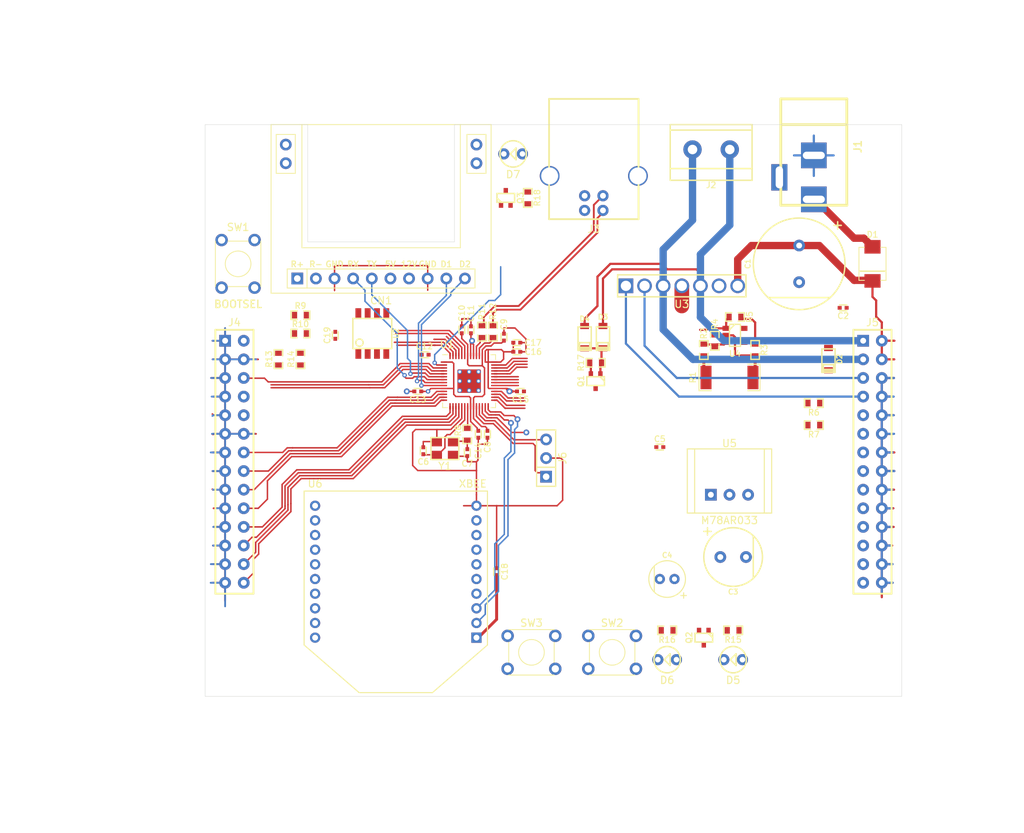
<source format=kicad_pcb>
(kicad_pcb (version 20171130) (host pcbnew "(5.1.12)-1")

  (general
    (thickness 1.6)
    (drawings 22)
    (tracks 653)
    (zones 0)
    (modules 68)
    (nets 87)
  )

  (page A4)
  (layers
    (0 F.Cu signal)
    (31 B.Cu signal)
    (32 B.Adhes user)
    (33 F.Adhes user)
    (34 B.Paste user)
    (35 F.Paste user)
    (36 B.SilkS user)
    (37 F.SilkS user)
    (38 B.Mask user)
    (39 F.Mask user)
    (40 Dwgs.User user)
    (41 Cmts.User user)
    (42 Eco1.User user)
    (43 Eco2.User user)
    (44 Edge.Cuts user)
    (45 Margin user)
    (46 B.CrtYd user)
    (47 F.CrtYd user)
    (48 B.Fab user)
    (49 F.Fab user)
  )

  (setup
    (last_trace_width 0.2)
    (user_trace_width 0.2)
    (user_trace_width 0.25)
    (user_trace_width 0.3)
    (user_trace_width 0.4)
    (user_trace_width 0.5)
    (user_trace_width 0.7)
    (user_trace_width 1)
    (trace_clearance 0.2)
    (zone_clearance 0.508)
    (zone_45_only no)
    (trace_min 0.2)
    (via_size 0.8)
    (via_drill 0.4)
    (via_min_size 0.4)
    (via_min_drill 0.3)
    (user_via 0.6 0.3)
    (user_via 0.8 0.4)
    (user_via 1 0.5)
    (user_via 1.6 0.8)
    (user_via 1.8 1)
    (uvia_size 0.3)
    (uvia_drill 0.1)
    (uvias_allowed no)
    (uvia_min_size 0.2)
    (uvia_min_drill 0.1)
    (edge_width 0.05)
    (segment_width 0.2)
    (pcb_text_width 0.3)
    (pcb_text_size 1.5 1.5)
    (mod_edge_width 0.12)
    (mod_text_size 1 1)
    (mod_text_width 0.15)
    (pad_size 1.524 1.524)
    (pad_drill 0.762)
    (pad_to_mask_clearance 0)
    (aux_axis_origin 0 0)
    (visible_elements 7FFFFF7F)
    (pcbplotparams
      (layerselection 0x010fc_ffffffff)
      (usegerberextensions false)
      (usegerberattributes true)
      (usegerberadvancedattributes true)
      (creategerberjobfile true)
      (excludeedgelayer true)
      (linewidth 0.100000)
      (plotframeref false)
      (viasonmask false)
      (mode 1)
      (useauxorigin false)
      (hpglpennumber 1)
      (hpglpenspeed 20)
      (hpglpendiameter 15.000000)
      (psnegative false)
      (psa4output false)
      (plotreference true)
      (plotvalue true)
      (plotinvisibletext false)
      (padsonsilk false)
      (subtractmaskfromsilk false)
      (outputformat 1)
      (mirror false)
      (drillshape 1)
      (scaleselection 1)
      (outputdirectory ""))
  )

  (net 0 "")
  (net 1 +12V)
  (net 2 GND)
  (net 3 "Net-(C3-Pad1)")
  (net 4 +3V3)
  (net 5 /XIN)
  (net 6 "Net-(C7-Pad1)")
  (net 7 +1V1)
  (net 8 /BUS_CTRL2)
  (net 9 /BUS_TX)
  (net 10 /BUS_RX)
  (net 11 "Net-(CN1-Pad2)")
  (net 12 /BUS_CTRL1)
  (net 13 "Net-(CN1-Pad1)")
  (net 14 "Net-(D1-Pad2)")
  (net 15 "Net-(D3-Pad1)")
  (net 16 /RAIL+)
  (net 17 /RAIL-)
  (net 18 /FAILURE_LED)
  (net 19 "Net-(D5-Pad2)")
  (net 20 /RAILPOWER_LED)
  (net 21 "Net-(D6-Pad2)")
  (net 22 "Net-(D7-Pad2)")
  (net 23 "Net-(D7-Pad1)")
  (net 24 "Net-(J1-Pad3)")
  (net 25 VBUS)
  (net 26 /USB_D-)
  (net 27 /USB_D+)
  (net 28 /KEY_COL4_IN)
  (net 29 /KEY_COL3_IN)
  (net 30 /KEY_COL2_IN)
  (net 31 /KEY_COL1_IN)
  (net 32 /KEY_ROW4_SEL)
  (net 33 /KEY_ROW3_SEL)
  (net 34 /KEY_ROW2_SEL)
  (net 35 /KEY_ROW1_SEL)
  (net 36 /I2C1_SCL)
  (net 37 /I2C1_SDA)
  (net 38 /~LCD_RST)
  (net 39 /DCC_SIGNAL_A)
  (net 40 /DCC_SIGNAL_B)
  (net 41 /RAILPOWER_BTN)
  (net 42 /DIR_SCAN_SEL1)
  (net 43 /DIR_SCAN_SEL2)
  (net 44 /DIR1_IN)
  (net 45 /DIR2_IN)
  (net 46 /VR_1)
  (net 47 /VR_2)
  (net 48 /FAILURE_LED_SIG)
  (net 49 /COMM_LED)
  (net 50 GNDPWR)
  (net 51 "Net-(R2-Pad2)")
  (net 52 "Net-(R3-Pad2)")
  (net 53 /CURRENT_SENSE)
  (net 54 /SUPP_VOLTAGE)
  (net 55 /XOUT)
  (net 56 /~USB_BOOT)
  (net 57 /QSPI_SS)
  (net 58 "Net-(R11-Pad2)")
  (net 59 "Net-(R12-Pad2)")
  (net 60 /SWCLK)
  (net 61 /SWD)
  (net 62 /XBee_TX)
  (net 63 /XBee_RX)
  (net 64 /QSPI_SD3)
  (net 65 /QSPI_SCLK)
  (net 66 /QSPI_SD0)
  (net 67 /QSPI_SD2)
  (net 68 /QSPI_SD1)
  (net 69 "Net-(U3-Pad6)")
  (net 70 "Net-(U6-Pad4)")
  (net 71 "Net-(U6-Pad5)")
  (net 72 "Net-(U6-Pad6)")
  (net 73 "Net-(U6-Pad7)")
  (net 74 "Net-(U6-Pad8)")
  (net 75 "Net-(U6-Pad9)")
  (net 76 "Net-(U6-Pad11)")
  (net 77 "Net-(U6-Pad12)")
  (net 78 "Net-(U6-Pad13)")
  (net 79 "Net-(U6-Pad14)")
  (net 80 "Net-(U6-Pad15)")
  (net 81 "Net-(U6-Pad16)")
  (net 82 "Net-(U6-Pad17)")
  (net 83 "Net-(U6-Pad18)")
  (net 84 "Net-(U6-Pad19)")
  (net 85 "Net-(U6-Pad20)")
  (net 86 /RUN)

  (net_class Default "This is the default net class."
    (clearance 0.2)
    (trace_width 0.25)
    (via_dia 0.8)
    (via_drill 0.4)
    (uvia_dia 0.3)
    (uvia_drill 0.1)
    (add_net +12V)
    (add_net +1V1)
    (add_net +3V3)
    (add_net /BUS_CTRL1)
    (add_net /BUS_CTRL2)
    (add_net /BUS_RX)
    (add_net /BUS_TX)
    (add_net /COMM_LED)
    (add_net /CURRENT_SENSE)
    (add_net /DCC_SIGNAL_A)
    (add_net /DCC_SIGNAL_B)
    (add_net /DIR1_IN)
    (add_net /DIR2_IN)
    (add_net /DIR_SCAN_SEL1)
    (add_net /DIR_SCAN_SEL2)
    (add_net /FAILURE_LED)
    (add_net /FAILURE_LED_SIG)
    (add_net /I2C1_SCL)
    (add_net /I2C1_SDA)
    (add_net /KEY_COL1_IN)
    (add_net /KEY_COL2_IN)
    (add_net /KEY_COL3_IN)
    (add_net /KEY_COL4_IN)
    (add_net /KEY_ROW1_SEL)
    (add_net /KEY_ROW2_SEL)
    (add_net /KEY_ROW3_SEL)
    (add_net /KEY_ROW4_SEL)
    (add_net /QSPI_SCLK)
    (add_net /QSPI_SD0)
    (add_net /QSPI_SD1)
    (add_net /QSPI_SD2)
    (add_net /QSPI_SD3)
    (add_net /QSPI_SS)
    (add_net /RAIL+)
    (add_net /RAIL-)
    (add_net /RAILPOWER_BTN)
    (add_net /RAILPOWER_LED)
    (add_net /RUN)
    (add_net /SUPP_VOLTAGE)
    (add_net /SWCLK)
    (add_net /SWD)
    (add_net /USB_D+)
    (add_net /USB_D-)
    (add_net /VR_1)
    (add_net /VR_2)
    (add_net /XBee_RX)
    (add_net /XBee_TX)
    (add_net /XIN)
    (add_net /XOUT)
    (add_net /~LCD_RST)
    (add_net /~USB_BOOT)
    (add_net GND)
    (add_net GNDPWR)
    (add_net "Net-(C3-Pad1)")
    (add_net "Net-(C7-Pad1)")
    (add_net "Net-(CN1-Pad1)")
    (add_net "Net-(CN1-Pad2)")
    (add_net "Net-(D1-Pad2)")
    (add_net "Net-(D3-Pad1)")
    (add_net "Net-(D5-Pad2)")
    (add_net "Net-(D6-Pad2)")
    (add_net "Net-(D7-Pad1)")
    (add_net "Net-(D7-Pad2)")
    (add_net "Net-(J1-Pad3)")
    (add_net "Net-(R11-Pad2)")
    (add_net "Net-(R12-Pad2)")
    (add_net "Net-(R2-Pad2)")
    (add_net "Net-(R3-Pad2)")
    (add_net "Net-(U3-Pad6)")
    (add_net "Net-(U6-Pad11)")
    (add_net "Net-(U6-Pad12)")
    (add_net "Net-(U6-Pad13)")
    (add_net "Net-(U6-Pad14)")
    (add_net "Net-(U6-Pad15)")
    (add_net "Net-(U6-Pad16)")
    (add_net "Net-(U6-Pad17)")
    (add_net "Net-(U6-Pad18)")
    (add_net "Net-(U6-Pad19)")
    (add_net "Net-(U6-Pad20)")
    (add_net "Net-(U6-Pad4)")
    (add_net "Net-(U6-Pad5)")
    (add_net "Net-(U6-Pad6)")
    (add_net "Net-(U6-Pad7)")
    (add_net "Net-(U6-Pad8)")
    (add_net "Net-(U6-Pad9)")
    (add_net VBUS)
  )

  (module footprint:C_1005 (layer F.Cu) (tedit 621B950B) (tstamp 621A428D)
    (at 176 114 180)
    (path /6236B35B)
    (attr smd)
    (fp_text reference C5 (at 0 1.1) (layer F.SilkS)
      (effects (font (size 0.8 0.8) (thickness 0.14)))
    )
    (fp_text value 104 (at 0 -1.1) (layer F.Fab) hide
      (effects (font (size 0.8 0.8) (thickness 0.14)))
    )
    (fp_line (start -0.5 -0.4) (end 0.5 -0.4) (layer F.SilkS) (width 0.18))
    (fp_line (start 0.5 0.4) (end -0.5 0.4) (layer F.SilkS) (width 0.18))
    (pad 2 smd rect (at 0.475 0 180) (size 0.55 0.5) (layers F.Cu F.Paste F.Mask)
      (net 2 GND))
    (pad 1 smd rect (at -0.475 0 180) (size 0.55 0.5) (layers F.Cu F.Paste F.Mask)
      (net 4 +3V3))
    (model ${KISYS3DMOD}/Capacitor_SMD.3dshapes/C_0402_1005Metric.step
      (at (xyz 0 0 0))
      (scale (xyz 1 1 1))
      (rotate (xyz 0 0 0))
    )
  )

  (module footprint:C_1005 (layer F.Cu) (tedit 621B950B) (tstamp 621A42F5)
    (at 153.75 131 90)
    (path /621B2FA2)
    (attr smd)
    (fp_text reference C18 (at 0 1.1 90) (layer F.SilkS)
      (effects (font (size 0.8 0.8) (thickness 0.14)))
    )
    (fp_text value 104 (at 0 -1.1 90) (layer F.Fab) hide
      (effects (font (size 0.8 0.8) (thickness 0.14)))
    )
    (fp_line (start -0.5 -0.4) (end 0.5 -0.4) (layer F.SilkS) (width 0.18))
    (fp_line (start 0.5 0.4) (end -0.5 0.4) (layer F.SilkS) (width 0.18))
    (pad 2 smd rect (at 0.475 0 90) (size 0.55 0.5) (layers F.Cu F.Paste F.Mask)
      (net 2 GND))
    (pad 1 smd rect (at -0.475 0 90) (size 0.55 0.5) (layers F.Cu F.Paste F.Mask)
      (net 4 +3V3))
    (model ${KISYS3DMOD}/Capacitor_SMD.3dshapes/C_0402_1005Metric.step
      (at (xyz 0 0 0))
      (scale (xyz 1 1 1))
      (rotate (xyz 0 0 0))
    )
  )

  (module footprint:C_1005 (layer F.Cu) (tedit 621B950B) (tstamp 621A42C5)
    (at 144 101.4 180)
    (path /621A583C)
    (attr smd)
    (fp_text reference C12 (at 0.1 1.15) (layer F.SilkS)
      (effects (font (size 0.8 0.8) (thickness 0.14)))
    )
    (fp_text value 104 (at 0 -1.1) (layer F.Fab) hide
      (effects (font (size 0.8 0.8) (thickness 0.14)))
    )
    (fp_line (start -0.5 -0.4) (end 0.5 -0.4) (layer F.SilkS) (width 0.18))
    (fp_line (start 0.5 0.4) (end -0.5 0.4) (layer F.SilkS) (width 0.18))
    (pad 2 smd rect (at 0.475 0 180) (size 0.55 0.5) (layers F.Cu F.Paste F.Mask)
      (net 2 GND))
    (pad 1 smd rect (at -0.475 0 180) (size 0.55 0.5) (layers F.Cu F.Paste F.Mask)
      (net 4 +3V3))
    (model ${KISYS3DMOD}/Capacitor_SMD.3dshapes/C_0402_1005Metric.step
      (at (xyz 0 0 0))
      (scale (xyz 1 1 1))
      (rotate (xyz 0 0 0))
    )
  )

  (module footprint:C_1005 (layer F.Cu) (tedit 621B950B) (tstamp 621A42CD)
    (at 143 106.4 180)
    (path /621A5B86)
    (attr smd)
    (fp_text reference C13 (at 0 -1.1) (layer F.SilkS)
      (effects (font (size 0.8 0.8) (thickness 0.14)))
    )
    (fp_text value 104 (at 0 -1.1) (layer F.Fab) hide
      (effects (font (size 0.8 0.8) (thickness 0.14)))
    )
    (fp_line (start -0.5 -0.4) (end 0.5 -0.4) (layer F.SilkS) (width 0.18))
    (fp_line (start 0.5 0.4) (end -0.5 0.4) (layer F.SilkS) (width 0.18))
    (pad 2 smd rect (at 0.475 0 180) (size 0.55 0.5) (layers F.Cu F.Paste F.Mask)
      (net 2 GND))
    (pad 1 smd rect (at -0.475 0 180) (size 0.55 0.5) (layers F.Cu F.Paste F.Mask)
      (net 4 +3V3))
    (model ${KISYS3DMOD}/Capacitor_SMD.3dshapes/C_0402_1005Metric.step
      (at (xyz 0 0 0))
      (scale (xyz 1 1 1))
      (rotate (xyz 0 0 0))
    )
  )

  (module footprint:C_1005 (layer F.Cu) (tedit 621B950B) (tstamp 621A42DD)
    (at 157 106.4)
    (path /621A6257)
    (attr smd)
    (fp_text reference C15 (at 0 1.1) (layer F.SilkS)
      (effects (font (size 0.8 0.8) (thickness 0.14)))
    )
    (fp_text value 104 (at 0 -1.1) (layer F.Fab) hide
      (effects (font (size 0.8 0.8) (thickness 0.14)))
    )
    (fp_line (start -0.5 -0.4) (end 0.5 -0.4) (layer F.SilkS) (width 0.18))
    (fp_line (start 0.5 0.4) (end -0.5 0.4) (layer F.SilkS) (width 0.18))
    (pad 2 smd rect (at 0.475 0) (size 0.55 0.5) (layers F.Cu F.Paste F.Mask)
      (net 2 GND))
    (pad 1 smd rect (at -0.475 0) (size 0.55 0.5) (layers F.Cu F.Paste F.Mask)
      (net 4 +3V3))
    (model ${KISYS3DMOD}/Capacitor_SMD.3dshapes/C_0402_1005Metric.step
      (at (xyz 0 0 0))
      (scale (xyz 1 1 1))
      (rotate (xyz 0 0 0))
    )
  )

  (module footprint:C_1005 (layer F.Cu) (tedit 621B950B) (tstamp 621A42B5)
    (at 149 98 90)
    (path /62177047)
    (attr smd)
    (fp_text reference C10 (at 2.25 0 90) (layer F.SilkS)
      (effects (font (size 0.8 0.8) (thickness 0.14)))
    )
    (fp_text value 105 (at 0 -1.1 90) (layer F.Fab) hide
      (effects (font (size 0.8 0.8) (thickness 0.14)))
    )
    (fp_line (start -0.5 -0.4) (end 0.5 -0.4) (layer F.SilkS) (width 0.18))
    (fp_line (start 0.5 0.4) (end -0.5 0.4) (layer F.SilkS) (width 0.18))
    (pad 2 smd rect (at 0.475 0 90) (size 0.55 0.5) (layers F.Cu F.Paste F.Mask)
      (net 2 GND))
    (pad 1 smd rect (at -0.475 0 90) (size 0.55 0.5) (layers F.Cu F.Paste F.Mask)
      (net 7 +1V1))
    (model ${KISYS3DMOD}/Capacitor_SMD.3dshapes/C_0402_1005Metric.step
      (at (xyz 0 0 0))
      (scale (xyz 1 1 1))
      (rotate (xyz 0 0 0))
    )
  )

  (module footprint:C_1005 (layer F.Cu) (tedit 621B950B) (tstamp 621A42BD)
    (at 150.25 98 90)
    (path /621A4C88)
    (attr smd)
    (fp_text reference C11 (at 2.25 0 90) (layer F.SilkS)
      (effects (font (size 0.8 0.8) (thickness 0.14)))
    )
    (fp_text value 105 (at 0 -1.1 90) (layer F.Fab) hide
      (effects (font (size 0.8 0.8) (thickness 0.14)))
    )
    (fp_line (start -0.5 -0.4) (end 0.5 -0.4) (layer F.SilkS) (width 0.18))
    (fp_line (start 0.5 0.4) (end -0.5 0.4) (layer F.SilkS) (width 0.18))
    (pad 2 smd rect (at 0.475 0 90) (size 0.55 0.5) (layers F.Cu F.Paste F.Mask)
      (net 2 GND))
    (pad 1 smd rect (at -0.475 0 90) (size 0.55 0.5) (layers F.Cu F.Paste F.Mask)
      (net 4 +3V3))
    (model ${KISYS3DMOD}/Capacitor_SMD.3dshapes/C_0402_1005Metric.step
      (at (xyz 0 0 0))
      (scale (xyz 1 1 1))
      (rotate (xyz 0 0 0))
    )
  )

  (module footprint:C_1005 (layer F.Cu) (tedit 621B950B) (tstamp 621A42AD)
    (at 154.75 99 90)
    (path /62178A7F)
    (attr smd)
    (fp_text reference C9 (at 1.75 0 90) (layer F.SilkS)
      (effects (font (size 0.8 0.8) (thickness 0.14)))
    )
    (fp_text value 104 (at 0 -1.1 90) (layer F.Fab) hide
      (effects (font (size 0.8 0.8) (thickness 0.14)))
    )
    (fp_line (start -0.5 -0.4) (end 0.5 -0.4) (layer F.SilkS) (width 0.18))
    (fp_line (start 0.5 0.4) (end -0.5 0.4) (layer F.SilkS) (width 0.18))
    (pad 2 smd rect (at 0.475 0 90) (size 0.55 0.5) (layers F.Cu F.Paste F.Mask)
      (net 2 GND))
    (pad 1 smd rect (at -0.475 0 90) (size 0.55 0.5) (layers F.Cu F.Paste F.Mask)
      (net 7 +1V1))
    (model ${KISYS3DMOD}/Capacitor_SMD.3dshapes/C_0402_1005Metric.step
      (at (xyz 0 0 0))
      (scale (xyz 1 1 1))
      (rotate (xyz 0 0 0))
    )
  )

  (module footprint:C_1005 (layer F.Cu) (tedit 621B950B) (tstamp 621A42ED)
    (at 156.5 99.75)
    (path /621A69B5)
    (attr smd)
    (fp_text reference C17 (at 2.225 0) (layer F.SilkS)
      (effects (font (size 0.8 0.8) (thickness 0.14)))
    )
    (fp_text value 104 (at 0 -1.1) (layer F.Fab) hide
      (effects (font (size 0.8 0.8) (thickness 0.14)))
    )
    (fp_line (start -0.5 -0.4) (end 0.5 -0.4) (layer F.SilkS) (width 0.18))
    (fp_line (start 0.5 0.4) (end -0.5 0.4) (layer F.SilkS) (width 0.18))
    (pad 2 smd rect (at 0.475 0) (size 0.55 0.5) (layers F.Cu F.Paste F.Mask)
      (net 2 GND))
    (pad 1 smd rect (at -0.475 0) (size 0.55 0.5) (layers F.Cu F.Paste F.Mask)
      (net 4 +3V3))
    (model ${KISYS3DMOD}/Capacitor_SMD.3dshapes/C_0402_1005Metric.step
      (at (xyz 0 0 0))
      (scale (xyz 1 1 1))
      (rotate (xyz 0 0 0))
    )
  )

  (module footprint:C_1005 (layer F.Cu) (tedit 621B950B) (tstamp 621A42E5)
    (at 156.5 101)
    (path /621A661B)
    (attr smd)
    (fp_text reference C16 (at 2.25 0) (layer F.SilkS)
      (effects (font (size 0.8 0.8) (thickness 0.14)))
    )
    (fp_text value 104 (at 0 -1.1) (layer F.Fab) hide
      (effects (font (size 0.8 0.8) (thickness 0.14)))
    )
    (fp_line (start -0.5 -0.4) (end 0.5 -0.4) (layer F.SilkS) (width 0.18))
    (fp_line (start 0.5 0.4) (end -0.5 0.4) (layer F.SilkS) (width 0.18))
    (pad 2 smd rect (at 0.475 0) (size 0.55 0.5) (layers F.Cu F.Paste F.Mask)
      (net 2 GND))
    (pad 1 smd rect (at -0.475 0) (size 0.55 0.5) (layers F.Cu F.Paste F.Mask)
      (net 4 +3V3))
    (model ${KISYS3DMOD}/Capacitor_SMD.3dshapes/C_0402_1005Metric.step
      (at (xyz 0 0 0))
      (scale (xyz 1 1 1))
      (rotate (xyz 0 0 0))
    )
  )

  (module footprint:C_1005 (layer F.Cu) (tedit 621B950B) (tstamp 621A4295)
    (at 143.75 114.5 90)
    (path /621780EA)
    (attr smd)
    (fp_text reference C6 (at -1.5 0 180) (layer F.SilkS)
      (effects (font (size 0.8 0.8) (thickness 0.14)))
    )
    (fp_text value 10p (at 0 -1.1 90) (layer F.Fab) hide
      (effects (font (size 0.8 0.8) (thickness 0.14)))
    )
    (fp_line (start -0.5 -0.4) (end 0.5 -0.4) (layer F.SilkS) (width 0.18))
    (fp_line (start 0.5 0.4) (end -0.5 0.4) (layer F.SilkS) (width 0.18))
    (pad 2 smd rect (at 0.475 0 90) (size 0.55 0.5) (layers F.Cu F.Paste F.Mask)
      (net 2 GND))
    (pad 1 smd rect (at -0.475 0 90) (size 0.55 0.5) (layers F.Cu F.Paste F.Mask)
      (net 5 /XIN))
    (model ${KISYS3DMOD}/Capacitor_SMD.3dshapes/C_0402_1005Metric.step
      (at (xyz 0 0 0))
      (scale (xyz 1 1 1))
      (rotate (xyz 0 0 0))
    )
  )

  (module footprint:C_1005 (layer F.Cu) (tedit 621B950B) (tstamp 621A429D)
    (at 149.75 114.75 270)
    (path /62178682)
    (attr smd)
    (fp_text reference C7 (at 1.5 0 180) (layer F.SilkS)
      (effects (font (size 0.8 0.8) (thickness 0.14)))
    )
    (fp_text value 10p (at 0 -1.1 90) (layer F.Fab) hide
      (effects (font (size 0.8 0.8) (thickness 0.14)))
    )
    (fp_line (start -0.5 -0.4) (end 0.5 -0.4) (layer F.SilkS) (width 0.18))
    (fp_line (start 0.5 0.4) (end -0.5 0.4) (layer F.SilkS) (width 0.18))
    (pad 2 smd rect (at 0.475 0 270) (size 0.55 0.5) (layers F.Cu F.Paste F.Mask)
      (net 2 GND))
    (pad 1 smd rect (at -0.475 0 270) (size 0.55 0.5) (layers F.Cu F.Paste F.Mask)
      (net 6 "Net-(C7-Pad1)"))
    (model ${KISYS3DMOD}/Capacitor_SMD.3dshapes/C_0402_1005Metric.step
      (at (xyz 0 0 0))
      (scale (xyz 1 1 1))
      (rotate (xyz 0 0 0))
    )
  )

  (module footprint:C_1005 (layer F.Cu) (tedit 621B950B) (tstamp 621A42A5)
    (at 152.5 112.25 270)
    (path /62178E76)
    (attr smd)
    (fp_text reference C8 (at 1.75 0 90) (layer F.SilkS)
      (effects (font (size 0.8 0.8) (thickness 0.14)))
    )
    (fp_text value 104 (at 0 -1.1 90) (layer F.Fab) hide
      (effects (font (size 0.8 0.8) (thickness 0.14)))
    )
    (fp_line (start -0.5 -0.4) (end 0.5 -0.4) (layer F.SilkS) (width 0.18))
    (fp_line (start 0.5 0.4) (end -0.5 0.4) (layer F.SilkS) (width 0.18))
    (pad 2 smd rect (at 0.475 0 270) (size 0.55 0.5) (layers F.Cu F.Paste F.Mask)
      (net 2 GND))
    (pad 1 smd rect (at -0.475 0 270) (size 0.55 0.5) (layers F.Cu F.Paste F.Mask)
      (net 7 +1V1))
    (model ${KISYS3DMOD}/Capacitor_SMD.3dshapes/C_0402_1005Metric.step
      (at (xyz 0 0 0))
      (scale (xyz 1 1 1))
      (rotate (xyz 0 0 0))
    )
  )

  (module footprint:C_1005 (layer F.Cu) (tedit 621B950B) (tstamp 621A42D5)
    (at 151.25 112.25 270)
    (path /621A5FD4)
    (attr smd)
    (fp_text reference C14 (at 2.25 0 90) (layer F.SilkS)
      (effects (font (size 0.8 0.8) (thickness 0.14)))
    )
    (fp_text value 104 (at 0 -1.1 90) (layer F.Fab) hide
      (effects (font (size 0.8 0.8) (thickness 0.14)))
    )
    (fp_line (start -0.5 -0.4) (end 0.5 -0.4) (layer F.SilkS) (width 0.18))
    (fp_line (start 0.5 0.4) (end -0.5 0.4) (layer F.SilkS) (width 0.18))
    (pad 2 smd rect (at 0.475 0 270) (size 0.55 0.5) (layers F.Cu F.Paste F.Mask)
      (net 2 GND))
    (pad 1 smd rect (at -0.475 0 270) (size 0.55 0.5) (layers F.Cu F.Paste F.Mask)
      (net 4 +3V3))
    (model ${KISYS3DMOD}/Capacitor_SMD.3dshapes/C_0402_1005Metric.step
      (at (xyz 0 0 0))
      (scale (xyz 1 1 1))
      (rotate (xyz 0 0 0))
    )
  )

  (module footprint:CAP_TH_12_5 (layer F.Cu) (tedit 621A4719) (tstamp 621A4269)
    (at 195 89 270)
    (path /622F06BC)
    (fp_text reference C1 (at 0 7 90) (layer F.SilkS)
      (effects (font (size 0.7 0.7) (thickness 0.14)))
    )
    (fp_text value 1000uF (at 0 -7 90) (layer F.Fab) hide
      (effects (font (size 0.7 0.7) (thickness 0.14)))
    )
    (fp_circle (center 0 0) (end 6.25 0) (layer F.SilkS) (width 0.2))
    (fp_line (start 4.6 -4.2) (end 4.6 4.2) (layer F.SilkS) (width 0.2))
    (fp_line (start -5.75 -5.25) (end -4.75 -5.25) (layer F.SilkS) (width 0.2))
    (fp_line (start -5.25 -5.75) (end -5.25 -4.75) (layer F.SilkS) (width 0.2))
    (pad 2 thru_hole circle (at 2.5 0 270) (size 1.6 1.6) (drill 0.8) (layers *.Cu *.Mask)
      (net 2 GND))
    (pad 1 thru_hole circle (at -2.5 0 270) (size 1.6 1.6) (drill 0.8) (layers *.Cu *.Mask)
      (net 1 +12V))
    (model ${KISYS3DMOD}/Capacitor_THT.3dshapes/C_Radial_D12.5mm_H20.0mm_P5.00mm.step
      (offset (xyz -2.5 0 0))
      (scale (xyz 1 1 1))
      (rotate (xyz 0 0 0))
    )
  )

  (module footprint:C_1005 (layer F.Cu) (tedit 5F54F243) (tstamp 621A4271)
    (at 201 95)
    (path /622F0F3C)
    (attr smd)
    (fp_text reference C2 (at 0 1.1) (layer F.SilkS)
      (effects (font (size 0.8 0.8) (thickness 0.14)))
    )
    (fp_text value 104 (at 0 -1.1) (layer F.Fab) hide
      (effects (font (size 0.8 0.8) (thickness 0.14)))
    )
    (fp_line (start 0.5 0.4) (end -0.5 0.4) (layer F.SilkS) (width 0.18))
    (fp_line (start -0.5 -0.4) (end 0.5 -0.4) (layer F.SilkS) (width 0.18))
    (pad 2 smd rect (at 0.475 0) (size 0.55 0.5) (layers F.Cu F.Paste F.Mask)
      (net 2 GND) (solder_mask_margin 0.1))
    (pad 1 smd rect (at -0.475 0) (size 0.55 0.5) (layers F.Cu F.Paste F.Mask)
      (net 1 +12V) (solder_mask_margin 0.1))
    (model ${KISYS3DMOD}/Capacitor_SMD.3dshapes/C_0402_1005Metric.step
      (at (xyz 0 0 0))
      (scale (xyz 1 1 1))
      (rotate (xyz 0 0 0))
    )
  )

  (module footprint:CAP_TH_8x11_5 (layer F.Cu) (tedit 5FF01272) (tstamp 621A427B)
    (at 186 129)
    (path /622A4F81)
    (fp_text reference C3 (at 0 4.75) (layer F.SilkS)
      (effects (font (size 0.7 0.7) (thickness 0.14)))
    )
    (fp_text value 470uF (at 0 -4.75) (layer F.Fab) hide
      (effects (font (size 0.7 0.7) (thickness 0.14)))
    )
    (fp_line (start -3.5 -4) (end -3.5 -3) (layer F.SilkS) (width 0.2))
    (fp_line (start -4 -3.5) (end -3 -3.5) (layer F.SilkS) (width 0.2))
    (fp_line (start 2.75 -2.9) (end 2.75 2.9) (layer F.SilkS) (width 0.2))
    (fp_circle (center 0 0) (end 4 0) (layer F.SilkS) (width 0.2))
    (pad 1 thru_hole circle (at -1.75 0) (size 1.6 1.6) (drill 0.8) (layers *.Cu *.Mask)
      (net 3 "Net-(C3-Pad1)"))
    (pad 2 thru_hole circle (at 1.75 0) (size 1.6 1.6) (drill 0.8) (layers *.Cu *.Mask)
      (net 2 GND))
    (model ${KISYS3DMOD}/Capacitor_THT.3dshapes/C_Radial_D8.0mm_H11.5mm_P3.50mm.step
      (offset (xyz -1.75 0 0))
      (scale (xyz 1 1 1))
      (rotate (xyz 0 0 0))
    )
  )

  (module footprint:CAP_TH_5x11 (layer F.Cu) (tedit 5FF01253) (tstamp 621A4285)
    (at 177 132 180)
    (path /6234B8BC)
    (fp_text reference C4 (at 0 3.25) (layer F.SilkS)
      (effects (font (size 0.7 0.7) (thickness 0.14)))
    )
    (fp_text value 100uF (at 0 -3.25) (layer F.Fab)
      (effects (font (size 0.7 0.7) (thickness 0.14)))
    )
    (fp_line (start -2.25 -2.625) (end -2.25 -1.875) (layer F.SilkS) (width 0.15))
    (fp_line (start -2.625 -2.25) (end -1.875 -2.25) (layer F.SilkS) (width 0.15))
    (fp_line (start 1.75 -1.75) (end 1.75 1.75) (layer F.SilkS) (width 0.15))
    (fp_circle (center 0 0) (end -2.5 0) (layer F.SilkS) (width 0.15))
    (pad 1 thru_hole circle (at -1 0 180) (size 1.4 1.4) (drill 0.7) (layers *.Cu *.Mask)
      (net 4 +3V3))
    (pad 2 thru_hole circle (at 1 0 180) (size 1.4 1.4) (drill 0.7) (layers *.Cu *.Mask)
      (net 2 GND))
    (model ${KISYS3DMOD}/Capacitor_THT.3dshapes/C_Radial_D5.0mm_H7.0mm_P2.00mm.step
      (offset (xyz -1 0 0))
      (scale (xyz 1 1 1))
      (rotate (xyz 0 0 0))
    )
  )

  (module footprint:CommModuleTiny (layer F.Cu) (tedit 62174830) (tstamp 621A4325)
    (at 138 70)
    (path /6216F410)
    (fp_text reference CN1 (at 0 24) (layer F.SilkS)
      (effects (font (size 1 1) (thickness 0.15)))
    )
    (fp_text value ConnModule (at 9 24) (layer F.Fab) hide
      (effects (font (size 1 1) (thickness 0.15)))
    )
    (fp_line (start 10.8 16.8) (end 10.8 0) (layer F.SilkS) (width 0.12))
    (fp_line (start -10.8 16.8) (end 10.8 16.8) (layer F.SilkS) (width 0.12))
    (fp_line (start -10.8 0) (end -10.8 16.8) (layer F.SilkS) (width 0.12))
    (fp_line (start -10.1 19.7) (end -10.1 22.3) (layer F.SilkS) (width 0.12))
    (fp_line (start 12.8 19.7) (end -12.8 19.7) (layer F.SilkS) (width 0.12))
    (fp_line (start 12.8 22.3) (end 12.8 19.7) (layer F.SilkS) (width 0.12))
    (fp_line (start -12.8 22.3) (end 12.8 22.3) (layer F.SilkS) (width 0.12))
    (fp_line (start -12.8 19.7) (end -12.8 22.3) (layer F.SilkS) (width 0.12))
    (fp_line (start 11.7 6.65) (end 11.7 1.35) (layer F.SilkS) (width 0.12))
    (fp_line (start 14.3 6.65) (end 11.7 6.65) (layer F.SilkS) (width 0.12))
    (fp_line (start 14.3 1.35) (end 14.3 6.65) (layer F.SilkS) (width 0.12))
    (fp_line (start 11.7 1.35) (end 14.3 1.35) (layer F.SilkS) (width 0.12))
    (fp_line (start -14.3 6.65) (end -14.3 1.35) (layer F.SilkS) (width 0.12))
    (fp_line (start -11.7 6.65) (end -14.3 6.65) (layer F.SilkS) (width 0.12))
    (fp_line (start -11.7 1.35) (end -11.7 6.65) (layer F.SilkS) (width 0.12))
    (fp_line (start -14.3 1.35) (end -11.7 1.35) (layer F.SilkS) (width 0.12))
    (fp_line (start 15 0) (end -15 0) (layer F.SilkS) (width 0.12))
    (fp_line (start 15 23) (end 15 0) (layer F.SilkS) (width 0.12))
    (fp_line (start -15 23) (end 15 23) (layer F.SilkS) (width 0.12))
    (fp_line (start -15 0) (end -15 23) (layer F.SilkS) (width 0.12))
    (fp_text user GND (at -6.35 19.05) (layer F.SilkS)
      (effects (font (size 0.8 0.8) (thickness 0.15)))
    )
    (fp_text user RX (at -3.81 19.05) (layer F.SilkS)
      (effects (font (size 0.8 0.8) (thickness 0.15)))
    )
    (fp_text user TX (at -1.27 19.05) (layer F.SilkS)
      (effects (font (size 0.8 0.8) (thickness 0.15)))
    )
    (fp_text user 5V (at 1.27 19.05) (layer F.SilkS)
      (effects (font (size 0.8 0.8) (thickness 0.15)))
    )
    (fp_text user 12V (at 3.81 19.05) (layer F.SilkS)
      (effects (font (size 0.8 0.8) (thickness 0.15)))
    )
    (fp_text user GND (at 6.35 19.05) (layer F.SilkS)
      (effects (font (size 0.8 0.8) (thickness 0.15)))
    )
    (fp_text user D1 (at 8.89 19.05) (layer F.SilkS)
      (effects (font (size 0.8 0.8) (thickness 0.15)))
    )
    (fp_text user D2 (at 11.43 19.05) (layer F.SilkS)
      (effects (font (size 0.8 0.8) (thickness 0.15)))
    )
    (fp_text user R- (at -8.89 19.05) (layer F.SilkS)
      (effects (font (size 0.8 0.8) (thickness 0.15)))
    )
    (fp_text user R+ (at -11.43 19.05) (layer F.SilkS)
      (effects (font (size 0.8 0.8) (thickness 0.15)))
    )
    (pad 10 thru_hole circle (at 11.43 21) (size 1.6 1.6) (drill 0.9) (layers *.Cu *.Mask)
      (net 8 /BUS_CTRL2))
    (pad 8 thru_hole circle (at 6.35 21) (size 1.6 1.6) (drill 0.9) (layers *.Cu *.Mask)
      (net 2 GND))
    (pad 7 thru_hole circle (at 3.81 21) (size 1.6 1.6) (drill 0.9) (layers *.Cu *.Mask)
      (net 1 +12V))
    (pad 6 thru_hole circle (at 1.27 21) (size 1.6 1.6) (drill 0.9) (layers *.Cu *.Mask)
      (net 4 +3V3))
    (pad 5 thru_hole circle (at -1.27 21) (size 1.6 1.6) (drill 0.9) (layers *.Cu *.Mask)
      (net 9 /BUS_TX))
    (pad 4 thru_hole circle (at -3.81 21) (size 1.6 1.6) (drill 0.9) (layers *.Cu *.Mask)
      (net 10 /BUS_RX))
    (pad 3 thru_hole circle (at -6.35 21) (size 1.6 1.6) (drill 0.9) (layers *.Cu *.Mask)
      (net 2 GND))
    (pad 2 thru_hole circle (at -8.89 21) (size 1.6 1.6) (drill 0.9) (layers *.Cu *.Mask)
      (net 11 "Net-(CN1-Pad2)"))
    (pad 14 thru_hole circle (at -13 5.27) (size 1.6 1.6) (drill 0.9) (layers *.Cu *.Mask)
      (net 2 GND))
    (pad 13 thru_hole circle (at -13 2.73) (size 1.6 1.6) (drill 0.9) (layers *.Cu *.Mask)
      (net 2 GND))
    (pad 12 thru_hole circle (at 13 2.73) (size 1.6 1.6) (drill 0.9) (layers *.Cu *.Mask)
      (net 2 GND))
    (pad 11 thru_hole circle (at 13 5.27) (size 1.6 1.6) (drill 0.9) (layers *.Cu *.Mask)
      (net 2 GND))
    (pad 9 thru_hole circle (at 8.89 21) (size 1.6 1.6) (drill 0.9) (layers *.Cu *.Mask)
      (net 12 /BUS_CTRL1))
    (pad 1 thru_hole rect (at -11.43 21) (size 1.6 1.6) (drill 0.9) (layers *.Cu *.Mask)
      (net 13 "Net-(CN1-Pad1)"))
    (model ${KISYS3DMOD}/Connector_PinSocket_2.54mm.3dshapes/PinSocket_1x02_P2.54mm_Vertical.step
      (offset (xyz 13 -2.73 0))
      (scale (xyz 1 1 0.65))
      (rotate (xyz 0 0 0))
    )
    (model ${KISYS3DMOD}/Connector_PinSocket_2.54mm.3dshapes/PinSocket_1x02_P2.54mm_Vertical.step
      (offset (xyz -13 -2.73 0))
      (scale (xyz 1 1 0.65))
      (rotate (xyz 0 0 0))
    )
    (model ${KISYS3DMOD}/Connector_PinSocket_2.54mm.3dshapes/PinSocket_1x10_P2.54mm_Vertical.step
      (offset (xyz 11.43 -21 0))
      (scale (xyz 1 1 0.65))
      (rotate (xyz 0 0 90))
    )
    (model ${KIPRJMOD}/3dmodel/LoconetInterfaceTiny.wrl
      (offset (xyz 15 -23 8))
      (scale (xyz 1 1 1))
      (rotate (xyz 0 180 0))
    )
  )

  (module footprint:SMBF (layer F.Cu) (tedit 5FF01D79) (tstamp 621A4332)
    (at 205 89 90)
    (path /622EF12C)
    (attr smd)
    (fp_text reference D1 (at 4 0 180) (layer F.SilkS)
      (effects (font (size 0.8 0.8) (thickness 0.14)))
    )
    (fp_text value SR54F (at 0 2.5 90) (layer F.Fab) hide
      (effects (font (size 0.8 0.8) (thickness 0.14)))
    )
    (fp_line (start -1 -1.8) (end -1 1.8) (layer F.SilkS) (width 0.2))
    (fp_line (start -2.25 -1.85) (end -2.25 -1.1) (layer F.SilkS) (width 0.12))
    (fp_line (start -2.25 1.85) (end -2.25 1.1) (layer F.SilkS) (width 0.12))
    (fp_line (start 2.25 1.85) (end -2.25 1.85) (layer F.SilkS) (width 0.12))
    (fp_line (start 2.25 1.1) (end 2.25 1.85) (layer F.SilkS) (width 0.12))
    (fp_line (start 2.25 -1.85) (end 2.25 -1.1) (layer F.SilkS) (width 0.12))
    (fp_line (start -2.25 -1.85) (end 2.25 -1.85) (layer F.SilkS) (width 0.12))
    (pad 1 smd rect (at -2.325 0 90) (size 1.85 2.2) (layers F.Cu F.Paste F.Mask)
      (net 1 +12V))
    (pad 2 smd rect (at 2.325 0 90) (size 1.85 2.2) (layers F.Cu F.Paste F.Mask)
      (net 14 "Net-(D1-Pad2)"))
    (model ${KISYS3DMOD}/Diode_SMD.3dshapes/D_SMB.step
      (at (xyz 0 0 0))
      (scale (xyz 1 1 1))
      (rotate (xyz 0 0 0))
    )
  )

  (module footprint:SOD-123FL (layer F.Cu) (tedit 5FF011FA) (tstamp 621A4341)
    (at 199 102 270)
    (path /62296A3F)
    (attr smd)
    (fp_text reference D2 (at 0 -1.5 90) (layer F.SilkS)
      (effects (font (size 0.7 0.7) (thickness 0.15)))
    )
    (fp_text value 1N4148W (at 0 1.75 90) (layer F.Fab) hide
      (effects (font (size 1 1) (thickness 0.15)))
    )
    (fp_line (start 0.75 0.7) (end 1.4 0.7) (layer F.SilkS) (width 0.2))
    (fp_line (start 0.75 -0.7) (end 1.4 -0.7) (layer F.SilkS) (width 0.2))
    (fp_line (start 0.75 -0.9) (end 0.75 0.9) (layer F.SilkS) (width 0.2))
    (fp_line (start -1.4 -0.9) (end -1.4 0.9) (layer F.SilkS) (width 0.2))
    (fp_line (start 1.4 -0.9) (end 1.4 0.9) (layer F.SilkS) (width 0.2))
    (fp_line (start -1.4 0.9) (end 1.8 0.9) (layer F.SilkS) (width 0.2))
    (fp_line (start -1.4 -0.9) (end 1.8 -0.9) (layer F.SilkS) (width 0.2))
    (fp_line (start 1.6 -0.9) (end 1.6 0.9) (layer F.SilkS) (width 0.2))
    (fp_line (start 1.8 -0.9) (end 1.8 0.9) (layer F.SilkS) (width 0.2))
    (pad 2 smd rect (at -1.525 0 270) (size 0.85 1.2) (layers F.Cu F.Paste F.Mask)
      (net 1 +12V))
    (pad 1 smd rect (at 1.525 0 270) (size 0.85 1.2) (layers F.Cu F.Paste F.Mask)
      (net 3 "Net-(C3-Pad1)"))
    (model ${KISYS3DMOD}/Diode_SMD.3dshapes/D_SOD-123F.step
      (at (xyz 0 0 0))
      (scale (xyz 1 1 1))
      (rotate (xyz 0 0 180))
    )
  )

  (module footprint:SOD-123FL (layer F.Cu) (tedit 5FF011FA) (tstamp 621A4350)
    (at 168.25 99 270)
    (path /62EE71F1)
    (attr smd)
    (fp_text reference D3 (at -2.75 0 180) (layer F.SilkS)
      (effects (font (size 0.7 0.7) (thickness 0.15)))
    )
    (fp_text value 1N4148W (at 0 1.75 90) (layer F.Fab) hide
      (effects (font (size 1 1) (thickness 0.15)))
    )
    (fp_line (start 1.8 -0.9) (end 1.8 0.9) (layer F.SilkS) (width 0.2))
    (fp_line (start 1.6 -0.9) (end 1.6 0.9) (layer F.SilkS) (width 0.2))
    (fp_line (start -1.4 -0.9) (end 1.8 -0.9) (layer F.SilkS) (width 0.2))
    (fp_line (start -1.4 0.9) (end 1.8 0.9) (layer F.SilkS) (width 0.2))
    (fp_line (start 1.4 -0.9) (end 1.4 0.9) (layer F.SilkS) (width 0.2))
    (fp_line (start -1.4 -0.9) (end -1.4 0.9) (layer F.SilkS) (width 0.2))
    (fp_line (start 0.75 -0.9) (end 0.75 0.9) (layer F.SilkS) (width 0.2))
    (fp_line (start 0.75 -0.7) (end 1.4 -0.7) (layer F.SilkS) (width 0.2))
    (fp_line (start 0.75 0.7) (end 1.4 0.7) (layer F.SilkS) (width 0.2))
    (pad 1 smd rect (at 1.525 0 270) (size 0.85 1.2) (layers F.Cu F.Paste F.Mask)
      (net 15 "Net-(D3-Pad1)"))
    (pad 2 smd rect (at -1.525 0 270) (size 0.85 1.2) (layers F.Cu F.Paste F.Mask)
      (net 17 /RAIL-))
    (model ${KISYS3DMOD}/Diode_SMD.3dshapes/D_SOD-123F.step
      (at (xyz 0 0 0))
      (scale (xyz 1 1 1))
      (rotate (xyz 0 0 180))
    )
  )

  (module footprint:SOD-123FL (layer F.Cu) (tedit 5FF011FA) (tstamp 621A435F)
    (at 165.75 99 270)
    (path /62EE7C5C)
    (attr smd)
    (fp_text reference D4 (at -2.5 0 180) (layer F.SilkS)
      (effects (font (size 0.7 0.7) (thickness 0.15)))
    )
    (fp_text value 1N4148W (at 0 1.75 90) (layer F.Fab) hide
      (effects (font (size 1 1) (thickness 0.15)))
    )
    (fp_line (start 1.8 -0.9) (end 1.8 0.9) (layer F.SilkS) (width 0.2))
    (fp_line (start 1.6 -0.9) (end 1.6 0.9) (layer F.SilkS) (width 0.2))
    (fp_line (start -1.4 -0.9) (end 1.8 -0.9) (layer F.SilkS) (width 0.2))
    (fp_line (start -1.4 0.9) (end 1.8 0.9) (layer F.SilkS) (width 0.2))
    (fp_line (start 1.4 -0.9) (end 1.4 0.9) (layer F.SilkS) (width 0.2))
    (fp_line (start -1.4 -0.9) (end -1.4 0.9) (layer F.SilkS) (width 0.2))
    (fp_line (start 0.75 -0.9) (end 0.75 0.9) (layer F.SilkS) (width 0.2))
    (fp_line (start 0.75 -0.7) (end 1.4 -0.7) (layer F.SilkS) (width 0.2))
    (fp_line (start 0.75 0.7) (end 1.4 0.7) (layer F.SilkS) (width 0.2))
    (pad 1 smd rect (at 1.525 0 270) (size 0.85 1.2) (layers F.Cu F.Paste F.Mask)
      (net 15 "Net-(D3-Pad1)"))
    (pad 2 smd rect (at -1.525 0 270) (size 0.85 1.2) (layers F.Cu F.Paste F.Mask)
      (net 16 /RAIL+))
    (model ${KISYS3DMOD}/Diode_SMD.3dshapes/D_SOD-123F.step
      (at (xyz 0 0 0))
      (scale (xyz 1 1 1))
      (rotate (xyz 0 0 180))
    )
  )

  (module footprint:LED_3mm (layer F.Cu) (tedit 621A136A) (tstamp 621A4369)
    (at 186 143)
    (path /621A56F7)
    (fp_text reference D5 (at 0 2.8) (layer F.SilkS)
      (effects (font (size 1 1) (thickness 0.15)))
    )
    (fp_text value LED (at 0 -2.8) (layer F.Fab) hide
      (effects (font (size 1 1) (thickness 0.15)))
    )
    (fp_line (start -0.4 0) (end 0.4 -0.8) (layer F.SilkS) (width 0.2))
    (fp_line (start 0.4 0.8) (end -0.4 0) (layer F.SilkS) (width 0.2))
    (fp_line (start 0.4 -0.8) (end 0.4 0.8) (layer F.SilkS) (width 0.2))
    (fp_circle (center 0 0) (end 1.8 0) (layer F.SilkS) (width 0.2))
    (pad 1 thru_hole circle (at -1.27 0) (size 1.524 1.524) (drill 0.762) (layers *.Cu *.Mask)
      (net 18 /FAILURE_LED))
    (pad 2 thru_hole circle (at 1.27 0) (size 1.524 1.524) (drill 0.762) (layers *.Cu *.Mask)
      (net 19 "Net-(D5-Pad2)"))
    (model ${KISYS3DMOD}/LED_THT.3dshapes/LED_D3.0mm_Clear.step
      (offset (xyz -1.27 0 -2.8))
      (scale (xyz 1 1 1))
      (rotate (xyz 0 0 0))
    )
  )

  (module footprint:LED_3mm (layer F.Cu) (tedit 621A136A) (tstamp 621A4373)
    (at 177 143)
    (path /63990920)
    (fp_text reference D6 (at 0 2.8) (layer F.SilkS)
      (effects (font (size 1 1) (thickness 0.15)))
    )
    (fp_text value LED (at 0 -2.8) (layer F.Fab) hide
      (effects (font (size 1 1) (thickness 0.15)))
    )
    (fp_line (start -0.4 0) (end 0.4 -0.8) (layer F.SilkS) (width 0.2))
    (fp_line (start 0.4 0.8) (end -0.4 0) (layer F.SilkS) (width 0.2))
    (fp_line (start 0.4 -0.8) (end 0.4 0.8) (layer F.SilkS) (width 0.2))
    (fp_circle (center 0 0) (end 1.8 0) (layer F.SilkS) (width 0.2))
    (pad 1 thru_hole circle (at -1.27 0) (size 1.524 1.524) (drill 0.762) (layers *.Cu *.Mask)
      (net 20 /RAILPOWER_LED))
    (pad 2 thru_hole circle (at 1.27 0) (size 1.524 1.524) (drill 0.762) (layers *.Cu *.Mask)
      (net 21 "Net-(D6-Pad2)"))
    (model ${KISYS3DMOD}/LED_THT.3dshapes/LED_D3.0mm_Clear.step
      (offset (xyz -1.27 0 -2.8))
      (scale (xyz 1 1 1))
      (rotate (xyz 0 0 0))
    )
  )

  (module footprint:LED_3mm (layer F.Cu) (tedit 621A136A) (tstamp 621A437D)
    (at 156 74)
    (path /63E47110)
    (fp_text reference D7 (at 0 2.8) (layer F.SilkS)
      (effects (font (size 1 1) (thickness 0.15)))
    )
    (fp_text value LED (at 0 -2.8) (layer F.Fab) hide
      (effects (font (size 1 1) (thickness 0.15)))
    )
    (fp_circle (center 0 0) (end 1.8 0) (layer F.SilkS) (width 0.2))
    (fp_line (start 0.4 -0.8) (end 0.4 0.8) (layer F.SilkS) (width 0.2))
    (fp_line (start 0.4 0.8) (end -0.4 0) (layer F.SilkS) (width 0.2))
    (fp_line (start -0.4 0) (end 0.4 -0.8) (layer F.SilkS) (width 0.2))
    (pad 2 thru_hole circle (at 1.27 0) (size 1.524 1.524) (drill 0.762) (layers *.Cu *.Mask)
      (net 22 "Net-(D7-Pad2)"))
    (pad 1 thru_hole circle (at -1.27 0) (size 1.524 1.524) (drill 0.762) (layers *.Cu *.Mask)
      (net 23 "Net-(D7-Pad1)"))
    (model ${KISYS3DMOD}/LED_THT.3dshapes/LED_D3.0mm_Clear.step
      (offset (xyz -1.27 0 -2.8))
      (scale (xyz 1 1 1))
      (rotate (xyz 0 0 0))
    )
  )

  (module footprint:HOLE_3.2mm (layer F.Cu) (tedit 5FEED877) (tstamp 621A4382)
    (at 206 79)
    (path /621A5228)
    (fp_text reference H1 (at 0 2.25) (layer F.SilkS) hide
      (effects (font (size 0.7 0.7) (thickness 0.14)))
    )
    (fp_text value "Hole 3.2mm" (at 0 -2.25) (layer F.Fab) hide
      (effects (font (size 0.7 0.7) (thickness 0.14)))
    )
    (pad "" np_thru_hole circle (at 0 0) (size 3.2 3.2) (drill 3.2) (layers *.Cu *.Mask))
  )

  (module footprint:HOLE_3.2mm (layer F.Cu) (tedit 5FEED877) (tstamp 621A4387)
    (at 206 145)
    (path /621A8F2D)
    (fp_text reference H2 (at 0 2.25) (layer F.SilkS) hide
      (effects (font (size 0.7 0.7) (thickness 0.14)))
    )
    (fp_text value "Hole 3.2mm" (at 0 -2.25) (layer F.Fab) hide
      (effects (font (size 0.7 0.7) (thickness 0.14)))
    )
    (pad "" np_thru_hole circle (at 0 0) (size 3.2 3.2) (drill 3.2) (layers *.Cu *.Mask))
  )

  (module footprint:HOLE_3.2mm (layer F.Cu) (tedit 5FEED877) (tstamp 621A438C)
    (at 117 79)
    (path /621A91C0)
    (fp_text reference H3 (at 0 2.25) (layer F.SilkS) hide
      (effects (font (size 0.7 0.7) (thickness 0.14)))
    )
    (fp_text value "Hole 3.2mm" (at 0 -2.25) (layer F.Fab) hide
      (effects (font (size 0.7 0.7) (thickness 0.14)))
    )
    (pad "" np_thru_hole circle (at 0 0) (size 3.2 3.2) (drill 3.2) (layers *.Cu *.Mask))
  )

  (module footprint:HOLE_3.2mm (layer F.Cu) (tedit 5FEED877) (tstamp 621A4391)
    (at 117 145)
    (path /621A93C5)
    (fp_text reference H4 (at 0 2.25) (layer F.SilkS) hide
      (effects (font (size 0.7 0.7) (thickness 0.14)))
    )
    (fp_text value "Hole 3.2mm" (at 0 -2.25) (layer F.Fab) hide
      (effects (font (size 0.7 0.7) (thickness 0.14)))
    )
    (pad "" np_thru_hole circle (at 0 0) (size 3.2 3.2) (drill 3.2) (layers *.Cu *.Mask))
  )

  (module footprint:BARREL_JACK (layer F.Cu) (tedit 62171425) (tstamp 621A439D)
    (at 197 74 270)
    (descr "DC Barrel Jack")
    (tags "Power Jack")
    (path /622E3B6A)
    (fp_text reference J1 (at -1 -6 90) (layer F.SilkS)
      (effects (font (size 1.016 1.016) (thickness 0.2032)))
    )
    (fp_text value DC_Jack (at 0 -5.5 90) (layer F.SilkS) hide
      (effects (font (size 1.016 1.016) (thickness 0.2032)))
    )
    (fp_line (start 7.00024 -4.50088) (end -7.50062 -4.50088) (layer F.SilkS) (width 0.381))
    (fp_line (start 7.00024 4.50088) (end 7.00024 -4.50088) (layer F.SilkS) (width 0.381))
    (fp_line (start -7.50062 4.50088) (end 7.00024 4.50088) (layer F.SilkS) (width 0.381))
    (fp_line (start -7.50062 -4.50088) (end -7.50062 4.50088) (layer F.SilkS) (width 0.381))
    (fp_line (start -4.0005 -4.50088) (end -4.0005 4.50088) (layer F.SilkS) (width 0.381))
    (pad 1 thru_hole rect (at 6.20014 0 270) (size 3.50012 3.50012) (drill oval 1.00076 2.99974) (layers *.Cu *.Mask)
      (net 14 "Net-(D1-Pad2)"))
    (pad 2 thru_hole rect (at 0.20066 0 270) (size 3.50012 3.50012) (drill oval 1.00076 2.99974) (layers *.Cu *.Mask)
      (net 2 GND))
    (pad 3 thru_hole rect (at 3.2004 4.699 270) (size 3.6 2.2) (drill oval 2.99974 1.00076) (layers *.Cu *.Mask)
      (net 24 "Net-(J1-Pad3)"))
    (model ${KIPRJMOD}/3dmodel/CUI_PJ-002A.igs
      (offset (xyz -7.5 0 6.5))
      (scale (xyz 1 1 1))
      (rotate (xyz -90 0 180))
    )
  )

  (module footprint:TB111-2 (layer F.Cu) (tedit 6083E699) (tstamp 621A43A9)
    (at 183 70 180)
    (path /62378293)
    (fp_text reference J2 (at 0 -8.25) (layer F.SilkS)
      (effects (font (size 0.8 0.8) (thickness 0.14)))
    )
    (fp_text value RAIL_POWER (at 0 0.75) (layer F.Fab) hide
      (effects (font (size 0.8 0.8) (thickness 0.14)))
    )
    (fp_line (start -5.58 0) (end -5.58 -7.6) (layer F.SilkS) (width 0.2))
    (fp_line (start 5.58 0) (end 5.58 -7.6) (layer F.SilkS) (width 0.2))
    (fp_line (start -5.58 -7.6) (end 5.58 -7.6) (layer F.SilkS) (width 0.2))
    (fp_line (start -5.58 0) (end 5.58 0) (layer F.SilkS) (width 0.2))
    (fp_line (start -5.58 -6) (end 5.58 -6) (layer F.SilkS) (width 0.2))
    (fp_line (start -5.58 -0.75) (end 5.58 -0.75) (layer F.SilkS) (width 0.2))
    (pad 1 thru_hole circle (at -2.54 -3.4 180) (size 2.5 2.5) (drill 1.3) (layers *.Cu *.Mask)
      (net 16 /RAIL+))
    (pad 2 thru_hole circle (at 2.54 -3.4 180) (size 2.5 2.5) (drill 1.3) (layers *.Cu *.Mask)
      (net 17 /RAIL-))
    (model ${KISYS3DMOD}/TerminalBlock_Phoenix.3dshapes/TerminalBlock_Phoenix_PT-1,5-2-5.0-H_1x02_P5.00mm_Horizontal.step
      (offset (xyz -2.5 3.4 0))
      (scale (xyz 1.016 1.016 1.016))
      (rotate (xyz 0 0 0))
    )
  )

  (module footprint:USB_B (layer F.Cu) (tedit 6217135E) (tstamp 621A43B7)
    (at 167 77 180)
    (path /621488B5)
    (fp_text reference J3 (at 0 -7.25) (layer F.SilkS)
      (effects (font (size 1 1) (thickness 0.15)))
    )
    (fp_text value USB_B (at 0 11.5) (layer F.Fab) hide
      (effects (font (size 1 1) (thickness 0.15)))
    )
    (fp_line (start 6.1 -5.9) (end 6.1 10.5) (layer F.SilkS) (width 0.25))
    (fp_line (start -6.1 -5.9) (end -6.1 10.5) (layer F.SilkS) (width 0.25))
    (fp_line (start -6.1 -5.9) (end 6.1 -5.9) (layer F.SilkS) (width 0.25))
    (fp_line (start -6.1 10.5) (end 6.1 10.5) (layer F.SilkS) (width 0.25))
    (pad 1 thru_hole circle (at 1.25 -4.71 180) (size 1.524 1.524) (drill 0.8) (layers *.Cu *.Mask)
      (net 25 VBUS))
    (pad 2 thru_hole circle (at -1.25 -4.71 180) (size 1.524 1.524) (drill 0.8) (layers *.Cu *.Mask)
      (net 26 /USB_D-))
    (pad 3 thru_hole circle (at -1.25 -2.71 180) (size 1.524 1.524) (drill 0.8) (layers *.Cu *.Mask)
      (net 27 /USB_D+))
    (pad 4 thru_hole circle (at 1.25 -2.71 180) (size 1.524 1.524) (drill 0.8) (layers *.Cu *.Mask)
      (net 2 GND))
    (pad 5 thru_hole circle (at -6.02 0 180) (size 2.7 2.7) (drill 2.3) (layers *.Cu *.Mask)
      (net 2 GND))
    (pad 5 thru_hole circle (at 6.02 0 180) (size 2.7 2.7) (drill 2.3) (layers *.Cu *.Mask)
      (net 2 GND))
    (model ${KIPRJMOD}/3dmodel/KUSBEX-BSFS1N-W_A.STEP
      (offset (xyz 0 -10.4 0))
      (scale (xyz 1 1 1))
      (rotate (xyz -90 0 0))
    )
  )

  (module footprint:PinSocket_2x14_2_54mm (layer F.Cu) (tedit 621A33C9) (tstamp 621A43DB)
    (at 118 116)
    (path /62491D87)
    (fp_text reference J4 (at 0 -19) (layer F.SilkS)
      (effects (font (size 1 1) (thickness 0.15)))
    )
    (fp_text value External_Conn_1 (at 4 0 -90) (layer F.Fab) hide
      (effects (font (size 1 1) (thickness 0.15)))
    )
    (fp_line (start 2.6 -18) (end 2.6 18) (layer F.SilkS) (width 0.25))
    (fp_line (start 2.6 18) (end -2.6 18) (layer F.SilkS) (width 0.25))
    (fp_line (start -2.6 18) (end -2.6 -18) (layer F.SilkS) (width 0.25))
    (fp_line (start -2.6 -18) (end 2.6 -18) (layer F.SilkS) (width 0.25))
    (pad 28 thru_hole circle (at 1.27 16.51 270) (size 1.6 1.6) (drill 0.8) (layers *.Cu *.Mask)
      (net 28 /KEY_COL4_IN))
    (pad 27 thru_hole circle (at -1.27 16.51 270) (size 1.6 1.6) (drill 0.8) (layers *.Cu *.Mask)
      (net 2 GND))
    (pad 26 thru_hole circle (at 1.27 13.97 270) (size 1.6 1.6) (drill 0.8) (layers *.Cu *.Mask)
      (net 29 /KEY_COL3_IN))
    (pad 25 thru_hole circle (at -1.27 13.97 270) (size 1.6 1.6) (drill 0.8) (layers *.Cu *.Mask)
      (net 2 GND))
    (pad 24 thru_hole circle (at 1.27 11.43 270) (size 1.6 1.6) (drill 0.8) (layers *.Cu *.Mask)
      (net 30 /KEY_COL2_IN))
    (pad 23 thru_hole circle (at -1.27 11.43 270) (size 1.6 1.6) (drill 0.8) (layers *.Cu *.Mask)
      (net 2 GND))
    (pad 22 thru_hole circle (at 1.27 8.89 270) (size 1.6 1.6) (drill 0.8) (layers *.Cu *.Mask)
      (net 31 /KEY_COL1_IN))
    (pad 21 thru_hole circle (at -1.27 8.89 270) (size 1.6 1.6) (drill 0.8) (layers *.Cu *.Mask)
      (net 2 GND))
    (pad 20 thru_hole circle (at 1.27 6.35 270) (size 1.6 1.6) (drill 0.8) (layers *.Cu *.Mask)
      (net 32 /KEY_ROW4_SEL))
    (pad 19 thru_hole circle (at -1.27 6.35 270) (size 1.6 1.6) (drill 0.8) (layers *.Cu *.Mask)
      (net 2 GND))
    (pad 18 thru_hole circle (at 1.27 3.81 270) (size 1.6 1.6) (drill 0.8) (layers *.Cu *.Mask)
      (net 33 /KEY_ROW3_SEL))
    (pad 17 thru_hole circle (at -1.27 3.81 270) (size 1.6 1.6) (drill 0.8) (layers *.Cu *.Mask)
      (net 2 GND))
    (pad 16 thru_hole circle (at 1.27 1.27 270) (size 1.6 1.6) (drill 0.8) (layers *.Cu *.Mask)
      (net 34 /KEY_ROW2_SEL))
    (pad 15 thru_hole circle (at -1.27 1.27 270) (size 1.6 1.6) (drill 0.8) (layers *.Cu *.Mask)
      (net 2 GND))
    (pad 14 thru_hole circle (at 1.27 -1.27 270) (size 1.6 1.6) (drill 0.8) (layers *.Cu *.Mask)
      (net 35 /KEY_ROW1_SEL))
    (pad 13 thru_hole circle (at -1.27 -1.27 270) (size 1.6 1.6) (drill 0.8) (layers *.Cu *.Mask)
      (net 2 GND))
    (pad 12 thru_hole circle (at 1.27 -3.81 270) (size 1.6 1.6) (drill 0.8) (layers *.Cu *.Mask)
      (net 2 GND))
    (pad 11 thru_hole circle (at -1.27 -3.81 270) (size 1.6 1.6) (drill 0.8) (layers *.Cu *.Mask)
      (net 2 GND))
    (pad 10 thru_hole circle (at 1.27 -6.35 270) (size 1.6 1.6) (drill 0.8) (layers *.Cu *.Mask)
      (net 36 /I2C1_SCL))
    (pad 9 thru_hole circle (at -1.27 -6.35 270) (size 1.6 1.6) (drill 0.8) (layers *.Cu *.Mask)
      (net 2 GND))
    (pad 8 thru_hole circle (at 1.27 -8.89 270) (size 1.6 1.6) (drill 0.8) (layers *.Cu *.Mask)
      (net 37 /I2C1_SDA))
    (pad 7 thru_hole circle (at -1.27 -8.89 270) (size 1.6 1.6) (drill 0.8) (layers *.Cu *.Mask)
      (net 2 GND))
    (pad 6 thru_hole circle (at 1.27 -11.43 270) (size 1.6 1.6) (drill 0.8) (layers *.Cu *.Mask)
      (net 38 /~LCD_RST))
    (pad 5 thru_hole circle (at -1.27 -11.43 270) (size 1.6 1.6) (drill 0.8) (layers *.Cu *.Mask)
      (net 2 GND))
    (pad 4 thru_hole circle (at 1.27 -13.97 270) (size 1.6 1.6) (drill 0.8) (layers *.Cu *.Mask)
      (net 2 GND))
    (pad 3 thru_hole circle (at -1.27 -13.97 270) (size 1.6 1.6) (drill 0.8) (layers *.Cu *.Mask)
      (net 2 GND))
    (pad 2 thru_hole circle (at 1.27 -16.51 270) (size 1.6 1.6) (drill 0.8) (layers *.Cu *.Mask)
      (net 4 +3V3))
    (pad 1 thru_hole rect (at -1.27 -16.51 270) (size 1.6 1.6) (drill 0.8) (layers *.Cu *.Mask)
      (net 2 GND))
    (model ${KISYS3DMOD}/Connector_PinSocket_2.54mm.3dshapes/PinSocket_2x14_P2.54mm_Vertical.step
      (offset (xyz 1.27 16.51 0))
      (scale (xyz 1 1 1))
      (rotate (xyz 0 0 0))
    )
  )

  (module footprint:PinSocket_2x14_2_54mm (layer F.Cu) (tedit 621A33C9) (tstamp 621A43FF)
    (at 205 116)
    (path /62493410)
    (fp_text reference J5 (at 0 -19) (layer F.SilkS)
      (effects (font (size 1 1) (thickness 0.15)))
    )
    (fp_text value External_Conn_2 (at 4 0 -90) (layer F.Fab) hide
      (effects (font (size 1 1) (thickness 0.15)))
    )
    (fp_line (start -2.6 -18) (end 2.6 -18) (layer F.SilkS) (width 0.25))
    (fp_line (start -2.6 18) (end -2.6 -18) (layer F.SilkS) (width 0.25))
    (fp_line (start 2.6 18) (end -2.6 18) (layer F.SilkS) (width 0.25))
    (fp_line (start 2.6 -18) (end 2.6 18) (layer F.SilkS) (width 0.25))
    (pad 1 thru_hole rect (at -1.27 -16.51 270) (size 1.6 1.6) (drill 0.8) (layers *.Cu *.Mask)
      (net 16 /RAIL+))
    (pad 2 thru_hole circle (at 1.27 -16.51 270) (size 1.6 1.6) (drill 0.8) (layers *.Cu *.Mask)
      (net 1 +12V))
    (pad 3 thru_hole circle (at -1.27 -13.97 270) (size 1.6 1.6) (drill 0.8) (layers *.Cu *.Mask)
      (net 17 /RAIL-))
    (pad 4 thru_hole circle (at 1.27 -13.97 270) (size 1.6 1.6) (drill 0.8) (layers *.Cu *.Mask)
      (net 1 +12V))
    (pad 5 thru_hole circle (at -1.27 -11.43 270) (size 1.6 1.6) (drill 0.8) (layers *.Cu *.Mask)
      (net 39 /DCC_SIGNAL_A))
    (pad 6 thru_hole circle (at 1.27 -11.43 270) (size 1.6 1.6) (drill 0.8) (layers *.Cu *.Mask)
      (net 2 GND))
    (pad 7 thru_hole circle (at -1.27 -8.89 270) (size 1.6 1.6) (drill 0.8) (layers *.Cu *.Mask)
      (net 40 /DCC_SIGNAL_B))
    (pad 8 thru_hole circle (at 1.27 -8.89 270) (size 1.6 1.6) (drill 0.8) (layers *.Cu *.Mask)
      (net 2 GND))
    (pad 9 thru_hole circle (at -1.27 -6.35 270) (size 1.6 1.6) (drill 0.8) (layers *.Cu *.Mask)
      (net 4 +3V3))
    (pad 10 thru_hole circle (at 1.27 -6.35 270) (size 1.6 1.6) (drill 0.8) (layers *.Cu *.Mask)
      (net 2 GND))
    (pad 11 thru_hole circle (at -1.27 -3.81 270) (size 1.6 1.6) (drill 0.8) (layers *.Cu *.Mask)
      (net 47 /VR_2))
    (pad 12 thru_hole circle (at 1.27 -3.81 270) (size 1.6 1.6) (drill 0.8) (layers *.Cu *.Mask)
      (net 2 GND))
    (pad 13 thru_hole circle (at -1.27 -1.27 270) (size 1.6 1.6) (drill 0.8) (layers *.Cu *.Mask)
      (net 46 /VR_1))
    (pad 14 thru_hole circle (at 1.27 -1.27 270) (size 1.6 1.6) (drill 0.8) (layers *.Cu *.Mask)
      (net 2 GND))
    (pad 15 thru_hole circle (at -1.27 1.27 270) (size 1.6 1.6) (drill 0.8) (layers *.Cu *.Mask)
      (net 45 /DIR2_IN))
    (pad 16 thru_hole circle (at 1.27 1.27 270) (size 1.6 1.6) (drill 0.8) (layers *.Cu *.Mask)
      (net 2 GND))
    (pad 17 thru_hole circle (at -1.27 3.81 270) (size 1.6 1.6) (drill 0.8) (layers *.Cu *.Mask)
      (net 44 /DIR1_IN))
    (pad 18 thru_hole circle (at 1.27 3.81 270) (size 1.6 1.6) (drill 0.8) (layers *.Cu *.Mask)
      (net 2 GND))
    (pad 19 thru_hole circle (at -1.27 6.35 270) (size 1.6 1.6) (drill 0.8) (layers *.Cu *.Mask)
      (net 43 /DIR_SCAN_SEL2))
    (pad 20 thru_hole circle (at 1.27 6.35 270) (size 1.6 1.6) (drill 0.8) (layers *.Cu *.Mask)
      (net 2 GND))
    (pad 21 thru_hole circle (at -1.27 8.89 270) (size 1.6 1.6) (drill 0.8) (layers *.Cu *.Mask)
      (net 42 /DIR_SCAN_SEL1))
    (pad 22 thru_hole circle (at 1.27 8.89 270) (size 1.6 1.6) (drill 0.8) (layers *.Cu *.Mask)
      (net 2 GND))
    (pad 23 thru_hole circle (at -1.27 11.43 270) (size 1.6 1.6) (drill 0.8) (layers *.Cu *.Mask)
      (net 20 /RAILPOWER_LED))
    (pad 24 thru_hole circle (at 1.27 11.43 270) (size 1.6 1.6) (drill 0.8) (layers *.Cu *.Mask)
      (net 2 GND))
    (pad 25 thru_hole circle (at -1.27 13.97 270) (size 1.6 1.6) (drill 0.8) (layers *.Cu *.Mask)
      (net 18 /FAILURE_LED))
    (pad 26 thru_hole circle (at 1.27 13.97 270) (size 1.6 1.6) (drill 0.8) (layers *.Cu *.Mask)
      (net 2 GND))
    (pad 27 thru_hole circle (at -1.27 16.51 270) (size 1.6 1.6) (drill 0.8) (layers *.Cu *.Mask)
      (net 41 /RAILPOWER_BTN))
    (pad 28 thru_hole circle (at 1.27 16.51 270) (size 1.6 1.6) (drill 0.8) (layers *.Cu *.Mask)
      (net 2 GND))
    (model ${KISYS3DMOD}/Connector_PinSocket_2.54mm.3dshapes/PinSocket_2x14_P2.54mm_Vertical.step
      (offset (xyz 1.27 16.51 0))
      (scale (xyz 1 1 1))
      (rotate (xyz 0 0 0))
    )
  )

  (module footprint:SC-70 (layer F.Cu) (tedit 5D10EE32) (tstamp 621A440B)
    (at 167.25 105 180)
    (path /62F63975)
    (attr smd)
    (fp_text reference Q1 (at 2 0 90) (layer F.SilkS)
      (effects (font (size 0.8 0.8) (thickness 0.15)))
    )
    (fp_text value SSM3K7002BFU (at 0 -2) (layer F.Fab) hide
      (effects (font (size 0.7 0.7) (thickness 0.15)))
    )
    (fp_line (start -1.2 0) (end -0.6 0.6) (layer F.SilkS) (width 0.2))
    (fp_line (start -1.2 0.6) (end 1.2 0.6) (layer F.SilkS) (width 0.2))
    (fp_line (start 1.2 -0.6) (end -1.2 -0.6) (layer F.SilkS) (width 0.2))
    (fp_line (start -1.2 -0.6) (end -1.2 0.6) (layer F.SilkS) (width 0.2))
    (fp_line (start 1.2 -0.6) (end 1.2 0.6) (layer F.SilkS) (width 0.2))
    (pad 1 smd rect (at -0.65 0.95 180) (size 0.6 0.8) (layers F.Cu F.Paste F.Mask)
      (net 15 "Net-(D3-Pad1)"))
    (pad 2 smd rect (at 0.65 0.95 180) (size 0.6 0.8) (layers F.Cu F.Paste F.Mask)
      (net 2 GND))
    (pad 3 smd rect (at 0 -0.95 180) (size 0.6 0.8) (layers F.Cu F.Paste F.Mask)
      (net 20 /RAILPOWER_LED))
    (model ${KISYS3DMOD}/Package_TO_SOT_SMD.3dshapes/SOT-323_SC-70.step
      (at (xyz 0 0 0))
      (scale (xyz 1 1 1))
      (rotate (xyz 0 0 -90))
    )
  )

  (module footprint:SC-70 (layer F.Cu) (tedit 5D10EE32) (tstamp 621A4417)
    (at 182 140 180)
    (path /6318A72C)
    (attr smd)
    (fp_text reference Q2 (at 2 0 90) (layer F.SilkS)
      (effects (font (size 0.8 0.8) (thickness 0.15)))
    )
    (fp_text value SSM3K7002BFU (at 0 -2) (layer F.Fab) hide
      (effects (font (size 0.7 0.7) (thickness 0.15)))
    )
    (fp_line (start 1.2 -0.6) (end 1.2 0.6) (layer F.SilkS) (width 0.2))
    (fp_line (start -1.2 -0.6) (end -1.2 0.6) (layer F.SilkS) (width 0.2))
    (fp_line (start 1.2 -0.6) (end -1.2 -0.6) (layer F.SilkS) (width 0.2))
    (fp_line (start -1.2 0.6) (end 1.2 0.6) (layer F.SilkS) (width 0.2))
    (fp_line (start -1.2 0) (end -0.6 0.6) (layer F.SilkS) (width 0.2))
    (pad 3 smd rect (at 0 -0.95 180) (size 0.6 0.8) (layers F.Cu F.Paste F.Mask)
      (net 18 /FAILURE_LED))
    (pad 2 smd rect (at 0.65 0.95 180) (size 0.6 0.8) (layers F.Cu F.Paste F.Mask)
      (net 2 GND))
    (pad 1 smd rect (at -0.65 0.95 180) (size 0.6 0.8) (layers F.Cu F.Paste F.Mask)
      (net 48 /FAILURE_LED_SIG))
    (model ${KISYS3DMOD}/Package_TO_SOT_SMD.3dshapes/SOT-323_SC-70.step
      (at (xyz 0 0 0))
      (scale (xyz 1 1 1))
      (rotate (xyz 0 0 -90))
    )
  )

  (module footprint:SC-70 (layer F.Cu) (tedit 5D10EE32) (tstamp 621A4423)
    (at 155 80)
    (path /63E759D1)
    (attr smd)
    (fp_text reference Q3 (at 2 0 90) (layer F.SilkS)
      (effects (font (size 0.8 0.8) (thickness 0.15)))
    )
    (fp_text value SSM3K7002BFU (at 0 -2) (layer F.Fab) hide
      (effects (font (size 0.7 0.7) (thickness 0.15)))
    )
    (fp_line (start -1.2 0) (end -0.6 0.6) (layer F.SilkS) (width 0.2))
    (fp_line (start -1.2 0.6) (end 1.2 0.6) (layer F.SilkS) (width 0.2))
    (fp_line (start 1.2 -0.6) (end -1.2 -0.6) (layer F.SilkS) (width 0.2))
    (fp_line (start -1.2 -0.6) (end -1.2 0.6) (layer F.SilkS) (width 0.2))
    (fp_line (start 1.2 -0.6) (end 1.2 0.6) (layer F.SilkS) (width 0.2))
    (pad 1 smd rect (at -0.65 0.95) (size 0.6 0.8) (layers F.Cu F.Paste F.Mask)
      (net 49 /COMM_LED))
    (pad 2 smd rect (at 0.65 0.95) (size 0.6 0.8) (layers F.Cu F.Paste F.Mask)
      (net 2 GND))
    (pad 3 smd rect (at 0 -0.95) (size 0.6 0.8) (layers F.Cu F.Paste F.Mask)
      (net 23 "Net-(D7-Pad1)"))
    (model ${KISYS3DMOD}/Package_TO_SOT_SMD.3dshapes/SOT-323_SC-70.step
      (at (xyz 0 0 0))
      (scale (xyz 1 1 1))
      (rotate (xyz 0 0 -90))
    )
  )

  (module footprint:R_6432 (layer F.Cu) (tedit 62179803) (tstamp 621A442F)
    (at 185.5 104.5)
    (path /623934E8)
    (fp_text reference R1 (at -5 0 90) (layer F.SilkS)
      (effects (font (size 0.8 0.8) (thickness 0.14)))
    )
    (fp_text value R010 (at 5 0 90) (layer F.Fab) hide
      (effects (font (size 0.8 0.8) (thickness 0.14)))
    )
    (fp_line (start -2.5 1.8) (end -4.15 1.8) (layer F.SilkS) (width 0.15))
    (fp_line (start -4.15 1.8) (end -4.15 -1.8) (layer F.SilkS) (width 0.15))
    (fp_line (start -4.15 -1.8) (end -2.5 -1.8) (layer F.SilkS) (width 0.15))
    (fp_line (start 2.5 -1.8) (end 4.15 -1.8) (layer F.SilkS) (width 0.15))
    (fp_line (start 4.15 -1.8) (end 4.15 1.8) (layer F.SilkS) (width 0.15))
    (fp_line (start 2.5 1.8) (end 4.15 1.8) (layer F.SilkS) (width 0.15))
    (pad 1 smd rect (at -3.2 0) (size 1.5 3.2) (layers F.Cu F.Paste F.Mask)
      (net 50 GNDPWR))
    (pad 2 smd rect (at 3.2 0) (size 1.5 3.2) (layers F.Cu F.Paste F.Mask)
      (net 2 GND))
    (model ${KISYS3DMOD}/Resistor_SMD.3dshapes/R_2512_6332Metric.step
      (at (xyz 0 0 0))
      (scale (xyz 1 1 1))
      (rotate (xyz 0 0 0))
    )
  )

  (module footprint:R_1608 (layer F.Cu) (tedit 5F54F298) (tstamp 621A443B)
    (at 182 100.75 90)
    (path /6239763F)
    (attr smd)
    (fp_text reference R2 (at 2.25 0 90) (layer F.SilkS)
      (effects (font (size 0.8 0.8) (thickness 0.14)))
    )
    (fp_text value 102 (at 0.05 -1.25 90) (layer F.Fab) hide
      (effects (font (size 0.8 0.8) (thickness 0.14)))
    )
    (fp_line (start -0.45 -0.58) (end -1.28 -0.58) (layer F.SilkS) (width 0.18))
    (fp_line (start -1.28 -0.58) (end -1.28 0.58) (layer F.SilkS) (width 0.18))
    (fp_line (start -1.28 0.58) (end -0.45 0.58) (layer F.SilkS) (width 0.18))
    (fp_line (start 0.45 -0.58) (end 1.28 -0.58) (layer F.SilkS) (width 0.18))
    (fp_line (start 1.28 -0.58) (end 1.28 0.58) (layer F.SilkS) (width 0.18))
    (fp_line (start 1.28 0.58) (end 0.45 0.58) (layer F.SilkS) (width 0.18))
    (pad 2 smd rect (at 0.8 0 90) (size 0.7 0.9) (layers F.Cu F.Paste F.Mask)
      (net 51 "Net-(R2-Pad2)"))
    (pad 1 smd rect (at -0.8 0 90) (size 0.7 0.9) (layers F.Cu F.Paste F.Mask)
      (net 50 GNDPWR))
    (model Resistors_SMD.3dshapes/R_0603.wrl
      (at (xyz 0 0 0))
      (scale (xyz 1 1 1))
      (rotate (xyz 0 0 0))
    )
    (model ${KISYS3DMOD}/Resistor_SMD.3dshapes/R_0603_1608Metric.step
      (at (xyz 0 0 0))
      (scale (xyz 1 1 1))
      (rotate (xyz 0 0 0))
    )
  )

  (module footprint:R_1608 (layer F.Cu) (tedit 5F54F298) (tstamp 621B8BF1)
    (at 189 100.75 90)
    (path /62397ACC)
    (attr smd)
    (fp_text reference R3 (at 0 1.25 90) (layer F.SilkS)
      (effects (font (size 0.8 0.8) (thickness 0.14)))
    )
    (fp_text value 102 (at 0.05 -1.25 90) (layer F.Fab) hide
      (effects (font (size 0.8 0.8) (thickness 0.14)))
    )
    (fp_line (start 1.28 0.58) (end 0.45 0.58) (layer F.SilkS) (width 0.18))
    (fp_line (start 1.28 -0.58) (end 1.28 0.58) (layer F.SilkS) (width 0.18))
    (fp_line (start 0.45 -0.58) (end 1.28 -0.58) (layer F.SilkS) (width 0.18))
    (fp_line (start -1.28 0.58) (end -0.45 0.58) (layer F.SilkS) (width 0.18))
    (fp_line (start -1.28 -0.58) (end -1.28 0.58) (layer F.SilkS) (width 0.18))
    (fp_line (start -0.45 -0.58) (end -1.28 -0.58) (layer F.SilkS) (width 0.18))
    (pad 1 smd rect (at -0.8 0 90) (size 0.7 0.9) (layers F.Cu F.Paste F.Mask)
      (net 2 GND))
    (pad 2 smd rect (at 0.8 0 90) (size 0.7 0.9) (layers F.Cu F.Paste F.Mask)
      (net 52 "Net-(R3-Pad2)"))
    (model Resistors_SMD.3dshapes/R_0603.wrl
      (at (xyz 0 0 0))
      (scale (xyz 1 1 1))
      (rotate (xyz 0 0 0))
    )
    (model ${KISYS3DMOD}/Resistor_SMD.3dshapes/R_0603_1608Metric.step
      (at (xyz 0 0 0))
      (scale (xyz 1 1 1))
      (rotate (xyz 0 0 0))
    )
  )

  (module footprint:R_1608 (layer F.Cu) (tedit 5F54F298) (tstamp 621A4453)
    (at 183.5 99.5 90)
    (path /6245FD7A)
    (attr smd)
    (fp_text reference R4 (at 2.25 0 90) (layer F.SilkS)
      (effects (font (size 0.8 0.8) (thickness 0.14)))
    )
    (fp_text value 103 (at 0.05 -1.25 90) (layer F.Fab) hide
      (effects (font (size 0.8 0.8) (thickness 0.14)))
    )
    (fp_line (start -0.45 -0.58) (end -1.28 -0.58) (layer F.SilkS) (width 0.18))
    (fp_line (start -1.28 -0.58) (end -1.28 0.58) (layer F.SilkS) (width 0.18))
    (fp_line (start -1.28 0.58) (end -0.45 0.58) (layer F.SilkS) (width 0.18))
    (fp_line (start 0.45 -0.58) (end 1.28 -0.58) (layer F.SilkS) (width 0.18))
    (fp_line (start 1.28 -0.58) (end 1.28 0.58) (layer F.SilkS) (width 0.18))
    (fp_line (start 1.28 0.58) (end 0.45 0.58) (layer F.SilkS) (width 0.18))
    (pad 2 smd rect (at 0.8 0 90) (size 0.7 0.9) (layers F.Cu F.Paste F.Mask)
      (net 2 GND))
    (pad 1 smd rect (at -0.8 0 90) (size 0.7 0.9) (layers F.Cu F.Paste F.Mask)
      (net 51 "Net-(R2-Pad2)"))
    (model Resistors_SMD.3dshapes/R_0603.wrl
      (at (xyz 0 0 0))
      (scale (xyz 1 1 1))
      (rotate (xyz 0 0 0))
    )
    (model ${KISYS3DMOD}/Resistor_SMD.3dshapes/R_0603_1608Metric.step
      (at (xyz 0 0 0))
      (scale (xyz 1 1 1))
      (rotate (xyz 0 0 0))
    )
  )

  (module footprint:R_1608 (layer F.Cu) (tedit 5F54F298) (tstamp 621A445F)
    (at 186.25 96.25)
    (path /6245FA86)
    (attr smd)
    (fp_text reference R5 (at 2 0 90) (layer F.SilkS)
      (effects (font (size 0.8 0.8) (thickness 0.14)))
    )
    (fp_text value 103 (at 0.05 -1.25) (layer F.Fab) hide
      (effects (font (size 0.8 0.8) (thickness 0.14)))
    )
    (fp_line (start -0.45 -0.58) (end -1.28 -0.58) (layer F.SilkS) (width 0.18))
    (fp_line (start -1.28 -0.58) (end -1.28 0.58) (layer F.SilkS) (width 0.18))
    (fp_line (start -1.28 0.58) (end -0.45 0.58) (layer F.SilkS) (width 0.18))
    (fp_line (start 0.45 -0.58) (end 1.28 -0.58) (layer F.SilkS) (width 0.18))
    (fp_line (start 1.28 -0.58) (end 1.28 0.58) (layer F.SilkS) (width 0.18))
    (fp_line (start 1.28 0.58) (end 0.45 0.58) (layer F.SilkS) (width 0.18))
    (pad 2 smd rect (at 0.8 0) (size 0.7 0.9) (layers F.Cu F.Paste F.Mask)
      (net 52 "Net-(R3-Pad2)"))
    (pad 1 smd rect (at -0.8 0) (size 0.7 0.9) (layers F.Cu F.Paste F.Mask)
      (net 53 /CURRENT_SENSE))
    (model Resistors_SMD.3dshapes/R_0603.wrl
      (at (xyz 0 0 0))
      (scale (xyz 1 1 1))
      (rotate (xyz 0 0 0))
    )
    (model ${KISYS3DMOD}/Resistor_SMD.3dshapes/R_0603_1608Metric.step
      (at (xyz 0 0 0))
      (scale (xyz 1 1 1))
      (rotate (xyz 0 0 0))
    )
  )

  (module footprint:R_1608 (layer F.Cu) (tedit 5F54F298) (tstamp 621A446B)
    (at 197 108)
    (path /622FC7A6)
    (attr smd)
    (fp_text reference R6 (at 0 1.28) (layer F.SilkS)
      (effects (font (size 0.8 0.8) (thickness 0.14)))
    )
    (fp_text value 473 (at 0.05 -1.25) (layer F.Fab) hide
      (effects (font (size 0.8 0.8) (thickness 0.14)))
    )
    (fp_line (start 1.28 0.58) (end 0.45 0.58) (layer F.SilkS) (width 0.18))
    (fp_line (start 1.28 -0.58) (end 1.28 0.58) (layer F.SilkS) (width 0.18))
    (fp_line (start 0.45 -0.58) (end 1.28 -0.58) (layer F.SilkS) (width 0.18))
    (fp_line (start -1.28 0.58) (end -0.45 0.58) (layer F.SilkS) (width 0.18))
    (fp_line (start -1.28 -0.58) (end -1.28 0.58) (layer F.SilkS) (width 0.18))
    (fp_line (start -0.45 -0.58) (end -1.28 -0.58) (layer F.SilkS) (width 0.18))
    (pad 1 smd rect (at -0.8 0) (size 0.7 0.9) (layers F.Cu F.Paste F.Mask)
      (net 1 +12V))
    (pad 2 smd rect (at 0.8 0) (size 0.7 0.9) (layers F.Cu F.Paste F.Mask)
      (net 54 /SUPP_VOLTAGE))
    (model Resistors_SMD.3dshapes/R_0603.wrl
      (at (xyz 0 0 0))
      (scale (xyz 1 1 1))
      (rotate (xyz 0 0 0))
    )
    (model ${KISYS3DMOD}/Resistor_SMD.3dshapes/R_0603_1608Metric.step
      (at (xyz 0 0 0))
      (scale (xyz 1 1 1))
      (rotate (xyz 0 0 0))
    )
  )

  (module footprint:R_1608 (layer F.Cu) (tedit 5F54F298) (tstamp 621A4477)
    (at 197 111)
    (path /622FCDA6)
    (attr smd)
    (fp_text reference R7 (at 0 1.28) (layer F.SilkS)
      (effects (font (size 0.8 0.8) (thickness 0.14)))
    )
    (fp_text value 472 (at 0.05 -1.25) (layer F.Fab) hide
      (effects (font (size 0.8 0.8) (thickness 0.14)))
    )
    (fp_line (start 1.28 0.58) (end 0.45 0.58) (layer F.SilkS) (width 0.18))
    (fp_line (start 1.28 -0.58) (end 1.28 0.58) (layer F.SilkS) (width 0.18))
    (fp_line (start 0.45 -0.58) (end 1.28 -0.58) (layer F.SilkS) (width 0.18))
    (fp_line (start -1.28 0.58) (end -0.45 0.58) (layer F.SilkS) (width 0.18))
    (fp_line (start -1.28 -0.58) (end -1.28 0.58) (layer F.SilkS) (width 0.18))
    (fp_line (start -0.45 -0.58) (end -1.28 -0.58) (layer F.SilkS) (width 0.18))
    (pad 1 smd rect (at -0.8 0) (size 0.7 0.9) (layers F.Cu F.Paste F.Mask)
      (net 54 /SUPP_VOLTAGE))
    (pad 2 smd rect (at 0.8 0) (size 0.7 0.9) (layers F.Cu F.Paste F.Mask)
      (net 2 GND))
    (model Resistors_SMD.3dshapes/R_0603.wrl
      (at (xyz 0 0 0))
      (scale (xyz 1 1 1))
      (rotate (xyz 0 0 0))
    )
    (model ${KISYS3DMOD}/Resistor_SMD.3dshapes/R_0603_1608Metric.step
      (at (xyz 0 0 0))
      (scale (xyz 1 1 1))
      (rotate (xyz 0 0 0))
    )
  )

  (module footprint:R_1608 (layer F.Cu) (tedit 5F54F298) (tstamp 621A4483)
    (at 149.75 112.25 270)
    (path /6215A579)
    (attr smd)
    (fp_text reference R8 (at -0.5 1.25 90) (layer F.SilkS)
      (effects (font (size 0.8 0.8) (thickness 0.14)))
    )
    (fp_text value 102 (at 0.05 -1.25 90) (layer F.Fab) hide
      (effects (font (size 0.8 0.8) (thickness 0.14)))
    )
    (fp_line (start 1.28 0.58) (end 0.45 0.58) (layer F.SilkS) (width 0.18))
    (fp_line (start 1.28 -0.58) (end 1.28 0.58) (layer F.SilkS) (width 0.18))
    (fp_line (start 0.45 -0.58) (end 1.28 -0.58) (layer F.SilkS) (width 0.18))
    (fp_line (start -1.28 0.58) (end -0.45 0.58) (layer F.SilkS) (width 0.18))
    (fp_line (start -1.28 -0.58) (end -1.28 0.58) (layer F.SilkS) (width 0.18))
    (fp_line (start -0.45 -0.58) (end -1.28 -0.58) (layer F.SilkS) (width 0.18))
    (pad 1 smd rect (at -0.8 0 270) (size 0.7 0.9) (layers F.Cu F.Paste F.Mask)
      (net 55 /XOUT))
    (pad 2 smd rect (at 0.8 0 270) (size 0.7 0.9) (layers F.Cu F.Paste F.Mask)
      (net 6 "Net-(C7-Pad1)"))
    (model Resistors_SMD.3dshapes/R_0603.wrl
      (at (xyz 0 0 0))
      (scale (xyz 1 1 1))
      (rotate (xyz 0 0 0))
    )
    (model ${KISYS3DMOD}/Resistor_SMD.3dshapes/R_0603_1608Metric.step
      (at (xyz 0 0 0))
      (scale (xyz 1 1 1))
      (rotate (xyz 0 0 0))
    )
  )

  (module footprint:R_1608 (layer F.Cu) (tedit 5F54F298) (tstamp 621A448F)
    (at 127 96 180)
    (path /6214F015)
    (attr smd)
    (fp_text reference R9 (at 0 1.28) (layer F.SilkS)
      (effects (font (size 0.8 0.8) (thickness 0.14)))
    )
    (fp_text value 102 (at 0.05 -1.25) (layer F.Fab) hide
      (effects (font (size 0.8 0.8) (thickness 0.14)))
    )
    (fp_line (start -0.45 -0.58) (end -1.28 -0.58) (layer F.SilkS) (width 0.18))
    (fp_line (start -1.28 -0.58) (end -1.28 0.58) (layer F.SilkS) (width 0.18))
    (fp_line (start -1.28 0.58) (end -0.45 0.58) (layer F.SilkS) (width 0.18))
    (fp_line (start 0.45 -0.58) (end 1.28 -0.58) (layer F.SilkS) (width 0.18))
    (fp_line (start 1.28 -0.58) (end 1.28 0.58) (layer F.SilkS) (width 0.18))
    (fp_line (start 1.28 0.58) (end 0.45 0.58) (layer F.SilkS) (width 0.18))
    (pad 2 smd rect (at 0.8 0 180) (size 0.7 0.9) (layers F.Cu F.Paste F.Mask)
      (net 56 /~USB_BOOT))
    (pad 1 smd rect (at -0.8 0 180) (size 0.7 0.9) (layers F.Cu F.Paste F.Mask)
      (net 57 /QSPI_SS))
    (model Resistors_SMD.3dshapes/R_0603.wrl
      (at (xyz 0 0 0))
      (scale (xyz 1 1 1))
      (rotate (xyz 0 0 0))
    )
    (model ${KISYS3DMOD}/Resistor_SMD.3dshapes/R_0603_1608Metric.step
      (at (xyz 0 0 0))
      (scale (xyz 1 1 1))
      (rotate (xyz 0 0 0))
    )
  )

  (module footprint:R_1608 (layer F.Cu) (tedit 5F54F298) (tstamp 621A449B)
    (at 127 98.5 180)
    (path /62143095)
    (attr smd)
    (fp_text reference R10 (at 0 1.28) (layer F.SilkS)
      (effects (font (size 0.8 0.8) (thickness 0.14)))
    )
    (fp_text value NMT (at 0.05 -1.25) (layer F.Fab) hide
      (effects (font (size 0.8 0.8) (thickness 0.14)))
    )
    (fp_line (start -0.45 -0.58) (end -1.28 -0.58) (layer F.SilkS) (width 0.18))
    (fp_line (start -1.28 -0.58) (end -1.28 0.58) (layer F.SilkS) (width 0.18))
    (fp_line (start -1.28 0.58) (end -0.45 0.58) (layer F.SilkS) (width 0.18))
    (fp_line (start 0.45 -0.58) (end 1.28 -0.58) (layer F.SilkS) (width 0.18))
    (fp_line (start 1.28 -0.58) (end 1.28 0.58) (layer F.SilkS) (width 0.18))
    (fp_line (start 1.28 0.58) (end 0.45 0.58) (layer F.SilkS) (width 0.18))
    (pad 2 smd rect (at 0.8 0 180) (size 0.7 0.9) (layers F.Cu F.Paste F.Mask)
      (net 57 /QSPI_SS))
    (pad 1 smd rect (at -0.8 0 180) (size 0.7 0.9) (layers F.Cu F.Paste F.Mask)
      (net 4 +3V3))
    (model Resistors_SMD.3dshapes/R_0603.wrl
      (at (xyz 0 0 0))
      (scale (xyz 1 1 1))
      (rotate (xyz 0 0 0))
    )
    (model ${KISYS3DMOD}/Resistor_SMD.3dshapes/R_0603_1608Metric.step
      (at (xyz 0 0 0))
      (scale (xyz 1 1 1))
      (rotate (xyz 0 0 0))
    )
  )

  (module footprint:R_1608 (layer F.Cu) (tedit 5F54F298) (tstamp 621A44A7)
    (at 151.75 98.25 270)
    (path /6213CC6B)
    (attr smd)
    (fp_text reference R11 (at -2.75 0 90) (layer F.SilkS)
      (effects (font (size 0.8 0.8) (thickness 0.14)))
    )
    (fp_text value 270 (at 0.05 -1.25 90) (layer F.Fab) hide
      (effects (font (size 0.8 0.8) (thickness 0.14)))
    )
    (fp_line (start 1.28 0.58) (end 0.45 0.58) (layer F.SilkS) (width 0.18))
    (fp_line (start 1.28 -0.58) (end 1.28 0.58) (layer F.SilkS) (width 0.18))
    (fp_line (start 0.45 -0.58) (end 1.28 -0.58) (layer F.SilkS) (width 0.18))
    (fp_line (start -1.28 0.58) (end -0.45 0.58) (layer F.SilkS) (width 0.18))
    (fp_line (start -1.28 -0.58) (end -1.28 0.58) (layer F.SilkS) (width 0.18))
    (fp_line (start -0.45 -0.58) (end -1.28 -0.58) (layer F.SilkS) (width 0.18))
    (pad 1 smd rect (at -0.8 0 270) (size 0.7 0.9) (layers F.Cu F.Paste F.Mask)
      (net 27 /USB_D+))
    (pad 2 smd rect (at 0.8 0 270) (size 0.7 0.9) (layers F.Cu F.Paste F.Mask)
      (net 58 "Net-(R11-Pad2)"))
    (model Resistors_SMD.3dshapes/R_0603.wrl
      (at (xyz 0 0 0))
      (scale (xyz 1 1 1))
      (rotate (xyz 0 0 0))
    )
    (model ${KISYS3DMOD}/Resistor_SMD.3dshapes/R_0603_1608Metric.step
      (at (xyz 0 0 0))
      (scale (xyz 1 1 1))
      (rotate (xyz 0 0 0))
    )
  )

  (module footprint:R_1608 (layer F.Cu) (tedit 5F54F298) (tstamp 621A44B3)
    (at 153.25 98.25 270)
    (path /6213C417)
    (attr smd)
    (fp_text reference R12 (at -2.75 0 90) (layer F.SilkS)
      (effects (font (size 0.8 0.8) (thickness 0.14)))
    )
    (fp_text value 270 (at 0.05 -1.25 90) (layer F.Fab) hide
      (effects (font (size 0.8 0.8) (thickness 0.14)))
    )
    (fp_line (start 1.28 0.58) (end 0.45 0.58) (layer F.SilkS) (width 0.18))
    (fp_line (start 1.28 -0.58) (end 1.28 0.58) (layer F.SilkS) (width 0.18))
    (fp_line (start 0.45 -0.58) (end 1.28 -0.58) (layer F.SilkS) (width 0.18))
    (fp_line (start -1.28 0.58) (end -0.45 0.58) (layer F.SilkS) (width 0.18))
    (fp_line (start -1.28 -0.58) (end -1.28 0.58) (layer F.SilkS) (width 0.18))
    (fp_line (start -0.45 -0.58) (end -1.28 -0.58) (layer F.SilkS) (width 0.18))
    (pad 1 smd rect (at -0.8 0 270) (size 0.7 0.9) (layers F.Cu F.Paste F.Mask)
      (net 26 /USB_D-))
    (pad 2 smd rect (at 0.8 0 270) (size 0.7 0.9) (layers F.Cu F.Paste F.Mask)
      (net 59 "Net-(R12-Pad2)"))
    (model Resistors_SMD.3dshapes/R_0603.wrl
      (at (xyz 0 0 0))
      (scale (xyz 1 1 1))
      (rotate (xyz 0 0 0))
    )
    (model ${KISYS3DMOD}/Resistor_SMD.3dshapes/R_0603_1608Metric.step
      (at (xyz 0 0 0))
      (scale (xyz 1 1 1))
      (rotate (xyz 0 0 0))
    )
  )

  (module footprint:R_1608 (layer F.Cu) (tedit 5F54F298) (tstamp 621A44BF)
    (at 124 102 270)
    (path /63ACD5C7)
    (attr smd)
    (fp_text reference R13 (at 0 1.28 90) (layer F.SilkS)
      (effects (font (size 0.8 0.8) (thickness 0.14)))
    )
    (fp_text value 103 (at 0.05 -1.25 90) (layer F.Fab) hide
      (effects (font (size 0.8 0.8) (thickness 0.14)))
    )
    (fp_line (start -0.45 -0.58) (end -1.28 -0.58) (layer F.SilkS) (width 0.18))
    (fp_line (start -1.28 -0.58) (end -1.28 0.58) (layer F.SilkS) (width 0.18))
    (fp_line (start -1.28 0.58) (end -0.45 0.58) (layer F.SilkS) (width 0.18))
    (fp_line (start 0.45 -0.58) (end 1.28 -0.58) (layer F.SilkS) (width 0.18))
    (fp_line (start 1.28 -0.58) (end 1.28 0.58) (layer F.SilkS) (width 0.18))
    (fp_line (start 1.28 0.58) (end 0.45 0.58) (layer F.SilkS) (width 0.18))
    (pad 2 smd rect (at 0.8 0 270) (size 0.7 0.9) (layers F.Cu F.Paste F.Mask)
      (net 37 /I2C1_SDA))
    (pad 1 smd rect (at -0.8 0 270) (size 0.7 0.9) (layers F.Cu F.Paste F.Mask)
      (net 4 +3V3))
    (model Resistors_SMD.3dshapes/R_0603.wrl
      (at (xyz 0 0 0))
      (scale (xyz 1 1 1))
      (rotate (xyz 0 0 0))
    )
    (model ${KISYS3DMOD}/Resistor_SMD.3dshapes/R_0603_1608Metric.step
      (at (xyz 0 0 0))
      (scale (xyz 1 1 1))
      (rotate (xyz 0 0 0))
    )
  )

  (module footprint:R_1608 (layer F.Cu) (tedit 5F54F298) (tstamp 621A44CB)
    (at 127 102 270)
    (path /63ACD9DB)
    (attr smd)
    (fp_text reference R14 (at 0 1.28 90) (layer F.SilkS)
      (effects (font (size 0.8 0.8) (thickness 0.14)))
    )
    (fp_text value 103 (at 0.05 -1.25 90) (layer F.Fab) hide
      (effects (font (size 0.8 0.8) (thickness 0.14)))
    )
    (fp_line (start -0.45 -0.58) (end -1.28 -0.58) (layer F.SilkS) (width 0.18))
    (fp_line (start -1.28 -0.58) (end -1.28 0.58) (layer F.SilkS) (width 0.18))
    (fp_line (start -1.28 0.58) (end -0.45 0.58) (layer F.SilkS) (width 0.18))
    (fp_line (start 0.45 -0.58) (end 1.28 -0.58) (layer F.SilkS) (width 0.18))
    (fp_line (start 1.28 -0.58) (end 1.28 0.58) (layer F.SilkS) (width 0.18))
    (fp_line (start 1.28 0.58) (end 0.45 0.58) (layer F.SilkS) (width 0.18))
    (pad 2 smd rect (at 0.8 0 270) (size 0.7 0.9) (layers F.Cu F.Paste F.Mask)
      (net 36 /I2C1_SCL))
    (pad 1 smd rect (at -0.8 0 270) (size 0.7 0.9) (layers F.Cu F.Paste F.Mask)
      (net 4 +3V3))
    (model Resistors_SMD.3dshapes/R_0603.wrl
      (at (xyz 0 0 0))
      (scale (xyz 1 1 1))
      (rotate (xyz 0 0 0))
    )
    (model ${KISYS3DMOD}/Resistor_SMD.3dshapes/R_0603_1608Metric.step
      (at (xyz 0 0 0))
      (scale (xyz 1 1 1))
      (rotate (xyz 0 0 0))
    )
  )

  (module footprint:R_1608 (layer F.Cu) (tedit 5F54F298) (tstamp 621A44D7)
    (at 186 139)
    (path /621A614D)
    (attr smd)
    (fp_text reference R15 (at 0 1.28) (layer F.SilkS)
      (effects (font (size 0.8 0.8) (thickness 0.14)))
    )
    (fp_text value 331 (at 0.05 -1.25) (layer F.Fab) hide
      (effects (font (size 0.8 0.8) (thickness 0.14)))
    )
    (fp_line (start 1.28 0.58) (end 0.45 0.58) (layer F.SilkS) (width 0.18))
    (fp_line (start 1.28 -0.58) (end 1.28 0.58) (layer F.SilkS) (width 0.18))
    (fp_line (start 0.45 -0.58) (end 1.28 -0.58) (layer F.SilkS) (width 0.18))
    (fp_line (start -1.28 0.58) (end -0.45 0.58) (layer F.SilkS) (width 0.18))
    (fp_line (start -1.28 -0.58) (end -1.28 0.58) (layer F.SilkS) (width 0.18))
    (fp_line (start -0.45 -0.58) (end -1.28 -0.58) (layer F.SilkS) (width 0.18))
    (pad 1 smd rect (at -0.8 0) (size 0.7 0.9) (layers F.Cu F.Paste F.Mask)
      (net 4 +3V3))
    (pad 2 smd rect (at 0.8 0) (size 0.7 0.9) (layers F.Cu F.Paste F.Mask)
      (net 19 "Net-(D5-Pad2)"))
    (model Resistors_SMD.3dshapes/R_0603.wrl
      (at (xyz 0 0 0))
      (scale (xyz 1 1 1))
      (rotate (xyz 0 0 0))
    )
    (model ${KISYS3DMOD}/Resistor_SMD.3dshapes/R_0603_1608Metric.step
      (at (xyz 0 0 0))
      (scale (xyz 1 1 1))
      (rotate (xyz 0 0 0))
    )
  )

  (module footprint:R_1608 (layer F.Cu) (tedit 5F54F298) (tstamp 621A44E3)
    (at 177 139)
    (path /63991BE7)
    (attr smd)
    (fp_text reference R16 (at 0 1.28) (layer F.SilkS)
      (effects (font (size 0.8 0.8) (thickness 0.14)))
    )
    (fp_text value 331 (at 0.05 -1.25) (layer F.Fab) hide
      (effects (font (size 0.8 0.8) (thickness 0.14)))
    )
    (fp_line (start 1.28 0.58) (end 0.45 0.58) (layer F.SilkS) (width 0.18))
    (fp_line (start 1.28 -0.58) (end 1.28 0.58) (layer F.SilkS) (width 0.18))
    (fp_line (start 0.45 -0.58) (end 1.28 -0.58) (layer F.SilkS) (width 0.18))
    (fp_line (start -1.28 0.58) (end -0.45 0.58) (layer F.SilkS) (width 0.18))
    (fp_line (start -1.28 -0.58) (end -1.28 0.58) (layer F.SilkS) (width 0.18))
    (fp_line (start -0.45 -0.58) (end -1.28 -0.58) (layer F.SilkS) (width 0.18))
    (pad 1 smd rect (at -0.8 0) (size 0.7 0.9) (layers F.Cu F.Paste F.Mask)
      (net 4 +3V3))
    (pad 2 smd rect (at 0.8 0) (size 0.7 0.9) (layers F.Cu F.Paste F.Mask)
      (net 21 "Net-(D6-Pad2)"))
    (model Resistors_SMD.3dshapes/R_0603.wrl
      (at (xyz 0 0 0))
      (scale (xyz 1 1 1))
      (rotate (xyz 0 0 0))
    )
    (model ${KISYS3DMOD}/Resistor_SMD.3dshapes/R_0603_1608Metric.step
      (at (xyz 0 0 0))
      (scale (xyz 1 1 1))
      (rotate (xyz 0 0 0))
    )
  )

  (module footprint:R_1608 (layer F.Cu) (tedit 5F54F298) (tstamp 621A44EF)
    (at 167.25 102.5 180)
    (path /63C799B0)
    (attr smd)
    (fp_text reference R17 (at 2 0 90) (layer F.SilkS)
      (effects (font (size 0.8 0.8) (thickness 0.14)))
    )
    (fp_text value 103 (at 0.05 -1.25) (layer F.Fab) hide
      (effects (font (size 0.8 0.8) (thickness 0.14)))
    )
    (fp_line (start -0.45 -0.58) (end -1.28 -0.58) (layer F.SilkS) (width 0.18))
    (fp_line (start -1.28 -0.58) (end -1.28 0.58) (layer F.SilkS) (width 0.18))
    (fp_line (start -1.28 0.58) (end -0.45 0.58) (layer F.SilkS) (width 0.18))
    (fp_line (start 0.45 -0.58) (end 1.28 -0.58) (layer F.SilkS) (width 0.18))
    (fp_line (start 1.28 -0.58) (end 1.28 0.58) (layer F.SilkS) (width 0.18))
    (fp_line (start 1.28 0.58) (end 0.45 0.58) (layer F.SilkS) (width 0.18))
    (pad 2 smd rect (at 0.8 0 180) (size 0.7 0.9) (layers F.Cu F.Paste F.Mask)
      (net 2 GND))
    (pad 1 smd rect (at -0.8 0 180) (size 0.7 0.9) (layers F.Cu F.Paste F.Mask)
      (net 15 "Net-(D3-Pad1)"))
    (model Resistors_SMD.3dshapes/R_0603.wrl
      (at (xyz 0 0 0))
      (scale (xyz 1 1 1))
      (rotate (xyz 0 0 0))
    )
    (model ${KISYS3DMOD}/Resistor_SMD.3dshapes/R_0603_1608Metric.step
      (at (xyz 0 0 0))
      (scale (xyz 1 1 1))
      (rotate (xyz 0 0 0))
    )
  )

  (module footprint:R_1608 (layer F.Cu) (tedit 5F54F298) (tstamp 621A44FB)
    (at 158 80 90)
    (path /63E4763B)
    (attr smd)
    (fp_text reference R18 (at 0 1.28 90) (layer F.SilkS)
      (effects (font (size 0.8 0.8) (thickness 0.14)))
    )
    (fp_text value 331 (at 0.05 -1.25 90) (layer F.Fab) hide
      (effects (font (size 0.8 0.8) (thickness 0.14)))
    )
    (fp_line (start 1.28 0.58) (end 0.45 0.58) (layer F.SilkS) (width 0.18))
    (fp_line (start 1.28 -0.58) (end 1.28 0.58) (layer F.SilkS) (width 0.18))
    (fp_line (start 0.45 -0.58) (end 1.28 -0.58) (layer F.SilkS) (width 0.18))
    (fp_line (start -1.28 0.58) (end -0.45 0.58) (layer F.SilkS) (width 0.18))
    (fp_line (start -1.28 -0.58) (end -1.28 0.58) (layer F.SilkS) (width 0.18))
    (fp_line (start -0.45 -0.58) (end -1.28 -0.58) (layer F.SilkS) (width 0.18))
    (pad 1 smd rect (at -0.8 0 90) (size 0.7 0.9) (layers F.Cu F.Paste F.Mask)
      (net 4 +3V3))
    (pad 2 smd rect (at 0.8 0 90) (size 0.7 0.9) (layers F.Cu F.Paste F.Mask)
      (net 22 "Net-(D7-Pad2)"))
    (model Resistors_SMD.3dshapes/R_0603.wrl
      (at (xyz 0 0 0))
      (scale (xyz 1 1 1))
      (rotate (xyz 0 0 0))
    )
    (model ${KISYS3DMOD}/Resistor_SMD.3dshapes/R_0603_1608Metric.step
      (at (xyz 0 0 0))
      (scale (xyz 1 1 1))
      (rotate (xyz 0 0 0))
    )
  )

  (module footprint:TS-0606 (layer F.Cu) (tedit 6091F1B2) (tstamp 621A4508)
    (at 118.5 89 90)
    (path /6214DE04)
    (fp_text reference SW1 (at 5 0 180) (layer F.SilkS)
      (effects (font (size 1 1) (thickness 0.15)))
    )
    (fp_text value BOOT_SW (at 0 -4 90) (layer F.Fab) hide
      (effects (font (size 1 1) (thickness 0.15)))
    )
    (fp_line (start -3.1 -1.35) (end -3.1 1.35) (layer F.SilkS) (width 0.12))
    (fp_line (start -3.1 3.1) (end 3.1 3.1) (layer F.SilkS) (width 0.12))
    (fp_line (start 3.1 1.35) (end 3.1 -1.35) (layer F.SilkS) (width 0.12))
    (fp_line (start 3.1 -3.1) (end -3.1 -3.1) (layer F.SilkS) (width 0.12))
    (fp_circle (center 0 0) (end 1.75 0) (layer F.SilkS) (width 0.12))
    (pad 1 thru_hole circle (at -3.25 -2.25 90) (size 1.7 1.7) (drill 1) (layers *.Cu *.Mask)
      (net 2 GND))
    (pad 2 thru_hole circle (at 3.25 -2.25 90) (size 1.7 1.7) (drill 1) (layers *.Cu *.Mask)
      (net 2 GND))
    (pad 3 thru_hole circle (at -3.25 2.25 90) (size 1.7 1.7) (drill 1) (layers *.Cu *.Mask)
      (net 56 /~USB_BOOT))
    (pad 4 thru_hole circle (at 3.25 2.25 90) (size 1.7 1.7) (drill 1) (layers *.Cu *.Mask)
      (net 56 /~USB_BOOT))
    (model ${KISYS3DMOD}/Button_Switch_THT.3dshapes/SW_PUSH_6mm_H7.3mm.step
      (offset (xyz -3.1 2.25 0))
      (scale (xyz 1 1 1))
      (rotate (xyz 0 0 0))
    )
  )

  (module footprint:TS-0606 (layer F.Cu) (tedit 6091F1B2) (tstamp 621A4515)
    (at 169.5 142 180)
    (path /622645F8)
    (fp_text reference SW2 (at 0 4) (layer F.SilkS)
      (effects (font (size 1 1) (thickness 0.15)))
    )
    (fp_text value POWER (at 0 -4) (layer F.Fab)
      (effects (font (size 1 1) (thickness 0.15)))
    )
    (fp_circle (center 0 0) (end 1.75 0) (layer F.SilkS) (width 0.12))
    (fp_line (start 3.1 -3.1) (end -3.1 -3.1) (layer F.SilkS) (width 0.12))
    (fp_line (start 3.1 1.35) (end 3.1 -1.35) (layer F.SilkS) (width 0.12))
    (fp_line (start -3.1 3.1) (end 3.1 3.1) (layer F.SilkS) (width 0.12))
    (fp_line (start -3.1 -1.35) (end -3.1 1.35) (layer F.SilkS) (width 0.12))
    (pad 4 thru_hole circle (at 3.25 2.25 180) (size 1.7 1.7) (drill 1) (layers *.Cu *.Mask)
      (net 41 /RAILPOWER_BTN))
    (pad 3 thru_hole circle (at -3.25 2.25 180) (size 1.7 1.7) (drill 1) (layers *.Cu *.Mask)
      (net 41 /RAILPOWER_BTN))
    (pad 2 thru_hole circle (at 3.25 -2.25 180) (size 1.7 1.7) (drill 1) (layers *.Cu *.Mask)
      (net 2 GND))
    (pad 1 thru_hole circle (at -3.25 -2.25 180) (size 1.7 1.7) (drill 1) (layers *.Cu *.Mask)
      (net 2 GND))
    (model ${KISYS3DMOD}/Button_Switch_THT.3dshapes/SW_PUSH_6mm_H7.3mm.step
      (offset (xyz -3.1 2.25 0))
      (scale (xyz 1 1 1))
      (rotate (xyz 0 0 0))
    )
  )

  (module footprint:RP2040-QFN-56 (layer F.Cu) (tedit 5EF32B43) (tstamp 621A4570)
    (at 150 105)
    (descr "QFN, 56 Pin (http://www.cypress.com/file/416486/download#page=40), generated with kicad-footprint-generator ipc_dfn_qfn_generator.py")
    (tags "QFN DFN_QFN")
    (path /6213A3BE)
    (attr smd)
    (fp_text reference U1 (at -3 -5) (layer F.SilkS)
      (effects (font (size 1 1) (thickness 0.15)))
    )
    (fp_text value RP2040 (at 0 4.82) (layer F.Fab)
      (effects (font (size 1 1) (thickness 0.15)))
    )
    (fp_line (start 2.96 -3.61) (end 3.61 -3.61) (layer F.SilkS) (width 0.12))
    (fp_line (start 3.61 -3.61) (end 3.61 -2.96) (layer F.SilkS) (width 0.12))
    (fp_line (start -2.96 3.61) (end -3.61 3.61) (layer F.SilkS) (width 0.12))
    (fp_line (start -3.61 3.61) (end -3.61 2.96) (layer F.SilkS) (width 0.12))
    (fp_line (start 2.96 3.61) (end 3.61 3.61) (layer F.SilkS) (width 0.12))
    (fp_line (start 3.61 3.61) (end 3.61 2.96) (layer F.SilkS) (width 0.12))
    (fp_line (start -2.96 -3.61) (end -3.61 -3.61) (layer F.SilkS) (width 0.12))
    (fp_line (start -2.5 -3.5) (end 3.5 -3.5) (layer F.Fab) (width 0.1))
    (fp_line (start 3.5 -3.5) (end 3.5 3.5) (layer F.Fab) (width 0.1))
    (fp_line (start 3.5 3.5) (end -3.5 3.5) (layer F.Fab) (width 0.1))
    (fp_line (start -3.5 3.5) (end -3.5 -2.5) (layer F.Fab) (width 0.1))
    (fp_line (start -3.5 -2.5) (end -2.5 -3.5) (layer F.Fab) (width 0.1))
    (fp_line (start -4.12 -4.12) (end -4.12 4.12) (layer F.CrtYd) (width 0.05))
    (fp_line (start -4.12 4.12) (end 4.12 4.12) (layer F.CrtYd) (width 0.05))
    (fp_line (start 4.12 4.12) (end 4.12 -4.12) (layer F.CrtYd) (width 0.05))
    (fp_line (start 4.12 -4.12) (end -4.12 -4.12) (layer F.CrtYd) (width 0.05))
    (fp_text user %R (at 0 0) (layer F.Fab)
      (effects (font (size 1 1) (thickness 0.15)))
    )
    (pad 57 smd roundrect (at 0 0) (size 3.2 3.2) (layers F.Cu F.Mask) (roundrect_rratio 0.045)
      (net 2 GND))
    (pad 57 thru_hole circle (at -1.275 -1.275) (size 0.6 0.6) (drill 0.35) (layers *.Cu)
      (net 2 GND))
    (pad 57 thru_hole circle (at 0 -1.275) (size 0.6 0.6) (drill 0.35) (layers *.Cu)
      (net 2 GND))
    (pad 57 thru_hole circle (at 1.275 -1.275) (size 0.6 0.6) (drill 0.35) (layers *.Cu)
      (net 2 GND))
    (pad 57 thru_hole circle (at -1.275 0) (size 0.6 0.6) (drill 0.35) (layers *.Cu)
      (net 2 GND))
    (pad 57 thru_hole circle (at 0 0) (size 0.6 0.6) (drill 0.35) (layers *.Cu)
      (net 2 GND))
    (pad 57 thru_hole circle (at 1.275 0) (size 0.6 0.6) (drill 0.35) (layers *.Cu)
      (net 2 GND))
    (pad 57 thru_hole circle (at -1.275 1.275) (size 0.6 0.6) (drill 0.35) (layers *.Cu)
      (net 2 GND))
    (pad 57 thru_hole circle (at 0 1.275) (size 0.6 0.6) (drill 0.35) (layers *.Cu)
      (net 2 GND))
    (pad 57 thru_hole circle (at 1.275 1.275) (size 0.6 0.6) (drill 0.35) (layers *.Cu)
      (net 2 GND))
    (pad "" smd roundrect (at -0.6375 -0.6375) (size 1.084435 1.084435) (layers F.Paste) (roundrect_rratio 0.230535))
    (pad "" smd roundrect (at -0.6375 0.6375) (size 1.084435 1.084435) (layers F.Paste) (roundrect_rratio 0.230535))
    (pad "" smd roundrect (at 0.6375 -0.6375) (size 1.084435 1.084435) (layers F.Paste) (roundrect_rratio 0.230535))
    (pad "" smd roundrect (at 0.6375 0.6375) (size 1.084435 1.084435) (layers F.Paste) (roundrect_rratio 0.230535))
    (pad 1 smd roundrect (at -3.4375 -2.6) (size 0.875 0.2) (layers F.Cu F.Paste F.Mask) (roundrect_rratio 0.25)
      (net 4 +3V3))
    (pad 2 smd roundrect (at -3.4375 -2.2) (size 0.875 0.2) (layers F.Cu F.Paste F.Mask) (roundrect_rratio 0.25)
      (net 49 /COMM_LED))
    (pad 3 smd roundrect (at -3.4375 -1.8) (size 0.875 0.2) (layers F.Cu F.Paste F.Mask) (roundrect_rratio 0.25)
      (net 38 /~LCD_RST))
    (pad 4 smd roundrect (at -3.4375 -1.4) (size 0.875 0.2) (layers F.Cu F.Paste F.Mask) (roundrect_rratio 0.25)
      (net 37 /I2C1_SDA))
    (pad 5 smd roundrect (at -3.4375 -1) (size 0.875 0.2) (layers F.Cu F.Paste F.Mask) (roundrect_rratio 0.25)
      (net 36 /I2C1_SCL))
    (pad 6 smd roundrect (at -3.4375 -0.6) (size 0.875 0.2) (layers F.Cu F.Paste F.Mask) (roundrect_rratio 0.25)
      (net 9 /BUS_TX))
    (pad 7 smd roundrect (at -3.4375 -0.2) (size 0.875 0.2) (layers F.Cu F.Paste F.Mask) (roundrect_rratio 0.25)
      (net 10 /BUS_RX))
    (pad 8 smd roundrect (at -3.4375 0.2) (size 0.875 0.2) (layers F.Cu F.Paste F.Mask) (roundrect_rratio 0.25)
      (net 12 /BUS_CTRL1))
    (pad 9 smd roundrect (at -3.4375 0.6) (size 0.875 0.2) (layers F.Cu F.Paste F.Mask) (roundrect_rratio 0.25)
      (net 8 /BUS_CTRL2))
    (pad 10 smd roundrect (at -3.4375 1) (size 0.875 0.2) (layers F.Cu F.Paste F.Mask) (roundrect_rratio 0.25)
      (net 4 +3V3))
    (pad 11 smd roundrect (at -3.4375 1.4) (size 0.875 0.2) (layers F.Cu F.Paste F.Mask) (roundrect_rratio 0.25)
      (net 35 /KEY_ROW1_SEL))
    (pad 12 smd roundrect (at -3.4375 1.8) (size 0.875 0.2) (layers F.Cu F.Paste F.Mask) (roundrect_rratio 0.25)
      (net 34 /KEY_ROW2_SEL))
    (pad 13 smd roundrect (at -3.4375 2.2) (size 0.875 0.2) (layers F.Cu F.Paste F.Mask) (roundrect_rratio 0.25)
      (net 33 /KEY_ROW3_SEL))
    (pad 14 smd roundrect (at -3.4375 2.6) (size 0.875 0.2) (layers F.Cu F.Paste F.Mask) (roundrect_rratio 0.25)
      (net 32 /KEY_ROW4_SEL))
    (pad 15 smd roundrect (at -2.6 3.4375) (size 0.2 0.875) (layers F.Cu F.Paste F.Mask) (roundrect_rratio 0.25)
      (net 31 /KEY_COL1_IN))
    (pad 16 smd roundrect (at -2.2 3.4375) (size 0.2 0.875) (layers F.Cu F.Paste F.Mask) (roundrect_rratio 0.25)
      (net 30 /KEY_COL2_IN))
    (pad 17 smd roundrect (at -1.8 3.4375) (size 0.2 0.875) (layers F.Cu F.Paste F.Mask) (roundrect_rratio 0.25)
      (net 29 /KEY_COL3_IN))
    (pad 18 smd roundrect (at -1.4 3.4375) (size 0.2 0.875) (layers F.Cu F.Paste F.Mask) (roundrect_rratio 0.25)
      (net 28 /KEY_COL4_IN))
    (pad 19 smd roundrect (at -1 3.4375) (size 0.2 0.875) (layers F.Cu F.Paste F.Mask) (roundrect_rratio 0.25)
      (net 2 GND))
    (pad 20 smd roundrect (at -0.6 3.4375) (size 0.2 0.875) (layers F.Cu F.Paste F.Mask) (roundrect_rratio 0.25)
      (net 5 /XIN))
    (pad 21 smd roundrect (at -0.2 3.4375) (size 0.2 0.875) (layers F.Cu F.Paste F.Mask) (roundrect_rratio 0.25)
      (net 55 /XOUT))
    (pad 22 smd roundrect (at 0.2 3.4375) (size 0.2 0.875) (layers F.Cu F.Paste F.Mask) (roundrect_rratio 0.25)
      (net 4 +3V3))
    (pad 23 smd roundrect (at 0.6 3.4375) (size 0.2 0.875) (layers F.Cu F.Paste F.Mask) (roundrect_rratio 0.25)
      (net 7 +1V1))
    (pad 24 smd roundrect (at 1 3.4375) (size 0.2 0.875) (layers F.Cu F.Paste F.Mask) (roundrect_rratio 0.25)
      (net 60 /SWCLK))
    (pad 25 smd roundrect (at 1.4 3.4375) (size 0.2 0.875) (layers F.Cu F.Paste F.Mask) (roundrect_rratio 0.25)
      (net 61 /SWD))
    (pad 26 smd roundrect (at 1.8 3.4375) (size 0.2 0.875) (layers F.Cu F.Paste F.Mask) (roundrect_rratio 0.25)
      (net 86 /RUN))
    (pad 27 smd roundrect (at 2.2 3.4375) (size 0.2 0.875) (layers F.Cu F.Paste F.Mask) (roundrect_rratio 0.25)
      (net 62 /XBee_TX))
    (pad 28 smd roundrect (at 2.6 3.4375) (size 0.2 0.875) (layers F.Cu F.Paste F.Mask) (roundrect_rratio 0.25)
      (net 63 /XBee_RX))
    (pad 29 smd roundrect (at 3.4375 2.6) (size 0.875 0.2) (layers F.Cu F.Paste F.Mask) (roundrect_rratio 0.25)
      (net 39 /DCC_SIGNAL_A))
    (pad 30 smd roundrect (at 3.4375 2.2) (size 0.875 0.2) (layers F.Cu F.Paste F.Mask) (roundrect_rratio 0.25)
      (net 40 /DCC_SIGNAL_B))
    (pad 31 smd roundrect (at 3.4375 1.8) (size 0.875 0.2) (layers F.Cu F.Paste F.Mask) (roundrect_rratio 0.25)
      (net 42 /DIR_SCAN_SEL1))
    (pad 32 smd roundrect (at 3.4375 1.4) (size 0.875 0.2) (layers F.Cu F.Paste F.Mask) (roundrect_rratio 0.25)
      (net 43 /DIR_SCAN_SEL2))
    (pad 33 smd roundrect (at 3.4375 1) (size 0.875 0.2) (layers F.Cu F.Paste F.Mask) (roundrect_rratio 0.25)
      (net 4 +3V3))
    (pad 34 smd roundrect (at 3.4375 0.6) (size 0.875 0.2) (layers F.Cu F.Paste F.Mask) (roundrect_rratio 0.25)
      (net 44 /DIR1_IN))
    (pad 35 smd roundrect (at 3.4375 0.2) (size 0.875 0.2) (layers F.Cu F.Paste F.Mask) (roundrect_rratio 0.25)
      (net 45 /DIR2_IN))
    (pad 36 smd roundrect (at 3.4375 -0.2) (size 0.875 0.2) (layers F.Cu F.Paste F.Mask) (roundrect_rratio 0.25)
      (net 48 /FAILURE_LED_SIG))
    (pad 37 smd roundrect (at 3.4375 -0.6) (size 0.875 0.2) (layers F.Cu F.Paste F.Mask) (roundrect_rratio 0.25)
      (net 41 /RAILPOWER_BTN))
    (pad 38 smd roundrect (at 3.4375 -1) (size 0.875 0.2) (layers F.Cu F.Paste F.Mask) (roundrect_rratio 0.25)
      (net 53 /CURRENT_SENSE))
    (pad 39 smd roundrect (at 3.4375 -1.4) (size 0.875 0.2) (layers F.Cu F.Paste F.Mask) (roundrect_rratio 0.25)
      (net 54 /SUPP_VOLTAGE))
    (pad 40 smd roundrect (at 3.4375 -1.8) (size 0.875 0.2) (layers F.Cu F.Paste F.Mask) (roundrect_rratio 0.25)
      (net 46 /VR_1))
    (pad 41 smd roundrect (at 3.4375 -2.2) (size 0.875 0.2) (layers F.Cu F.Paste F.Mask) (roundrect_rratio 0.25)
      (net 47 /VR_2))
    (pad 42 smd roundrect (at 3.4375 -2.6) (size 0.875 0.2) (layers F.Cu F.Paste F.Mask) (roundrect_rratio 0.25)
      (net 4 +3V3))
    (pad 43 smd roundrect (at 2.6 -3.4375) (size 0.2 0.875) (layers F.Cu F.Paste F.Mask) (roundrect_rratio 0.25)
      (net 4 +3V3))
    (pad 44 smd roundrect (at 2.2 -3.4375) (size 0.2 0.875) (layers F.Cu F.Paste F.Mask) (roundrect_rratio 0.25)
      (net 4 +3V3))
    (pad 45 smd roundrect (at 1.8 -3.4375) (size 0.2 0.875) (layers F.Cu F.Paste F.Mask) (roundrect_rratio 0.25)
      (net 7 +1V1))
    (pad 46 smd roundrect (at 1.4 -3.4375) (size 0.2 0.875) (layers F.Cu F.Paste F.Mask) (roundrect_rratio 0.25)
      (net 59 "Net-(R12-Pad2)"))
    (pad 47 smd roundrect (at 1 -3.4375) (size 0.2 0.875) (layers F.Cu F.Paste F.Mask) (roundrect_rratio 0.25)
      (net 58 "Net-(R11-Pad2)"))
    (pad 48 smd roundrect (at 0.6 -3.4375) (size 0.2 0.875) (layers F.Cu F.Paste F.Mask) (roundrect_rratio 0.25)
      (net 4 +3V3))
    (pad 49 smd roundrect (at 0.2 -3.4375) (size 0.2 0.875) (layers F.Cu F.Paste F.Mask) (roundrect_rratio 0.25)
      (net 4 +3V3))
    (pad 50 smd roundrect (at -0.2 -3.4375) (size 0.2 0.875) (layers F.Cu F.Paste F.Mask) (roundrect_rratio 0.25)
      (net 7 +1V1))
    (pad 51 smd roundrect (at -0.6 -3.4375) (size 0.2 0.875) (layers F.Cu F.Paste F.Mask) (roundrect_rratio 0.25)
      (net 64 /QSPI_SD3))
    (pad 52 smd roundrect (at -1 -3.4375) (size 0.2 0.875) (layers F.Cu F.Paste F.Mask) (roundrect_rratio 0.25)
      (net 65 /QSPI_SCLK))
    (pad 53 smd roundrect (at -1.4 -3.4375) (size 0.2 0.875) (layers F.Cu F.Paste F.Mask) (roundrect_rratio 0.25)
      (net 66 /QSPI_SD0))
    (pad 54 smd roundrect (at -1.8 -3.4375) (size 0.2 0.875) (layers F.Cu F.Paste F.Mask) (roundrect_rratio 0.25)
      (net 67 /QSPI_SD2))
    (pad 55 smd roundrect (at -2.2 -3.4375) (size 0.2 0.875) (layers F.Cu F.Paste F.Mask) (roundrect_rratio 0.25)
      (net 68 /QSPI_SD1))
    (pad 56 smd roundrect (at -2.6 -3.4375) (size 0.2 0.875) (layers F.Cu F.Paste F.Mask) (roundrect_rratio 0.25)
      (net 57 /QSPI_SS))
    (model ${KISYS3DMOD}/Package_DFN_QFN.3dshapes/QFN-56-1EP_7x7mm_P0.4mm_EP5.6x5.6mm.wrl
      (at (xyz 0 0 0))
      (scale (xyz 1 1 1))
      (rotate (xyz 0 0 0))
    )
  )

  (module footprint:SO-8 (layer F.Cu) (tedit 5BA45FA4) (tstamp 621A4581)
    (at 136.8 98.5 90)
    (tags SOIC)
    (path /6213E007)
    (attr smd)
    (fp_text reference U2 (at 0 3.25 90) (layer F.SilkS)
      (effects (font (size 0.7 0.7) (thickness 0.14)))
    )
    (fp_text value W25Q16JVSN (at 0 -3.25 90) (layer F.Fab)
      (effects (font (size 0.7 0.7) (thickness 0.14)))
    )
    (fp_line (start -2.05 -2.65) (end 2.05 -2.65) (layer F.SilkS) (width 0.2))
    (fp_line (start 2.05 -2.65) (end 2.05 2.65) (layer F.SilkS) (width 0.2))
    (fp_line (start 2.05 2.65) (end -2.05 2.65) (layer F.SilkS) (width 0.2))
    (fp_line (start -2.05 2.65) (end -2.05 -2.65) (layer F.SilkS) (width 0.2))
    (fp_circle (center -1.25 -1.75) (end -0.75 -1.75) (layer F.SilkS) (width 0.2))
    (pad 1 smd rect (at -2.8 -1.905 90) (size 1.3 0.8) (layers F.Cu F.Paste F.Mask)
      (net 57 /QSPI_SS))
    (pad 2 smd rect (at -2.8 -0.635 90) (size 1.3 0.8) (layers F.Cu F.Paste F.Mask)
      (net 68 /QSPI_SD1))
    (pad 3 smd rect (at -2.8 0.635 90) (size 1.3 0.8) (layers F.Cu F.Paste F.Mask)
      (net 67 /QSPI_SD2))
    (pad 4 smd rect (at -2.8 1.905 90) (size 1.3 0.8) (layers F.Cu F.Paste F.Mask)
      (net 2 GND))
    (pad 5 smd rect (at 2.8 1.905 90) (size 1.3 0.8) (layers F.Cu F.Paste F.Mask)
      (net 66 /QSPI_SD0))
    (pad 6 smd rect (at 2.8 0.635 90) (size 1.3 0.8) (layers F.Cu F.Paste F.Mask)
      (net 65 /QSPI_SCLK))
    (pad 7 smd rect (at 2.8 -0.635 90) (size 1.3 0.8) (layers F.Cu F.Paste F.Mask)
      (net 64 /QSPI_SD3))
    (pad 8 smd rect (at 2.8 -1.905 90) (size 1.3 0.8) (layers F.Cu F.Paste F.Mask)
      (net 4 +3V3))
    (model ${KISYS3DMOD}/Package_SO.3dshapes/SOIC-8-1EP_3.9x4.9mm_P1.27mm_EP2.35x2.35mm.step
      (at (xyz 0 0 0))
      (scale (xyz 1 1 1))
      (rotate (xyz 0 0 0))
    )
  )

  (module footprint:HSIP7-P-2.54A (layer F.Cu) (tedit 6217720E) (tstamp 621A4590)
    (at 179 92)
    (path /62222639)
    (fp_text reference U3 (at 0 2.5) (layer F.SilkS)
      (effects (font (size 1 1) (thickness 0.15)))
    )
    (fp_text value TB6643KQ (at 0 -2.5) (layer F.Fab)
      (effects (font (size 1 1) (thickness 0.15)))
    )
    (fp_line (start -8.75 -1.5) (end -8.75 1.5) (layer F.SilkS) (width 0.2))
    (fp_line (start -8.75 1.5) (end 8.75 1.5) (layer F.SilkS) (width 0.2))
    (fp_line (start 8.75 1.5) (end 8.75 -1.5) (layer F.SilkS) (width 0.2))
    (fp_line (start 8.75 -1.5) (end -8.75 -1.5) (layer F.SilkS) (width 0.2))
    (pad 1 thru_hole rect (at -7.62 0) (size 2 2) (drill 1.4) (layers *.Cu *.Mask)
      (net 40 /DCC_SIGNAL_B))
    (pad 2 thru_hole circle (at -5.08 0) (size 2 2) (drill 1.4) (layers *.Cu *.Mask)
      (net 39 /DCC_SIGNAL_A))
    (pad 3 thru_hole circle (at -2.54 0) (size 2 2) (drill 1.4) (layers *.Cu *.Mask)
      (net 17 /RAIL-))
    (pad 4 thru_hole circle (at 0 0) (size 2 2) (drill 1.4) (layers *.Cu *.Mask)
      (net 50 GNDPWR))
    (pad 5 thru_hole circle (at 2.54 0) (size 2 2) (drill 1.4) (layers *.Cu *.Mask)
      (net 16 /RAIL+))
    (pad 6 thru_hole circle (at 5.08 0) (size 2 2) (drill 1.4) (layers *.Cu *.Mask)
      (net 69 "Net-(U3-Pad6)"))
    (pad 7 thru_hole circle (at 7.62 0) (size 2 2) (drill 1.4) (layers *.Cu *.Mask)
      (net 1 +12V))
    (model ${KIPRJMOD}/3dmodel/HSIP7_TOS.step
      (offset (xyz -7.62 0 2.5))
      (scale (xyz 1 1 1))
      (rotate (xyz 0 0 0))
    )
  )

  (module footprint:SOT-23-5 (layer F.Cu) (tedit 62170BD3) (tstamp 621B8875)
    (at 186.25 98.75 270)
    (path /62391817)
    (fp_text reference U4 (at 2.5 0) (layer F.SilkS)
      (effects (font (size 0.8 0.8) (thickness 0.14)))
    )
    (fp_text value TC75S103F (at 2.25 0) (layer F.Fab) hide
      (effects (font (size 0.8 0.8) (thickness 0.14)))
    )
    (fp_line (start -1.5 0) (end -0.75 0.75) (layer F.SilkS) (width 0.18))
    (fp_line (start -1.5 -0.75) (end 1.5 -0.75) (layer F.SilkS) (width 0.18))
    (fp_line (start 1.5 -0.75) (end 1.5 0.75) (layer F.SilkS) (width 0.18))
    (fp_line (start 1.5 0.75) (end -1.5 0.75) (layer F.SilkS) (width 0.18))
    (fp_line (start -1.5 -0.75) (end -1.5 0.75) (layer F.SilkS) (width 0.18))
    (pad 1 smd rect (at -0.95 1.2 270) (size 0.7 1) (layers F.Cu F.Paste F.Mask)
      (net 53 /CURRENT_SENSE))
    (pad 2 smd rect (at 0 1.2 270) (size 0.7 1) (layers F.Cu F.Paste F.Mask)
      (net 2 GND))
    (pad 3 smd rect (at 0.95 1.2 270) (size 0.7 1) (layers F.Cu F.Paste F.Mask)
      (net 51 "Net-(R2-Pad2)"))
    (pad 4 smd rect (at 0.95 -1.2 270) (size 0.7 1) (layers F.Cu F.Paste F.Mask)
      (net 52 "Net-(R3-Pad2)"))
    (pad 5 smd rect (at -0.95 -1.2 270) (size 0.7 1) (layers F.Cu F.Paste F.Mask)
      (net 4 +3V3))
    (model ${KISYS3DMOD}/Package_TO_SOT_SMD.3dshapes/SOT-23-6.step
      (at (xyz 0 0 0))
      (scale (xyz 1 1 1))
      (rotate (xyz 0 0 90))
    )
  )

  (module footprint:M78AR0XX (layer F.Cu) (tedit 621713ED) (tstamp 621B97BF)
    (at 185.5 120.5)
    (path /622B3ADD)
    (fp_text reference U5 (at 0 -7) (layer F.SilkS)
      (effects (font (size 1 1) (thickness 0.15)))
    )
    (fp_text value M78AR033 (at 0 3.5) (layer F.SilkS)
      (effects (font (size 1 1) (thickness 0.15)))
    )
    (fp_line (start 5.75 2.5) (end 5 2.5) (layer F.SilkS) (width 0.15))
    (fp_line (start 5 -6.25) (end 5.75 -6.25) (layer F.SilkS) (width 0.15))
    (fp_line (start -5.75 -6.25) (end -5 -6.25) (layer F.SilkS) (width 0.15))
    (fp_line (start -5 2.5) (end -5.75 2.5) (layer F.SilkS) (width 0.15))
    (fp_line (start -4.75 -6.25) (end -4.75 2.5) (layer F.SilkS) (width 0.15))
    (fp_line (start 4.75 -6.25) (end 4.75 2.5) (layer F.SilkS) (width 0.15))
    (fp_line (start -5.75 2.5) (end -5.75 -6.25) (layer F.SilkS) (width 0.15))
    (fp_line (start -5 -6.25) (end 5 -6.25) (layer F.SilkS) (width 0.15))
    (fp_line (start 5.75 -6.25) (end 5.75 2.5) (layer F.SilkS) (width 0.15))
    (fp_line (start 5 2.5) (end -5 2.5) (layer F.SilkS) (width 0.15))
    (pad 1 thru_hole rect (at -2.54 0) (size 1.6 1.6) (drill 0.8) (layers *.Cu *.Mask)
      (net 3 "Net-(C3-Pad1)"))
    (pad 2 thru_hole circle (at 0 0) (size 1.6 1.6) (drill 0.8) (layers *.Cu *.Mask)
      (net 2 GND))
    (pad 3 thru_hole circle (at 2.54 0) (size 1.6 1.6) (drill 0.8) (layers *.Cu *.Mask)
      (net 4 +3V3))
    (model ${KIPRJMOD}/3dmodel/m78ar033.wrl
      (at (xyz 0 0 0))
      (scale (xyz 0.38 0.38 0.38))
      (rotate (xyz 0 0 0))
    )
  )

  (module footprint:XBee (layer F.Cu) (tedit 62171437) (tstamp 621A45CD)
    (at 140 132 180)
    (path /6218E942)
    (fp_text reference U6 (at 11 13) (layer F.SilkS)
      (effects (font (size 1 1) (thickness 0.15)))
    )
    (fp_text value XBEE (at -10.5 13) (layer F.SilkS)
      (effects (font (size 1 1) (thickness 0.15)))
    )
    (fp_line (start -12.5 -9) (end -5 -15.5) (layer F.SilkS) (width 0.15))
    (fp_line (start 12.5 -9) (end 5 -15.5) (layer F.SilkS) (width 0.15))
    (fp_line (start -5 -15.5) (end 5 -15.5) (layer F.SilkS) (width 0.15))
    (fp_line (start -12.5 12) (end -12.5 -9) (layer F.SilkS) (width 0.15))
    (fp_line (start 12.5 12) (end 12.5 -9) (layer F.SilkS) (width 0.15))
    (fp_line (start 12.5 12) (end -12.5 12) (layer F.SilkS) (width 0.15))
    (pad 1 thru_hole rect (at -11 -8 180) (size 1.4 1.4) (drill 0.8) (layers *.Cu *.Mask)
      (net 4 +3V3))
    (pad 2 thru_hole circle (at -11 -6 180) (size 1.4 1.4) (drill 0.8) (layers *.Cu *.Mask)
      (net 63 /XBee_RX))
    (pad 3 thru_hole circle (at -11 -4 180) (size 1.4 1.4) (drill 0.8) (layers *.Cu *.Mask)
      (net 62 /XBee_TX))
    (pad 4 thru_hole circle (at -11 -2 180) (size 1.4 1.4) (drill 0.8) (layers *.Cu *.Mask)
      (net 70 "Net-(U6-Pad4)"))
    (pad 5 thru_hole circle (at -11 0 180) (size 1.4 1.4) (drill 0.8) (layers *.Cu *.Mask)
      (net 71 "Net-(U6-Pad5)"))
    (pad 6 thru_hole circle (at -11 2 180) (size 1.4 1.4) (drill 0.8) (layers *.Cu *.Mask)
      (net 72 "Net-(U6-Pad6)"))
    (pad 7 thru_hole circle (at -11 4 180) (size 1.4 1.4) (drill 0.8) (layers *.Cu *.Mask)
      (net 73 "Net-(U6-Pad7)"))
    (pad 8 thru_hole circle (at -11 6 180) (size 1.4 1.4) (drill 0.8) (layers *.Cu *.Mask)
      (net 74 "Net-(U6-Pad8)"))
    (pad 9 thru_hole circle (at -11 8 180) (size 1.4 1.4) (drill 0.8) (layers *.Cu *.Mask)
      (net 75 "Net-(U6-Pad9)"))
    (pad 10 thru_hole circle (at -11 10 180) (size 1.4 1.4) (drill 0.8) (layers *.Cu *.Mask)
      (net 2 GND))
    (pad 11 thru_hole circle (at 11 10 180) (size 1.4 1.4) (drill 0.8) (layers *.Cu *.Mask)
      (net 76 "Net-(U6-Pad11)"))
    (pad 12 thru_hole circle (at 11 8 180) (size 1.4 1.4) (drill 0.8) (layers *.Cu *.Mask)
      (net 77 "Net-(U6-Pad12)"))
    (pad 13 thru_hole circle (at 11 6 180) (size 1.4 1.4) (drill 0.8) (layers *.Cu *.Mask)
      (net 78 "Net-(U6-Pad13)"))
    (pad 14 thru_hole circle (at 11 4 180) (size 1.4 1.4) (drill 0.8) (layers *.Cu *.Mask)
      (net 79 "Net-(U6-Pad14)"))
    (pad 15 thru_hole circle (at 11 2 180) (size 1.4 1.4) (drill 0.8) (layers *.Cu *.Mask)
      (net 80 "Net-(U6-Pad15)"))
    (pad 16 thru_hole circle (at 11 0 180) (size 1.4 1.4) (drill 0.8) (layers *.Cu *.Mask)
      (net 81 "Net-(U6-Pad16)"))
    (pad 17 thru_hole circle (at 11 -2 180) (size 1.4 1.4) (drill 0.8) (layers *.Cu *.Mask)
      (net 82 "Net-(U6-Pad17)"))
    (pad 18 thru_hole circle (at 11 -4 180) (size 1.4 1.4) (drill 0.8) (layers *.Cu *.Mask)
      (net 83 "Net-(U6-Pad18)"))
    (pad 19 thru_hole circle (at 11 -6 180) (size 1.4 1.4) (drill 0.8) (layers *.Cu *.Mask)
      (net 84 "Net-(U6-Pad19)"))
    (pad 20 thru_hole circle (at 11 -8 180) (size 1.4 1.4) (drill 0.8) (layers *.Cu *.Mask)
      (net 85 "Net-(U6-Pad20)"))
    (model ../custom_library/3D_Model/yag3d_XBee.wrl
      (offset (xyz 0 1.999995969963074 0))
      (scale (xyz 1 1 1))
      (rotate (xyz 0 0 0))
    )
    (model ${KISYS3DMOD}/Connector_PinSocket_2.00mm.3dshapes/PinSocket_1x10_P2.00mm_Vertical.step
      (offset (xyz 11 8 0))
      (scale (xyz 1 1 1))
      (rotate (xyz 0 0 0))
    )
    (model ${KISYS3DMOD}/Connector_PinSocket_2.00mm.3dshapes/PinSocket_1x10_P2.00mm_Vertical.step
      (offset (xyz -11 8 0))
      (scale (xyz 1 1 1))
      (rotate (xyz 0 0 0))
    )
  )

  (module footprint:FA-238_Crystal (layer F.Cu) (tedit 62175268) (tstamp 621A45D9)
    (at 146.7 114.2)
    (path /62153B26)
    (fp_text reference Y1 (at 0 2.4) (layer F.SilkS)
      (effects (font (size 1 1) (thickness 0.15)))
    )
    (fp_text value 12MHz (at 0 -2.4) (layer F.Fab) hide
      (effects (font (size 1 1) (thickness 0.15)))
    )
    (fp_line (start -1.9 -1.5) (end -1.9 1.5) (layer F.SilkS) (width 0.2))
    (fp_line (start -1.9 1.5) (end 1.9 1.5) (layer F.SilkS) (width 0.2))
    (fp_line (start 1.9 1.5) (end 1.9 -1.5) (layer F.SilkS) (width 0.2))
    (fp_line (start 1.9 -1.5) (end -1.9 -1.5) (layer F.SilkS) (width 0.2))
    (pad 4 smd rect (at -1.1 -0.85) (size 1.4 1.1) (layers F.Cu F.Paste F.Mask)
      (net 2 GND))
    (pad 3 smd rect (at 1.1 -0.85) (size 1.4 1.1) (layers F.Cu F.Paste F.Mask)
      (net 6 "Net-(C7-Pad1)"))
    (pad 2 smd rect (at 1.1 0.85) (size 1.4 1.1) (layers F.Cu F.Paste F.Mask)
      (net 2 GND))
    (pad 1 smd rect (at -1.1 0.85) (size 1.4 1.1) (layers F.Cu F.Paste F.Mask)
      (net 5 /XIN))
    (model ${KISYS3DMOD}/Crystal.3dshapes/Crystal_SMD_3225-4Pin_3.2x2.5mm.step
      (at (xyz 0 0 0))
      (scale (xyz 1 1 1))
      (rotate (xyz 0 0 0))
    )
  )

  (module footprint:PinHeader_01x03 (layer F.Cu) (tedit 609247A9) (tstamp 621BE33F)
    (at 160.5 115.5 90)
    (path /623F8137)
    (fp_text reference J6 (at 0 2.25 90) (layer F.SilkS)
      (effects (font (size 1 1) (thickness 0.15)))
    )
    (fp_text value Debug (at 0 -2.25 90) (layer F.Fab) hide
      (effects (font (size 1 1) (thickness 0.15)))
    )
    (fp_line (start -3.85 -1.3) (end -3.85 1.3) (layer F.SilkS) (width 0.18))
    (fp_line (start -3.85 1.3) (end 3.85 1.3) (layer F.SilkS) (width 0.18))
    (fp_line (start 3.85 1.3) (end 3.85 -1.3) (layer F.SilkS) (width 0.18))
    (fp_line (start 3.85 -1.3) (end -3.85 -1.3) (layer F.SilkS) (width 0.18))
    (fp_line (start -1.25 -1.25) (end -1.25 1.25) (layer F.SilkS) (width 0.18))
    (pad 1 thru_hole rect (at -2.54 0 90) (size 1.6 1.6) (drill 0.9) (layers *.Cu *.Mask)
      (net 60 /SWCLK))
    (pad 2 thru_hole circle (at 0 0 90) (size 1.6 1.6) (drill 0.9) (layers *.Cu *.Mask)
      (net 2 GND))
    (pad 3 thru_hole circle (at 2.54 0 90) (size 1.6 1.6) (drill 0.9) (layers *.Cu *.Mask)
      (net 61 /SWD))
  )

  (module footprint:TS-0606 (layer F.Cu) (tedit 6091F1B2) (tstamp 621BE34C)
    (at 158.5 142 180)
    (path /62335CBD)
    (fp_text reference SW3 (at 0 4) (layer F.SilkS)
      (effects (font (size 1 1) (thickness 0.15)))
    )
    (fp_text value RESET (at 0 -4) (layer F.Fab)
      (effects (font (size 1 1) (thickness 0.15)))
    )
    (fp_line (start -3.1 -1.35) (end -3.1 1.35) (layer F.SilkS) (width 0.12))
    (fp_line (start -3.1 3.1) (end 3.1 3.1) (layer F.SilkS) (width 0.12))
    (fp_line (start 3.1 1.35) (end 3.1 -1.35) (layer F.SilkS) (width 0.12))
    (fp_line (start 3.1 -3.1) (end -3.1 -3.1) (layer F.SilkS) (width 0.12))
    (fp_circle (center 0 0) (end 1.75 0) (layer F.SilkS) (width 0.12))
    (pad 1 thru_hole circle (at -3.25 -2.25 180) (size 1.7 1.7) (drill 1) (layers *.Cu *.Mask)
      (net 2 GND))
    (pad 2 thru_hole circle (at 3.25 -2.25 180) (size 1.7 1.7) (drill 1) (layers *.Cu *.Mask)
      (net 2 GND))
    (pad 3 thru_hole circle (at -3.25 2.25 180) (size 1.7 1.7) (drill 1) (layers *.Cu *.Mask)
      (net 86 /RUN))
    (pad 4 thru_hole circle (at 3.25 2.25 180) (size 1.7 1.7) (drill 1) (layers *.Cu *.Mask)
      (net 86 /RUN))
    (model ${KISYS3DMOD}/Button_Switch_THT.3dshapes/SW_PUSH_6mm_H7.3mm.step
      (offset (xyz -3.1 2.25 0))
      (scale (xyz 1 1 1))
      (rotate (xyz 0 0 0))
    )
  )

  (module footprint:C_1005 (layer F.Cu) (tedit 621B950B) (tstamp 621C043C)
    (at 131.75 98.75 270)
    (path /6226D71D)
    (attr smd)
    (fp_text reference C19 (at 0 1.1 90) (layer F.SilkS)
      (effects (font (size 0.8 0.8) (thickness 0.14)))
    )
    (fp_text value 104 (at 0 -1.1 90) (layer F.Fab) hide
      (effects (font (size 0.8 0.8) (thickness 0.14)))
    )
    (fp_line (start -0.5 -0.4) (end 0.5 -0.4) (layer F.SilkS) (width 0.18))
    (fp_line (start 0.5 0.4) (end -0.5 0.4) (layer F.SilkS) (width 0.18))
    (pad 1 smd rect (at -0.475 0 270) (size 0.55 0.5) (layers F.Cu F.Paste F.Mask)
      (net 4 +3V3))
    (pad 2 smd rect (at 0.475 0 270) (size 0.55 0.5) (layers F.Cu F.Paste F.Mask)
      (net 2 GND))
    (model ${KISYS3DMOD}/Capacitor_SMD.3dshapes/C_0402_1005Metric.step
      (at (xyz 0 0 0))
      (scale (xyz 1 1 1))
      (rotate (xyz 0 0 0))
    )
  )

  (gr_text BOOTSEL (at 118.5 94.5) (layer F.SilkS)
    (effects (font (size 1 1) (thickness 0.18)))
  )
  (dimension 53 (width 0.15) (layer Eco1.User)
    (gr_text "53.000 mm" (at 140.5 53.7) (layer Eco1.User)
      (effects (font (size 1 1) (thickness 0.15)))
    )
    (feature1 (pts (xy 114 61) (xy 114 54.413579)))
    (feature2 (pts (xy 167 61) (xy 167 54.413579)))
    (crossbar (pts (xy 167 55) (xy 114 55)))
    (arrow1a (pts (xy 114 55) (xy 115.126504 54.413579)))
    (arrow1b (pts (xy 114 55) (xy 115.126504 55.586421)))
    (arrow2a (pts (xy 167 55) (xy 165.873496 54.413579)))
    (arrow2b (pts (xy 167 55) (xy 165.873496 55.586421)))
  )
  (dimension 42 (width 0.15) (layer Eco1.User)
    (gr_text "42.000 mm" (at 188 53.7) (layer Eco1.User)
      (effects (font (size 1 1) (thickness 0.15)))
    )
    (feature1 (pts (xy 167 61) (xy 167 54.413579)))
    (feature2 (pts (xy 209 61) (xy 209 54.413579)))
    (crossbar (pts (xy 209 55) (xy 167 55)))
    (arrow1a (pts (xy 167 55) (xy 168.126504 54.413579)))
    (arrow1b (pts (xy 167 55) (xy 168.126504 55.586421)))
    (arrow2a (pts (xy 209 55) (xy 207.873496 54.413579)))
    (arrow2b (pts (xy 209 55) (xy 207.873496 55.586421)))
  )
  (dimension 52 (width 0.15) (layer Eco1.User)
    (gr_text "52.000 mm" (at 224.3 122 90) (layer Eco1.User)
      (effects (font (size 1 1) (thickness 0.15)))
    )
    (feature1 (pts (xy 216 96) (xy 223.586421 96)))
    (feature2 (pts (xy 216 148) (xy 223.586421 148)))
    (crossbar (pts (xy 223 148) (xy 223 96)))
    (arrow1a (pts (xy 223 96) (xy 223.586421 97.126504)))
    (arrow1b (pts (xy 223 96) (xy 222.413579 97.126504)))
    (arrow2a (pts (xy 223 148) (xy 223.586421 146.873496)))
    (arrow2b (pts (xy 223 148) (xy 222.413579 146.873496)))
  )
  (gr_line (start 148 86) (end 148 70) (layer Edge.Cuts) (width 0.05) (tstamp 621A7735))
  (gr_line (start 128 86) (end 148 86) (layer Edge.Cuts) (width 0.05))
  (gr_line (start 128 70) (end 128 86) (layer Edge.Cuts) (width 0.05))
  (gr_line (start 114 70) (end 128 70) (layer Edge.Cuts) (width 0.05))
  (dimension 4 (width 0.15) (layer Eco1.User)
    (gr_text "4.000 mm" (at 207 163.3) (layer Eco1.User)
      (effects (font (size 1 1) (thickness 0.15)))
    )
    (feature1 (pts (xy 209 154) (xy 209 162.586421)))
    (feature2 (pts (xy 205 154) (xy 205 162.586421)))
    (crossbar (pts (xy 205 162) (xy 209 162)))
    (arrow1a (pts (xy 209 162) (xy 207.873496 162.586421)))
    (arrow1b (pts (xy 209 162) (xy 207.873496 161.413579)))
    (arrow2a (pts (xy 205 162) (xy 206.126504 162.586421)))
    (arrow2b (pts (xy 205 162) (xy 206.126504 161.413579)))
  )
  (dimension 4 (width 0.15) (layer Eco1.User)
    (gr_text "4.000 mm" (at 116 163.3) (layer Eco1.User)
      (effects (font (size 1 1) (thickness 0.15)))
    )
    (feature1 (pts (xy 118 154) (xy 118 162.586421)))
    (feature2 (pts (xy 114 154) (xy 114 162.586421)))
    (crossbar (pts (xy 114 162) (xy 118 162)))
    (arrow1a (pts (xy 118 162) (xy 116.873496 162.586421)))
    (arrow1b (pts (xy 118 162) (xy 116.873496 161.413579)))
    (arrow2a (pts (xy 114 162) (xy 115.126504 162.586421)))
    (arrow2b (pts (xy 114 162) (xy 115.126504 161.413579)))
  )
  (dimension 32 (width 0.15) (layer Eco1.User)
    (gr_text "32.000 mm" (at 89.7 132 90) (layer Eco1.User)
      (effects (font (size 1 1) (thickness 0.15)))
    )
    (feature1 (pts (xy 108 116) (xy 90.413579 116)))
    (feature2 (pts (xy 108 148) (xy 90.413579 148)))
    (crossbar (pts (xy 91 148) (xy 91 116)))
    (arrow1a (pts (xy 91 116) (xy 91.586421 117.126504)))
    (arrow1b (pts (xy 91 116) (xy 90.413579 117.126504)))
    (arrow2a (pts (xy 91 148) (xy 91.586421 146.873496)))
    (arrow2b (pts (xy 91 148) (xy 90.413579 146.873496)))
  )
  (dimension 3 (width 0.15) (layer Eco1.User)
    (gr_text "3.000 mm" (at 103.7 77.5 90) (layer Eco1.User)
      (effects (font (size 1 1) (thickness 0.15)))
    )
    (feature1 (pts (xy 108 76) (xy 104.413579 76)))
    (feature2 (pts (xy 108 79) (xy 104.413579 79)))
    (crossbar (pts (xy 105 79) (xy 105 76)))
    (arrow1a (pts (xy 105 76) (xy 105.586421 77.126504)))
    (arrow1b (pts (xy 105 76) (xy 104.413579 77.126504)))
    (arrow2a (pts (xy 105 79) (xy 105.586421 77.873496)))
    (arrow2b (pts (xy 105 79) (xy 104.413579 77.873496)))
  )
  (dimension 3 (width 0.15) (layer Eco1.User)
    (gr_text "3.000 mm" (at 103.7 146.5 90) (layer Eco1.User)
      (effects (font (size 1 1) (thickness 0.15)))
    )
    (feature1 (pts (xy 108 145) (xy 104.413579 145)))
    (feature2 (pts (xy 108 148) (xy 104.413579 148)))
    (crossbar (pts (xy 105 148) (xy 105 145)))
    (arrow1a (pts (xy 105 145) (xy 105.586421 146.126504)))
    (arrow1b (pts (xy 105 145) (xy 104.413579 146.126504)))
    (arrow2a (pts (xy 105 148) (xy 105.586421 146.873496)))
    (arrow2b (pts (xy 105 148) (xy 104.413579 146.873496)))
  )
  (dimension 3 (width 0.15) (layer Eco1.User)
    (gr_text "3.000 mm" (at 207.5 159.3) (layer Eco1.User)
      (effects (font (size 1 1) (thickness 0.15)))
    )
    (feature1 (pts (xy 206 154) (xy 206 158.586421)))
    (feature2 (pts (xy 209 154) (xy 209 158.586421)))
    (crossbar (pts (xy 209 158) (xy 206 158)))
    (arrow1a (pts (xy 206 158) (xy 207.126504 157.413579)))
    (arrow1b (pts (xy 206 158) (xy 207.126504 158.586421)))
    (arrow2a (pts (xy 209 158) (xy 207.873496 157.413579)))
    (arrow2b (pts (xy 209 158) (xy 207.873496 158.586421)))
  )
  (dimension 3 (width 0.15) (layer Eco1.User)
    (gr_text "3.000 mm" (at 115.5 159.3) (layer Eco1.User)
      (effects (font (size 1 1) (thickness 0.15)))
    )
    (feature1 (pts (xy 117 154) (xy 117 158.586421)))
    (feature2 (pts (xy 114 154) (xy 114 158.586421)))
    (crossbar (pts (xy 114 158) (xy 117 158)))
    (arrow1a (pts (xy 117 158) (xy 115.873496 158.586421)))
    (arrow1b (pts (xy 117 158) (xy 115.873496 157.413579)))
    (arrow2a (pts (xy 114 158) (xy 115.126504 158.586421)))
    (arrow2b (pts (xy 114 158) (xy 115.126504 157.413579)))
  )
  (gr_line (start 114 70) (end 114 148) (layer Edge.Cuts) (width 0.05) (tstamp 621A4F97))
  (gr_line (start 209 70) (end 148 70) (layer Edge.Cuts) (width 0.05))
  (gr_line (start 209 148) (end 209 70) (layer Edge.Cuts) (width 0.05))
  (gr_line (start 114 148) (end 209 148) (layer Edge.Cuts) (width 0.05))
  (dimension 6 (width 0.15) (layer Eco1.User)
    (gr_text "6.000 mm" (at 97.7 73 90) (layer Eco1.User)
      (effects (font (size 1 1) (thickness 0.15)))
    )
    (feature1 (pts (xy 108 70) (xy 98.413579 70)))
    (feature2 (pts (xy 108 76) (xy 98.413579 76)))
    (crossbar (pts (xy 99 76) (xy 99 70)))
    (arrow1a (pts (xy 99 70) (xy 99.586421 71.126504)))
    (arrow1b (pts (xy 99 70) (xy 98.413579 71.126504)))
    (arrow2a (pts (xy 99 76) (xy 99.586421 74.873496)))
    (arrow2b (pts (xy 99 76) (xy 98.413579 74.873496)))
  )
  (dimension 72 (width 0.15) (layer Eco1.User)
    (gr_text "72.000 mm" (at 97.7 112 90) (layer Eco1.User)
      (effects (font (size 1 1) (thickness 0.15)))
    )
    (feature1 (pts (xy 108 76) (xy 98.413579 76)))
    (feature2 (pts (xy 108 148) (xy 98.413579 148)))
    (crossbar (pts (xy 99 148) (xy 99 76)))
    (arrow1a (pts (xy 99 76) (xy 99.586421 77.126504)))
    (arrow1b (pts (xy 99 76) (xy 98.413579 77.126504)))
    (arrow2a (pts (xy 99 148) (xy 99.586421 146.873496)))
    (arrow2b (pts (xy 99 148) (xy 98.413579 146.873496)))
  )
  (dimension 95 (width 0.15) (layer Eco1.User)
    (gr_text "95.000 mm" (at 161.5 167.3) (layer Eco1.User)
      (effects (font (size 1 1) (thickness 0.15)))
    )
    (feature1 (pts (xy 209 154) (xy 209 166.586421)))
    (feature2 (pts (xy 114 154) (xy 114 166.586421)))
    (crossbar (pts (xy 114 166) (xy 209 166)))
    (arrow1a (pts (xy 209 166) (xy 207.873496 166.586421)))
    (arrow1b (pts (xy 209 166) (xy 207.873496 165.413579)))
    (arrow2a (pts (xy 114 166) (xy 115.126504 166.586421)))
    (arrow2b (pts (xy 114 166) (xy 115.126504 165.413579)))
  )

  (segment (start 186.62 92) (end 186.62 88.38) (width 1) (layer F.Cu) (net 1))
  (segment (start 188.5 86.5) (end 195 86.5) (width 1) (layer F.Cu) (net 1))
  (segment (start 186.62 88.38) (end 188.5 86.5) (width 1) (layer F.Cu) (net 1))
  (segment (start 204.925 91.25) (end 205 91.325) (width 1) (layer F.Cu) (net 1))
  (segment (start 202.5 91.25) (end 204.925 91.25) (width 1) (layer F.Cu) (net 1))
  (segment (start 197.75 86.5) (end 202.5 91.25) (width 1) (layer F.Cu) (net 1))
  (segment (start 195 86.5) (end 197.75 86.5) (width 1) (layer F.Cu) (net 1))
  (segment (start 206.27 102.03) (end 207.97 102.03) (width 0.3) (layer F.Cu) (net 1))
  (segment (start 206.27 102.03) (end 206.27 99.49) (width 0.3) (layer F.Cu) (net 1))
  (segment (start 206.27 99.49) (end 207.99 99.49) (width 0.3) (layer F.Cu) (net 1))
  (segment (start 206.27 99.49) (end 206.27 96.98) (width 0.3) (layer F.Cu) (net 1))
  (segment (start 206.27 96.98) (end 205.5 96.21) (width 0.3) (layer F.Cu) (net 1))
  (segment (start 205.5 96.21) (end 205.5 94) (width 0.3) (layer F.Cu) (net 1))
  (segment (start 205 93.5) (end 205 91.325) (width 0.3) (layer F.Cu) (net 1))
  (segment (start 205.5 94) (end 205 93.5) (width 0.3) (layer F.Cu) (net 1))
  (segment (start 185 98.7) (end 185.05 98.75) (width 0.3) (layer F.Cu) (net 2))
  (segment (start 183.5 98.7) (end 185 98.7) (width 0.3) (layer F.Cu) (net 2))
  (segment (start 189 104.2) (end 188.7 104.5) (width 0.4) (layer F.Cu) (net 2))
  (segment (start 189 101.55) (end 189 104.2) (width 0.4) (layer F.Cu) (net 2))
  (segment (start 188.95 101.5) (end 189 101.55) (width 0.3) (layer F.Cu) (net 2))
  (segment (start 186.5 101.5) (end 188.95 101.5) (width 0.3) (layer F.Cu) (net 2))
  (segment (start 186.25 101.25) (end 186.5 101.5) (width 0.3) (layer F.Cu) (net 2))
  (segment (start 186.25 99) (end 186.25 101.25) (width 0.3) (layer F.Cu) (net 2))
  (segment (start 186 98.75) (end 186.25 99) (width 0.3) (layer F.Cu) (net 2))
  (segment (start 185.05 98.75) (end 186 98.75) (width 0.3) (layer F.Cu) (net 2))
  (segment (start 206.27 104.57) (end 206.27 134.48) (width 0.3) (layer F.Cu) (net 2))
  (segment (start 206.27 104.57) (end 207.93 104.57) (width 0.3) (layer F.Cu) (net 2))
  (segment (start 206.27 107.11) (end 207.64 107.11) (width 0.3) (layer F.Cu) (net 2))
  (segment (start 206.27 109.65) (end 207.9 109.65) (width 0.3) (layer F.Cu) (net 2))
  (segment (start 206.27 112.19) (end 207.69 112.19) (width 0.3) (layer F.Cu) (net 2))
  (segment (start 206.27 114.73) (end 207.98 114.73) (width 0.3) (layer F.Cu) (net 2))
  (segment (start 206.27 119.81) (end 207.94 119.81) (width 0.3) (layer F.Cu) (net 2))
  (segment (start 206.27 117.27) (end 207.98 117.27) (width 0.3) (layer F.Cu) (net 2))
  (segment (start 206.27 122.35) (end 207.85 122.35) (width 0.3) (layer F.Cu) (net 2))
  (segment (start 206.27 124.89) (end 207.89 124.89) (width 0.3) (layer F.Cu) (net 2))
  (segment (start 206.27 127.43) (end 207.68 127.43) (width 0.3) (layer F.Cu) (net 2))
  (segment (start 206.27 129.97) (end 207.72 129.97) (width 0.3) (layer F.Cu) (net 2))
  (segment (start 206.27 132.51) (end 207.74 132.51) (width 0.3) (layer F.Cu) (net 2))
  (segment (start 206.27 104.57) (end 206.27 133.98) (width 0.3) (layer B.Cu) (net 2))
  (segment (start 206.27 132.51) (end 207.74 132.51) (width 0.3) (layer B.Cu) (net 2))
  (segment (start 206.27 129.97) (end 207.72 129.97) (width 0.3) (layer B.Cu) (net 2))
  (segment (start 206.27 127.43) (end 207.57 127.43) (width 0.3) (layer B.Cu) (net 2))
  (segment (start 206.27 124.89) (end 207.64 124.89) (width 0.3) (layer B.Cu) (net 2))
  (segment (start 206.27 122.35) (end 207.65 122.35) (width 0.3) (layer B.Cu) (net 2))
  (segment (start 206.27 119.81) (end 207.69 119.81) (width 0.3) (layer B.Cu) (net 2))
  (segment (start 207.98 117.27) (end 207.77 117.27) (width 0.3) (layer B.Cu) (net 2))
  (segment (start 206.27 117.27) (end 207.77 117.27) (width 0.3) (layer B.Cu) (net 2))
  (segment (start 206.27 114.73) (end 207.73 114.73) (width 0.3) (layer B.Cu) (net 2))
  (segment (start 207.94 112.19) (end 207.56 112.19) (width 0.3) (layer B.Cu) (net 2))
  (segment (start 206.27 112.19) (end 207.56 112.19) (width 0.3) (layer B.Cu) (net 2))
  (segment (start 206.27 109.65) (end 207.9 109.65) (width 0.3) (layer B.Cu) (net 2))
  (segment (start 207.89 107.11) (end 207.61 107.11) (width 0.3) (layer B.Cu) (net 2))
  (segment (start 206.27 107.11) (end 207.61 107.11) (width 0.3) (layer B.Cu) (net 2))
  (segment (start 206.27 104.57) (end 207.93 104.57) (width 0.3) (layer B.Cu) (net 2))
  (segment (start 197 74.20066) (end 199.70066 74.20066) (width 0.3) (layer B.Cu) (net 2))
  (segment (start 197 74.20066) (end 194.29934 74.20066) (width 0.3) (layer B.Cu) (net 2))
  (segment (start 197 74.20066) (end 197 71.5) (width 0.3) (layer B.Cu) (net 2))
  (segment (start 197 74.20066) (end 197 77) (width 0.3) (layer B.Cu) (net 2))
  (segment (start 119.27 102.03) (end 116.73 102.03) (width 0.25) (layer B.Cu) (net 2))
  (segment (start 116.73 102.03) (end 116.73 99.49) (width 0.25) (layer B.Cu) (net 2))
  (segment (start 116.73 102.03) (end 116.73 135.73) (width 0.25) (layer B.Cu) (net 2))
  (segment (start 116.73 112.19) (end 119.27 112.19) (width 0.25) (layer B.Cu) (net 2))
  (segment (start 116.73 112.19) (end 114.94 112.19) (width 0.25) (layer B.Cu) (net 2))
  (segment (start 116.73 114.73) (end 114.77 114.73) (width 0.25) (layer B.Cu) (net 2))
  (segment (start 116.73 117.27) (end 115.02 117.27) (width 0.25) (layer B.Cu) (net 2))
  (segment (start 116.73 119.81) (end 115.06 119.81) (width 0.25) (layer B.Cu) (net 2))
  (segment (start 116.73 122.35) (end 115.4 122.35) (width 0.25) (layer B.Cu) (net 2))
  (segment (start 116.73 124.89) (end 115.11 124.89) (width 0.25) (layer B.Cu) (net 2))
  (segment (start 116.73 127.43) (end 115.07 127.43) (width 0.25) (layer B.Cu) (net 2))
  (segment (start 116.73 129.97) (end 114.78 129.97) (width 0.25) (layer B.Cu) (net 2))
  (segment (start 116.73 132.51) (end 114.76 132.51) (width 0.25) (layer B.Cu) (net 2))
  (segment (start 116.73 109.65) (end 115.1 109.65) (width 0.25) (layer B.Cu) (net 2))
  (segment (start 115 109.75) (end 115.1 109.65) (width 0.25) (layer B.Cu) (net 2))
  (segment (start 116.73 107.11) (end 114.89 107.11) (width 0.25) (layer B.Cu) (net 2))
  (segment (start 116.73 104.57) (end 114.82 104.57) (width 0.25) (layer B.Cu) (net 2))
  (segment (start 116.73 102.03) (end 115.03 102.03) (width 0.25) (layer B.Cu) (net 2))
  (segment (start 116.73 99.49) (end 115.01 99.49) (width 0.25) (layer B.Cu) (net 2))
  (segment (start 116.73 99.49) (end 116.73 97.77) (width 0.25) (layer B.Cu) (net 2))
  (segment (start 116.73 99.49) (end 115.01 99.49) (width 0.25) (layer F.Cu) (net 2))
  (segment (start 116.73 99.49) (end 116.73 97.77) (width 0.25) (layer F.Cu) (net 2))
  (segment (start 116.73 99.49) (end 116.73 134.98) (width 0.25) (layer F.Cu) (net 2))
  (segment (start 116.73 132.51) (end 115.01 132.51) (width 0.25) (layer F.Cu) (net 2))
  (segment (start 116.73 129.97) (end 115.03 129.97) (width 0.25) (layer F.Cu) (net 2))
  (segment (start 116.73 127.43) (end 115.07 127.43) (width 0.25) (layer F.Cu) (net 2))
  (segment (start 116.73 124.89) (end 115.14 124.89) (width 0.25) (layer F.Cu) (net 2))
  (segment (start 116.73 122.35) (end 115.15 122.35) (width 0.25) (layer F.Cu) (net 2))
  (segment (start 116.73 119.81) (end 115.06 119.81) (width 0.25) (layer F.Cu) (net 2))
  (segment (start 115.06 119.81) (end 115 119.75) (width 0.25) (layer F.Cu) (net 2))
  (segment (start 116.73 117.27) (end 115.02 117.27) (width 0.25) (layer F.Cu) (net 2))
  (segment (start 116.73 114.73) (end 115.02 114.73) (width 0.25) (layer F.Cu) (net 2))
  (segment (start 116.73 112.19) (end 115.19 112.19) (width 0.25) (layer F.Cu) (net 2))
  (segment (start 115.19 112.19) (end 115.13 112.25) (width 0.25) (layer F.Cu) (net 2))
  (segment (start 115.13 112.25) (end 115 112.25) (width 0.25) (layer F.Cu) (net 2))
  (segment (start 116.73 109.65) (end 115.15 109.65) (width 0.25) (layer F.Cu) (net 2))
  (segment (start 115.15 109.65) (end 115 109.5) (width 0.25) (layer F.Cu) (net 2))
  (segment (start 116.73 107.11) (end 115.11 107.11) (width 0.25) (layer F.Cu) (net 2))
  (segment (start 116.73 104.57) (end 114.82 104.57) (width 0.25) (layer F.Cu) (net 2))
  (segment (start 116.73 102.03) (end 115.03 102.03) (width 0.25) (layer F.Cu) (net 2))
  (segment (start 116.73 102.03) (end 121.22 102.03) (width 0.25) (layer F.Cu) (net 2))
  (segment (start 116.73 112.19) (end 120.94 112.19) (width 0.25) (layer F.Cu) (net 2))
  (segment (start 119.27 112.19) (end 120.69 112.19) (width 0.25) (layer B.Cu) (net 2))
  (segment (start 119.27 102.03) (end 120.97 102.03) (width 0.25) (layer B.Cu) (net 2))
  (segment (start 166.6 102.65) (end 166.45 102.5) (width 0.3) (layer F.Cu) (net 2))
  (segment (start 166.6 104.05) (end 166.6 102.65) (width 0.3) (layer F.Cu) (net 2))
  (segment (start 143.75 114.025) (end 143.75 113.25) (width 0.2) (layer F.Cu) (net 2))
  (segment (start 145.5 113.25) (end 145.6 113.35) (width 0.2) (layer F.Cu) (net 2))
  (segment (start 143.75 113.25) (end 145.5 113.25) (width 0.2) (layer F.Cu) (net 2))
  (segment (start 147.8 115.05) (end 148.05 115.05) (width 0.2) (layer F.Cu) (net 2))
  (segment (start 148.05 115.05) (end 148.25 115.25) (width 0.2) (layer F.Cu) (net 2))
  (segment (start 149.725 115.25) (end 149.75 115.225) (width 0.2) (layer F.Cu) (net 2))
  (segment (start 148.25 115.25) (end 149.725 115.25) (width 0.2) (layer F.Cu) (net 2))
  (segment (start 145.6 111.65) (end 145.65 111.6) (width 0.2) (layer F.Cu) (net 2))
  (segment (start 145.6 113.35) (end 145.6 111.65) (width 0.2) (layer F.Cu) (net 2))
  (segment (start 151.25 112.725) (end 151.25 113.55) (width 0.2) (layer F.Cu) (net 2))
  (segment (start 151.25 113.55) (end 151.3 113.6) (width 0.2) (layer F.Cu) (net 2))
  (segment (start 151.3 113.6) (end 152.5 113.6) (width 0.2) (layer F.Cu) (net 2))
  (segment (start 152.5 113.6) (end 152.5 112.725) (width 0.2) (layer F.Cu) (net 2))
  (segment (start 149.75 115.225) (end 149.75 115.95) (width 0.2) (layer F.Cu) (net 2))
  (segment (start 149.75 115.95) (end 149.8 116) (width 0.2) (layer F.Cu) (net 2))
  (segment (start 149.8 116) (end 151 116) (width 0.2) (layer F.Cu) (net 2))
  (segment (start 151 116) (end 151.2 115.8) (width 0.2) (layer F.Cu) (net 2))
  (segment (start 151.2 113.7) (end 151.3 113.6) (width 0.2) (layer F.Cu) (net 2))
  (segment (start 151.2 115.8) (end 151.2 113.7) (width 0.2) (layer F.Cu) (net 2))
  (segment (start 149 108.9375) (end 149 108.4375) (width 0.2) (layer F.Cu) (net 2))
  (segment (start 147.5 111.6) (end 149 110.1) (width 0.2) (layer F.Cu) (net 2))
  (segment (start 149 110.1) (end 149 108.9375) (width 0.2) (layer F.Cu) (net 2))
  (segment (start 145.65 111.6) (end 147.5 111.6) (width 0.2) (layer F.Cu) (net 2))
  (segment (start 153.75 122) (end 151 122) (width 0.2) (layer F.Cu) (net 2))
  (segment (start 153.75 130.525) (end 153.75 122) (width 0.2) (layer F.Cu) (net 2))
  (segment (start 151 122) (end 149.25 122) (width 0.2) (layer F.Cu) (net 2))
  (segment (start 151 122) (end 151 120.5) (width 0.2) (layer F.Cu) (net 2))
  (segment (start 162.1 115.5) (end 160.5 115.5) (width 0.2) (layer F.Cu) (net 2))
  (segment (start 162.5 115.5) (end 162.1 115.5) (width 0.2) (layer F.Cu) (net 2))
  (segment (start 162.75 115.75) (end 162.5 115.5) (width 0.2) (layer F.Cu) (net 2))
  (segment (start 162 122) (end 162.75 121.25) (width 0.2) (layer F.Cu) (net 2))
  (segment (start 162.75 121.25) (end 162.75 115.75) (width 0.2) (layer F.Cu) (net 2))
  (segment (start 153.75 122) (end 162 122) (width 0.2) (layer F.Cu) (net 2))
  (segment (start 143 117.2) (end 151 117.2) (width 0.2) (layer F.Cu) (net 2))
  (segment (start 142.3 116.5) (end 143 117.2) (width 0.2) (layer F.Cu) (net 2))
  (segment (start 142.3 112) (end 142.3 116.5) (width 0.2) (layer F.Cu) (net 2))
  (segment (start 142.7 111.6) (end 142.3 112) (width 0.2) (layer F.Cu) (net 2))
  (segment (start 145.65 111.6) (end 142.7 111.6) (width 0.2) (layer F.Cu) (net 2))
  (segment (start 151 117.2) (end 151 116) (width 0.2) (layer F.Cu) (net 2))
  (segment (start 151 120.5) (end 151 117.2) (width 0.2) (layer F.Cu) (net 2))
  (segment (start 150.25 97.525) (end 150.25 96.5) (width 0.2) (layer F.Cu) (net 2))
  (segment (start 150.25 96.5) (end 149 96.5) (width 0.2) (layer F.Cu) (net 2))
  (segment (start 149 96.5) (end 149 97.525) (width 0.2) (layer F.Cu) (net 2))
  (segment (start 156.975 99.75) (end 157.75 99.75) (width 0.2) (layer F.Cu) (net 2))
  (segment (start 156.975 101) (end 157.75 101) (width 0.2) (layer F.Cu) (net 2))
  (segment (start 157.75 101) (end 157.75 99.75) (width 0.2) (layer F.Cu) (net 2))
  (segment (start 154.75 97.75) (end 154.75 98.525) (width 0.2) (layer F.Cu) (net 2))
  (segment (start 156.25 97.75) (end 154.75 97.75) (width 0.2) (layer F.Cu) (net 2))
  (segment (start 157.75 99.25) (end 156.25 97.75) (width 0.2) (layer F.Cu) (net 2))
  (segment (start 157.75 99.75) (end 157.75 99.25) (width 0.2) (layer F.Cu) (net 2))
  (segment (start 144.35 91) (end 144.35 92.6) (width 0.2) (layer F.Cu) (net 2))
  (segment (start 131.65 91) (end 131.65 92.65) (width 0.2) (layer F.Cu) (net 2))
  (segment (start 131.75 89.25) (end 131.65 89.35) (width 0.2) (layer F.Cu) (net 2))
  (segment (start 144.35 89.35) (end 144.25 89.25) (width 0.2) (layer F.Cu) (net 2))
  (segment (start 131.65 89.35) (end 131.65 91) (width 0.2) (layer F.Cu) (net 2))
  (segment (start 144.25 89.25) (end 131.75 89.25) (width 0.2) (layer F.Cu) (net 2))
  (segment (start 144.35 91) (end 144.35 89.35) (width 0.2) (layer F.Cu) (net 2))
  (segment (start 142.525 106.4) (end 141.5 106.4) (width 0.2) (layer F.Cu) (net 2))
  (via (at 141.5 106.4) (size 0.8) (drill 0.4) (layers F.Cu B.Cu) (net 2))
  (segment (start 150.200018 98.524982) (end 150.25 98.475) (width 0.2) (layer F.Cu) (net 4))
  (segment (start 150.2 101.5625) (end 150.200018 101.562482) (width 0.2) (layer F.Cu) (net 4))
  (segment (start 150.200018 99.899982) (end 150.499982 99.899982) (width 0.2) (layer F.Cu) (net 4))
  (segment (start 150.200018 101.562482) (end 150.200018 99.899982) (width 0.2) (layer F.Cu) (net 4))
  (segment (start 150.499982 99.899982) (end 150.6 100) (width 0.2) (layer F.Cu) (net 4))
  (segment (start 150.6 100) (end 150.6 101.5625) (width 0.2) (layer F.Cu) (net 4))
  (segment (start 153.4375 102.4) (end 152.6 102.4) (width 0.2) (layer F.Cu) (net 4))
  (segment (start 152.6 102.4) (end 152.6 101.5625) (width 0.2) (layer F.Cu) (net 4))
  (segment (start 152.2 101.5625) (end 152.2 102.4) (width 0.2) (layer F.Cu) (net 4))
  (segment (start 152.2 102.4) (end 152.6 102.4) (width 0.2) (layer F.Cu) (net 4))
  (segment (start 152.2 101.5625) (end 152.2 100.9) (width 0.2) (layer F.Cu) (net 4))
  (segment (start 152.2 100.9) (end 152.4 100.7) (width 0.2) (layer F.Cu) (net 4))
  (segment (start 152.6 101.5625) (end 152.6 100.7) (width 0.2) (layer F.Cu) (net 4))
  (segment (start 152.6 100.7) (end 154.1 100.7) (width 0.2) (layer F.Cu) (net 4))
  (segment (start 152.4 100.7) (end 152.6 100.7) (width 0.2) (layer F.Cu) (net 4))
  (segment (start 153.4375 102.4) (end 154.3 102.4) (width 0.2) (layer F.Cu) (net 4))
  (segment (start 146.5625 102.4) (end 147.7 102.4) (width 0.2) (layer F.Cu) (net 4))
  (segment (start 147.7 102.4) (end 147.9 102.6) (width 0.2) (layer F.Cu) (net 4))
  (segment (start 147.9 102.6) (end 147.9 103.5) (width 0.2) (layer F.Cu) (net 4))
  (segment (start 146.5625 106) (end 147.9 106) (width 0.2) (layer F.Cu) (net 4))
  (segment (start 147.9 103.5) (end 147.9 106) (width 0.2) (layer F.Cu) (net 4))
  (segment (start 150.2 107.5) (end 150.2 108.4375) (width 0.2) (layer F.Cu) (net 4))
  (segment (start 150.2 107.3) (end 150.2 107.5) (width 0.2) (layer F.Cu) (net 4))
  (segment (start 150 107.1) (end 150.2 107.3) (width 0.2) (layer F.Cu) (net 4))
  (segment (start 148.2 107.1) (end 150 107.1) (width 0.2) (layer F.Cu) (net 4))
  (segment (start 147.9 106.8) (end 148.2 107.1) (width 0.2) (layer F.Cu) (net 4))
  (segment (start 147.9 106) (end 147.9 106.8) (width 0.2) (layer F.Cu) (net 4))
  (segment (start 154.3 102.4) (end 154.7 102) (width 0.2) (layer F.Cu) (net 4))
  (segment (start 154.7 102) (end 154.7 101) (width 0.2) (layer F.Cu) (net 4))
  (segment (start 154.7 101) (end 156.025 101) (width 0.2) (layer F.Cu) (net 4))
  (segment (start 156.025 101) (end 156.025 99.75) (width 0.2) (layer F.Cu) (net 4))
  (segment (start 154.7 101) (end 154.4 100.7) (width 0.2) (layer F.Cu) (net 4))
  (segment (start 154.4 100.7) (end 154.1 100.7) (width 0.2) (layer F.Cu) (net 4))
  (segment (start 153.4375 106) (end 152.7 106) (width 0.2) (layer F.Cu) (net 4))
  (segment (start 152.7 106) (end 152.6 105.9) (width 0.2) (layer F.Cu) (net 4))
  (segment (start 152.6 105.9) (end 152.6 104.5) (width 0.2) (layer F.Cu) (net 4))
  (segment (start 152.6 104.5) (end 152.6 102.4) (width 0.2) (layer F.Cu) (net 4))
  (segment (start 153.4375 106) (end 155 106) (width 0.2) (layer F.Cu) (net 4))
  (via (at 150.4 99.5) (size 0.8) (drill 0.4) (layers F.Cu B.Cu) (net 4))
  (segment (start 150.300018 99.300018) (end 150.4 99.4) (width 0.2) (layer F.Cu) (net 4))
  (segment (start 150.200018 99.300018) (end 150.300018 99.300018) (width 0.2) (layer F.Cu) (net 4))
  (segment (start 150.200018 99.899982) (end 150.200018 99.300018) (width 0.2) (layer F.Cu) (net 4))
  (segment (start 150.25 99.25) (end 150.4 99.4) (width 0.2) (layer F.Cu) (net 4))
  (segment (start 150.25 98.475) (end 150.25 99.25) (width 0.2) (layer F.Cu) (net 4))
  (via (at 155.5 106.4) (size 0.8) (drill 0.4) (layers F.Cu B.Cu) (net 4) (tstamp 621BC71D))
  (segment (start 155.5 106.4) (end 156.525 106.4) (width 0.2) (layer F.Cu) (net 4))
  (segment (start 155.100001 106.000001) (end 155.5 106.4) (width 0.2) (layer F.Cu) (net 4))
  (segment (start 155 106) (end 155.100001 106.000001) (width 0.2) (layer F.Cu) (net 4))
  (segment (start 151.1 111.625) (end 151.25 111.775) (width 0.2) (layer F.Cu) (net 4))
  (segment (start 151.1 111.4) (end 151.1 111.625) (width 0.2) (layer F.Cu) (net 4))
  (segment (start 150.2 110.5) (end 151.1 111.4) (width 0.2) (layer F.Cu) (net 4))
  (segment (start 150.2 108.4375) (end 150.2 110.5) (width 0.2) (layer F.Cu) (net 4))
  (segment (start 151.25 140) (end 153.75 137.5) (width 0.4) (layer F.Cu) (net 4))
  (segment (start 153.75 137.5) (end 153.75 131.475) (width 0.4) (layer F.Cu) (net 4))
  (segment (start 151 140) (end 151.25 140) (width 0.4) (layer F.Cu) (net 4))
  (via (at 144.4 106.4) (size 0.6) (drill 0.3) (layers F.Cu B.Cu) (net 4))
  (segment (start 144.25 106.5) (end 144.5 106.5) (width 0.2) (layer F.Cu) (net 4))
  (segment (start 145 106) (end 146.5625 106) (width 0.2) (layer F.Cu) (net 4))
  (segment (start 143.475 106.4) (end 144.4 106.4) (width 0.2) (layer F.Cu) (net 4))
  (segment (start 144.8 106) (end 144.4 106.4) (width 0.2) (layer F.Cu) (net 4))
  (segment (start 145 106) (end 144.8 106) (width 0.2) (layer F.Cu) (net 4))
  (segment (start 146.7 114.1) (end 145.75 115.05) (width 0.2) (layer F.Cu) (net 5))
  (segment (start 147 112.3) (end 146.7 112.6) (width 0.2) (layer F.Cu) (net 5))
  (segment (start 147.4 112.3) (end 147 112.3) (width 0.2) (layer F.Cu) (net 5))
  (segment (start 145.75 115.05) (end 145.6 115.05) (width 0.2) (layer F.Cu) (net 5))
  (segment (start 146.7 112.6) (end 146.7 114.1) (width 0.2) (layer F.Cu) (net 5))
  (segment (start 149.4 110.3) (end 147.4 112.3) (width 0.2) (layer F.Cu) (net 5))
  (segment (start 149.4 108.9375) (end 149.4 110.3) (width 0.2) (layer F.Cu) (net 5))
  (segment (start 143.825 115.05) (end 143.75 114.975) (width 0.2) (layer F.Cu) (net 5))
  (segment (start 145.6 115.05) (end 143.825 115.05) (width 0.2) (layer F.Cu) (net 5))
  (segment (start 149.4 108.9375) (end 149.4 108.4375) (width 0.2) (layer F.Cu) (net 5))
  (segment (start 149.6 113.2) (end 149.75 113.05) (width 0.2) (layer F.Cu) (net 6))
  (segment (start 148.2 113.2) (end 149.6 113.2) (width 0.2) (layer F.Cu) (net 6))
  (segment (start 148.05 113.35) (end 148.2 113.2) (width 0.2) (layer F.Cu) (net 6))
  (segment (start 147.8 113.35) (end 148.05 113.35) (width 0.2) (layer F.Cu) (net 6))
  (segment (start 149.75 114.275) (end 149.75 113.05) (width 0.2) (layer F.Cu) (net 6))
  (segment (start 149 99.2) (end 149 98.475) (width 0.2) (layer F.Cu) (net 7))
  (segment (start 149.800008 100.000008) (end 149 99.2) (width 0.2) (layer F.Cu) (net 7))
  (segment (start 149.800008 100.36569) (end 149.800008 100.000008) (width 0.2) (layer F.Cu) (net 7))
  (segment (start 149.8 100.365698) (end 149.800008 100.36569) (width 0.2) (layer F.Cu) (net 7))
  (segment (start 149.8 101.5625) (end 149.8 100.365698) (width 0.2) (layer F.Cu) (net 7))
  (segment (start 154.425 99.8) (end 154.75 99.475) (width 0.2) (layer F.Cu) (net 7))
  (segment (start 152.29999 100.20001) (end 152.99999 100.20001) (width 0.2) (layer F.Cu) (net 7))
  (segment (start 153.4 99.8) (end 154.425 99.8) (width 0.2) (layer F.Cu) (net 7))
  (segment (start 151.8 100.7) (end 152.29999 100.20001) (width 0.2) (layer F.Cu) (net 7))
  (segment (start 152.99999 100.20001) (end 153.4 99.8) (width 0.2) (layer F.Cu) (net 7))
  (segment (start 151.8 101.5625) (end 151.8 100.7) (width 0.2) (layer F.Cu) (net 7))
  (segment (start 151.8 102.9) (end 151.8 101.5625) (width 0.2) (layer F.Cu) (net 7))
  (segment (start 151.8 102.9) (end 150 102.9) (width 0.2) (layer F.Cu) (net 7))
  (segment (start 149.8 102.7) (end 149.8 101.5625) (width 0.2) (layer F.Cu) (net 7))
  (segment (start 150 102.9) (end 149.8 102.7) (width 0.2) (layer F.Cu) (net 7))
  (segment (start 152.1 106.8) (end 152.1 103.2) (width 0.2) (layer F.Cu) (net 7))
  (segment (start 151.8 107.1) (end 152.1 106.8) (width 0.2) (layer F.Cu) (net 7))
  (segment (start 150.8 107.1) (end 151.8 107.1) (width 0.2) (layer F.Cu) (net 7))
  (segment (start 150.6 107.3) (end 150.8 107.1) (width 0.2) (layer F.Cu) (net 7))
  (segment (start 152.1 103.2) (end 151.8 102.9) (width 0.2) (layer F.Cu) (net 7))
  (segment (start 150.6 108.4375) (end 150.6 107.3) (width 0.2) (layer F.Cu) (net 7))
  (segment (start 152.4 111.675) (end 152.5 111.775) (width 0.2) (layer F.Cu) (net 7))
  (segment (start 152.4 111.4) (end 152.4 111.675) (width 0.2) (layer F.Cu) (net 7))
  (segment (start 152.2 111.2) (end 152.4 111.4) (width 0.2) (layer F.Cu) (net 7))
  (segment (start 151.7 111.2) (end 152.2 111.2) (width 0.2) (layer F.Cu) (net 7))
  (segment (start 150.6 110.1) (end 151.7 111.2) (width 0.2) (layer F.Cu) (net 7))
  (segment (start 150.6 108.4375) (end 150.6 110.1) (width 0.2) (layer F.Cu) (net 7))
  (via (at 143.5 105.6) (size 0.6) (drill 0.3) (layers F.Cu B.Cu) (net 8))
  (segment (start 146.5625 105.6) (end 144.2 105.6) (width 0.2) (layer F.Cu) (net 8))
  (segment (start 144.2 105.6) (end 143.5 105.6) (width 0.2) (layer F.Cu) (net 8))
  (segment (start 147.73 92.7) (end 149.43 91) (width 0.2) (layer B.Cu) (net 8))
  (segment (start 147.5 92.93) (end 147.73 92.7) (width 0.2) (layer B.Cu) (net 8))
  (segment (start 147.5 93.3) (end 147.5 92.93) (width 0.2) (layer B.Cu) (net 8))
  (segment (start 143.5 97.3) (end 147.5 93.3) (width 0.2) (layer B.Cu) (net 8))
  (segment (start 143.5 105.6) (end 143.5 97.3) (width 0.2) (layer B.Cu) (net 8))
  (via (at 142 104) (size 0.6) (drill 0.3) (layers F.Cu B.Cu) (net 9))
  (segment (start 136.73 93.23) (end 136.73 91) (width 0.2) (layer B.Cu) (net 9))
  (segment (start 141.6 98.1) (end 136.73 93.23) (width 0.2) (layer B.Cu) (net 9))
  (segment (start 141.6 101.9) (end 141.6 98.1) (width 0.2) (layer B.Cu) (net 9))
  (segment (start 142 104) (end 142 102.3) (width 0.2) (layer B.Cu) (net 9))
  (segment (start 142 102.3) (end 141.6 101.9) (width 0.2) (layer B.Cu) (net 9))
  (segment (start 142.1 103.9) (end 142 104) (width 0.2) (layer F.Cu) (net 9))
  (segment (start 144 103.9) (end 142.1 103.9) (width 0.2) (layer F.Cu) (net 9))
  (segment (start 144.5 104.4) (end 144 103.9) (width 0.2) (layer F.Cu) (net 9))
  (segment (start 146.5625 104.4) (end 144.5 104.4) (width 0.2) (layer F.Cu) (net 9))
  (via (at 141.2 104.2) (size 0.6) (drill 0.3) (layers F.Cu B.Cu) (net 10))
  (segment (start 141.4 104.6) (end 141.2 104.4) (width 0.2) (layer F.Cu) (net 10))
  (segment (start 142.3 104.6) (end 141.4 104.6) (width 0.2) (layer F.Cu) (net 10))
  (segment (start 141.2 104.4) (end 141.2 104.2) (width 0.2) (layer F.Cu) (net 10))
  (segment (start 142.5 104.4) (end 142.3 104.6) (width 0.2) (layer F.Cu) (net 10))
  (segment (start 143.9 104.4) (end 142.5 104.4) (width 0.2) (layer F.Cu) (net 10))
  (segment (start 144.3 104.8) (end 143.9 104.4) (width 0.2) (layer F.Cu) (net 10))
  (segment (start 146.5625 104.8) (end 144.3 104.8) (width 0.2) (layer F.Cu) (net 10))
  (segment (start 135.8 92.61) (end 134.19 91) (width 0.2) (layer B.Cu) (net 10))
  (segment (start 135.8 94.1) (end 135.8 92.61) (width 0.2) (layer B.Cu) (net 10))
  (segment (start 140.2 98.5) (end 135.8 94.1) (width 0.2) (layer B.Cu) (net 10))
  (segment (start 140.2 103.2) (end 140.2 98.5) (width 0.2) (layer B.Cu) (net 10))
  (segment (start 141.2 104.2) (end 140.2 103.2) (width 0.2) (layer B.Cu) (net 10))
  (via (at 142.9 105) (size 0.6) (drill 0.3) (layers F.Cu B.Cu) (net 12))
  (segment (start 146.5625 105.2) (end 144.3 105.2) (width 0.2) (layer F.Cu) (net 12))
  (segment (start 143.8 105) (end 144 105.2) (width 0.2) (layer F.Cu) (net 12))
  (segment (start 144.3 105.2) (end 144 105.2) (width 0.2) (layer F.Cu) (net 12))
  (segment (start 143 104.9) (end 142.9 105) (width 0.2) (layer F.Cu) (net 12))
  (segment (start 143.7 104.9) (end 143 104.9) (width 0.2) (layer F.Cu) (net 12))
  (segment (start 143.8 105) (end 143.7 104.9) (width 0.2) (layer F.Cu) (net 12))
  (segment (start 146.9 91.01) (end 146.89 91) (width 0.2) (layer B.Cu) (net 12))
  (segment (start 146.9 93.3) (end 146.9 91.01) (width 0.2) (layer B.Cu) (net 12))
  (segment (start 143.1 97.1) (end 146.9 93.3) (width 0.2) (layer B.Cu) (net 12))
  (segment (start 143.1 104.4) (end 143.1 97.1) (width 0.2) (layer B.Cu) (net 12))
  (segment (start 142.9 104.6) (end 143.1 104.4) (width 0.2) (layer B.Cu) (net 12))
  (segment (start 142.9 105) (end 142.9 104.6) (width 0.2) (layer B.Cu) (net 12))
  (segment (start 203.825 85.5) (end 205 86.675) (width 1) (layer F.Cu) (net 14))
  (segment (start 202.5 85.5) (end 203.825 85.5) (width 1) (layer F.Cu) (net 14))
  (segment (start 197.20014 80.20014) (end 202.5 85.5) (width 1) (layer F.Cu) (net 14))
  (segment (start 197 80.20014) (end 197.20014 80.20014) (width 1) (layer F.Cu) (net 14))
  (segment (start 165.75 100.525) (end 168.25 100.525) (width 0.3) (layer F.Cu) (net 15))
  (segment (start 168.05 100.725) (end 168.25 100.525) (width 0.3) (layer F.Cu) (net 15))
  (segment (start 168.05 102.5) (end 168.05 100.725) (width 0.3) (layer F.Cu) (net 15))
  (segment (start 167.9 102.65) (end 168.05 102.5) (width 0.3) (layer F.Cu) (net 15))
  (segment (start 167.9 104.05) (end 167.9 102.65) (width 0.3) (layer F.Cu) (net 15))
  (segment (start 181.54 92) (end 181.54 87.71) (width 1) (layer B.Cu) (net 16))
  (segment (start 185.54 83.71) (end 185.54 73.4) (width 1) (layer B.Cu) (net 16))
  (segment (start 181.54 87.71) (end 185.54 83.71) (width 1) (layer B.Cu) (net 16))
  (segment (start 203.73 99.49) (end 184.74 99.49) (width 1) (layer B.Cu) (net 16))
  (segment (start 181.54 96.29) (end 181.54 92) (width 1) (layer B.Cu) (net 16))
  (segment (start 184.74 99.49) (end 181.54 96.29) (width 1) (layer B.Cu) (net 16))
  (segment (start 181 89.75) (end 181.54 90.29) (width 0.3) (layer F.Cu) (net 16))
  (segment (start 177 89.75) (end 181 89.75) (width 0.3) (layer F.Cu) (net 16))
  (segment (start 176.25 89) (end 177 89.75) (width 0.3) (layer F.Cu) (net 16))
  (segment (start 169.25 89) (end 176.25 89) (width 0.3) (layer F.Cu) (net 16))
  (segment (start 167.5 90.75) (end 169.25 89) (width 0.3) (layer F.Cu) (net 16))
  (segment (start 167.5 94.75) (end 167.5 90.75) (width 0.3) (layer F.Cu) (net 16))
  (segment (start 165.75 96.5) (end 167.5 94.75) (width 0.3) (layer F.Cu) (net 16))
  (segment (start 181.54 90.29) (end 181.54 92) (width 0.3) (layer F.Cu) (net 16))
  (segment (start 165.75 97.475) (end 165.75 96.5) (width 0.3) (layer F.Cu) (net 16))
  (segment (start 176.46 92) (end 176.46 87.04) (width 1) (layer B.Cu) (net 17))
  (segment (start 180.46 83.04) (end 180.46 73.4) (width 1) (layer B.Cu) (net 17))
  (segment (start 176.46 87.04) (end 180.46 83.04) (width 1) (layer B.Cu) (net 17))
  (segment (start 203.73 102.03) (end 180.53 102.03) (width 1) (layer B.Cu) (net 17))
  (segment (start 176.46 97.96) (end 176.46 92) (width 1) (layer B.Cu) (net 17))
  (segment (start 180.53 102.03) (end 176.46 97.96) (width 1) (layer B.Cu) (net 17))
  (segment (start 168.25 97.475) (end 168.25 91) (width 0.3) (layer F.Cu) (net 17))
  (segment (start 168.25 91) (end 169.5 89.75) (width 0.3) (layer F.Cu) (net 17))
  (segment (start 169.5 89.75) (end 176 89.75) (width 0.3) (layer F.Cu) (net 17))
  (segment (start 176.46 90.21) (end 176.46 92) (width 0.3) (layer F.Cu) (net 17))
  (segment (start 176 89.75) (end 176.46 90.21) (width 0.3) (layer F.Cu) (net 17))
  (segment (start 153.25 95.75) (end 153.25 97.45) (width 0.25) (layer F.Cu) (net 26))
  (segment (start 153.75 95.25) (end 153.25 95.75) (width 0.25) (layer F.Cu) (net 26))
  (segment (start 157 95.25) (end 153.75 95.25) (width 0.25) (layer F.Cu) (net 26))
  (segment (start 167.5 84.75) (end 157 95.25) (width 0.25) (layer F.Cu) (net 26))
  (segment (start 167.5 82.75) (end 167.5 84.75) (width 0.25) (layer F.Cu) (net 26))
  (segment (start 168.25 82) (end 167.5 82.75) (width 0.25) (layer F.Cu) (net 26))
  (segment (start 168.25 81.71) (end 168.25 82) (width 0.25) (layer F.Cu) (net 26))
  (segment (start 152 97.2) (end 151.75 97.45) (width 0.25) (layer F.Cu) (net 27))
  (segment (start 152 96.25) (end 152 97.2) (width 0.25) (layer F.Cu) (net 27))
  (segment (start 156.75 94.75) (end 153.5 94.75) (width 0.25) (layer F.Cu) (net 27))
  (segment (start 167 84.5) (end 156.75 94.75) (width 0.25) (layer F.Cu) (net 27))
  (segment (start 153.5 94.75) (end 152 96.25) (width 0.25) (layer F.Cu) (net 27))
  (segment (start 167 80.96) (end 167 84.5) (width 0.25) (layer F.Cu) (net 27))
  (segment (start 168.25 79.71) (end 167 80.96) (width 0.25) (layer F.Cu) (net 27))
  (segment (start 120.6 129.3) (end 120.6 131.18) (width 0.2) (layer F.Cu) (net 28))
  (segment (start 148.6 108.4375) (end 148.6 109.9) (width 0.2) (layer F.Cu) (net 28))
  (segment (start 120.6 131.18) (end 119.27 132.51) (width 0.2) (layer F.Cu) (net 28))
  (segment (start 148.6 109.9) (end 147.499972 111.000028) (width 0.2) (layer F.Cu) (net 28))
  (segment (start 147.499972 111.000028) (end 141.499972 111.000028) (width 0.2) (layer F.Cu) (net 28))
  (segment (start 121.300008 128.599992) (end 120.6 129.3) (width 0.2) (layer F.Cu) (net 28))
  (segment (start 127.1 118.3) (end 125.7 119.7) (width 0.2) (layer F.Cu) (net 28))
  (segment (start 134.2 118.3) (end 127.1 118.3) (width 0.2) (layer F.Cu) (net 28))
  (segment (start 141.499972 111.000028) (end 134.2 118.3) (width 0.2) (layer F.Cu) (net 28))
  (segment (start 125.7 119.7) (end 125.7 121.702904) (width 0.2) (layer F.Cu) (net 28))
  (segment (start 125.7 121.702904) (end 125.700028 121.702932) (width 0.2) (layer F.Cu) (net 28))
  (segment (start 125.700028 122.799972) (end 121.3 127.2) (width 0.2) (layer F.Cu) (net 28))
  (segment (start 125.700028 121.702932) (end 125.700028 122.799972) (width 0.2) (layer F.Cu) (net 28))
  (segment (start 121.3 127.2) (end 121.300008 127.200008) (width 0.2) (layer F.Cu) (net 28))
  (segment (start 121.300008 127.200008) (end 121.300008 128.599992) (width 0.2) (layer F.Cu) (net 28))
  (segment (start 120.9 128.34) (end 119.27 129.97) (width 0.2) (layer F.Cu) (net 29))
  (segment (start 125.3 119.5) (end 125.3 121.868603) (width 0.2) (layer F.Cu) (net 29))
  (segment (start 148.2 109.7) (end 147.299982 110.600018) (width 0.2) (layer F.Cu) (net 29))
  (segment (start 147.299982 110.600018) (end 141.300018 110.600018) (width 0.2) (layer F.Cu) (net 29))
  (segment (start 141.300018 110.600018) (end 140.900036 111) (width 0.2) (layer F.Cu) (net 29))
  (segment (start 140.900036 111) (end 140.9 111) (width 0.2) (layer F.Cu) (net 29))
  (segment (start 140.9 111) (end 134 117.9) (width 0.2) (layer F.Cu) (net 29))
  (segment (start 148.2 108.4375) (end 148.2 109.7) (width 0.2) (layer F.Cu) (net 29))
  (segment (start 125.3 121.868603) (end 125.300018 121.868621) (width 0.2) (layer F.Cu) (net 29))
  (segment (start 126.9 117.9) (end 125.3 119.5) (width 0.2) (layer F.Cu) (net 29))
  (segment (start 125.300018 121.868621) (end 125.300018 122.599982) (width 0.2) (layer F.Cu) (net 29))
  (segment (start 125.300018 122.599982) (end 120.9 127) (width 0.2) (layer F.Cu) (net 29))
  (segment (start 134 117.9) (end 126.9 117.9) (width 0.2) (layer F.Cu) (net 29))
  (segment (start 120.9 127) (end 120.9 128.34) (width 0.2) (layer F.Cu) (net 29))
  (segment (start 147.8 109) (end 147.8 108.4375) (width 0.2) (layer F.Cu) (net 30))
  (segment (start 147.8 109.5) (end 147.8 109) (width 0.2) (layer F.Cu) (net 30))
  (segment (start 119.27 127.43) (end 120.4 126.3) (width 0.2) (layer F.Cu) (net 30))
  (segment (start 121 126.3) (end 124.900008 122.399992) (width 0.2) (layer F.Cu) (net 30))
  (segment (start 124.900008 122.399992) (end 124.900008 122.03431) (width 0.2) (layer F.Cu) (net 30))
  (segment (start 124.900008 122.03431) (end 124.9 122.034302) (width 0.2) (layer F.Cu) (net 30))
  (segment (start 120.4 126.3) (end 121 126.3) (width 0.2) (layer F.Cu) (net 30))
  (segment (start 124.9 122.034302) (end 124.9 119.3) (width 0.2) (layer F.Cu) (net 30))
  (segment (start 126.7 117.5) (end 133.8 117.5) (width 0.2) (layer F.Cu) (net 30))
  (segment (start 124.9 119.3) (end 126.7 117.5) (width 0.2) (layer F.Cu) (net 30))
  (segment (start 147.099992 110.200008) (end 147.8 109.5) (width 0.2) (layer F.Cu) (net 30))
  (segment (start 140.899984 110.400016) (end 140.9 110.400016) (width 0.2) (layer F.Cu) (net 30))
  (segment (start 133.8 117.5) (end 140.899984 110.400016) (width 0.2) (layer F.Cu) (net 30))
  (segment (start 140.9 110.400016) (end 141.100008 110.200008) (width 0.2) (layer F.Cu) (net 30))
  (segment (start 141.100008 110.200008) (end 147.099992 110.200008) (width 0.2) (layer F.Cu) (net 30))
  (segment (start 147.4 108.4375) (end 147.4 108.7) (width 0.2) (layer F.Cu) (net 31))
  (segment (start 147.4 108.7) (end 147.4 108.8) (width 0.2) (layer F.Cu) (net 31))
  (segment (start 146.9 109.8) (end 147.4 109.3) (width 0.2) (layer F.Cu) (net 31))
  (segment (start 147.4 109.3) (end 147.4 108.4375) (width 0.2) (layer F.Cu) (net 31))
  (segment (start 133.6 117.1) (end 140.9 109.8) (width 0.2) (layer F.Cu) (net 31))
  (segment (start 126.5 117.1) (end 133.6 117.1) (width 0.2) (layer F.Cu) (net 31))
  (segment (start 140.9 109.8) (end 146.9 109.8) (width 0.2) (layer F.Cu) (net 31))
  (segment (start 124.5 119.1) (end 126.5 117.1) (width 0.2) (layer F.Cu) (net 31))
  (segment (start 124.5 122.2) (end 124.5 119.1) (width 0.2) (layer F.Cu) (net 31))
  (segment (start 121.81 124.89) (end 124.5 122.2) (width 0.2) (layer F.Cu) (net 31))
  (segment (start 119.27 124.89) (end 121.81 124.89) (width 0.2) (layer F.Cu) (net 31))
  (segment (start 125.8 115.3) (end 122.5 118.6) (width 0.2) (layer F.Cu) (net 32))
  (segment (start 122.5 118.6) (end 122.5 121.1) (width 0.2) (layer F.Cu) (net 32))
  (segment (start 132.6 115.3) (end 125.8 115.3) (width 0.2) (layer F.Cu) (net 32))
  (segment (start 122.5 121.1) (end 121.25 122.35) (width 0.2) (layer F.Cu) (net 32))
  (segment (start 145.4 108.4) (end 139.5 108.4) (width 0.2) (layer F.Cu) (net 32))
  (segment (start 146.2 107.6) (end 145.4 108.4) (width 0.2) (layer F.Cu) (net 32))
  (segment (start 121.25 122.35) (end 119.27 122.35) (width 0.2) (layer F.Cu) (net 32))
  (segment (start 139.5 108.4) (end 132.6 115.3) (width 0.2) (layer F.Cu) (net 32))
  (segment (start 146.5625 107.6) (end 146.2 107.6) (width 0.2) (layer F.Cu) (net 32))
  (segment (start 125.6 114.9) (end 120.69 119.81) (width 0.2) (layer F.Cu) (net 33))
  (segment (start 139.300008 107.999992) (end 132.4 114.9) (width 0.2) (layer F.Cu) (net 33))
  (segment (start 120.69 119.81) (end 119.27 119.81) (width 0.2) (layer F.Cu) (net 33))
  (segment (start 139.9 108) (end 139.899992 107.999992) (width 0.2) (layer F.Cu) (net 33))
  (segment (start 145.2 108) (end 139.9 108) (width 0.2) (layer F.Cu) (net 33))
  (segment (start 146 107.2) (end 145.2 108) (width 0.2) (layer F.Cu) (net 33))
  (segment (start 132.4 114.9) (end 125.6 114.9) (width 0.2) (layer F.Cu) (net 33))
  (segment (start 139.899992 107.999992) (end 139.300008 107.999992) (width 0.2) (layer F.Cu) (net 33))
  (segment (start 146.5625 107.2) (end 146 107.2) (width 0.2) (layer F.Cu) (net 33))
  (segment (start 125.400008 114.499992) (end 122.63 117.27) (width 0.2) (layer F.Cu) (net 34))
  (segment (start 125.76569 114.499992) (end 125.400008 114.499992) (width 0.2) (layer F.Cu) (net 34))
  (segment (start 125.765698 114.5) (end 125.76569 114.499992) (width 0.2) (layer F.Cu) (net 34))
  (segment (start 132.2 114.5) (end 125.765698 114.5) (width 0.2) (layer F.Cu) (net 34))
  (segment (start 140.065681 107.599982) (end 139.100018 107.599982) (width 0.2) (layer F.Cu) (net 34))
  (segment (start 122.63 117.27) (end 119.27 117.27) (width 0.2) (layer F.Cu) (net 34))
  (segment (start 145 107.6) (end 140.065699 107.6) (width 0.2) (layer F.Cu) (net 34))
  (segment (start 139.100018 107.599982) (end 132.2 114.5) (width 0.2) (layer F.Cu) (net 34))
  (segment (start 145.8 106.8) (end 145 107.6) (width 0.2) (layer F.Cu) (net 34))
  (segment (start 140.065699 107.6) (end 140.065681 107.599982) (width 0.2) (layer F.Cu) (net 34))
  (segment (start 146.5625 106.8) (end 145.8 106.8) (width 0.2) (layer F.Cu) (net 34))
  (segment (start 124.57 114.73) (end 119.27 114.73) (width 0.2) (layer F.Cu) (net 35))
  (segment (start 125.200018 114.099982) (end 124.57 114.73) (width 0.2) (layer F.Cu) (net 35))
  (segment (start 132 114.1) (end 125.931397 114.1) (width 0.2) (layer F.Cu) (net 35))
  (segment (start 138.900028 107.199972) (end 132 114.1) (width 0.2) (layer F.Cu) (net 35))
  (segment (start 125.931397 114.1) (end 125.931379 114.099982) (width 0.2) (layer F.Cu) (net 35))
  (segment (start 140.23137 107.199972) (end 138.900028 107.199972) (width 0.2) (layer F.Cu) (net 35))
  (segment (start 140.231398 107.2) (end 140.23137 107.199972) (width 0.2) (layer F.Cu) (net 35))
  (segment (start 125.931379 114.099982) (end 125.200018 114.099982) (width 0.2) (layer F.Cu) (net 35))
  (segment (start 144.8 107.2) (end 140.231398 107.2) (width 0.2) (layer F.Cu) (net 35))
  (segment (start 145.6 106.4) (end 144.8 107.2) (width 0.2) (layer F.Cu) (net 35))
  (segment (start 146.5625 106.4) (end 145.6 106.4) (width 0.2) (layer F.Cu) (net 35))
  (segment (start 146.5625 104) (end 144.9 104) (width 0.2) (layer F.Cu) (net 36))
  (segment (start 144.9 104) (end 144.7 104) (width 0.2) (layer F.Cu) (net 36))
  (segment (start 144.7 104) (end 144.1 103.4) (width 0.2) (layer F.Cu) (net 36))
  (segment (start 144.1 103.4) (end 142.3 103.4) (width 0.2) (layer F.Cu) (net 36))
  (segment (start 142.3 103.4) (end 141 103.4) (width 0.2) (layer F.Cu) (net 36))
  (segment (start 141 103.4) (end 140.4 104) (width 0.2) (layer F.Cu) (net 36))
  (segment (start 140.4 104) (end 139.7 104.7) (width 0.2) (layer F.Cu) (net 36))
  (segment (start 139.7 104.7) (end 139 105.4) (width 0.2) (layer F.Cu) (net 36))
  (segment (start 139 105.4) (end 138.5 105.9) (width 0.2) (layer F.Cu) (net 36))
  (segment (start 138.5 105.9) (end 138.2 105.9) (width 0.2) (layer F.Cu) (net 36))
  (segment (start 138.2 105.9) (end 136.465699 105.9) (width 0.2) (layer F.Cu) (net 36))
  (segment (start 136.465699 105.9) (end 123 105.9) (width 0.2) (layer F.Cu) (net 36))
  (segment (start 145.2 103.6) (end 144.9 103.6) (width 0.2) (layer F.Cu) (net 37))
  (segment (start 146.5625 103.6) (end 145.2 103.6) (width 0.2) (layer F.Cu) (net 37))
  (segment (start 144.9 103.6) (end 144.3 103) (width 0.2) (layer F.Cu) (net 37))
  (segment (start 144.3 103) (end 143.7 103) (width 0.2) (layer F.Cu) (net 37))
  (segment (start 143.7 103) (end 140.8 103) (width 0.2) (layer F.Cu) (net 37))
  (segment (start 140.8 103) (end 140 103.8) (width 0.2) (layer F.Cu) (net 37))
  (segment (start 140 103.8) (end 138.6 105.2) (width 0.2) (layer F.Cu) (net 37))
  (segment (start 138.6 105.2) (end 138.4 105.4) (width 0.2) (layer F.Cu) (net 37))
  (segment (start 138.4 105.4) (end 138.3 105.5) (width 0.2) (layer F.Cu) (net 37))
  (segment (start 138.3 105.5) (end 136.3 105.5) (width 0.2) (layer F.Cu) (net 37))
  (segment (start 136.3 105.5) (end 123 105.5) (width 0.2) (layer F.Cu) (net 37))
  (segment (start 119.3 104.6) (end 119.27 104.57) (width 0.2) (layer F.Cu) (net 38))
  (segment (start 122.1 104.6) (end 119.3 104.6) (width 0.2) (layer F.Cu) (net 38))
  (segment (start 122.6 105.1) (end 122.1 104.6) (width 0.2) (layer F.Cu) (net 38))
  (segment (start 138.1 105.1) (end 122.6 105.1) (width 0.2) (layer F.Cu) (net 38))
  (segment (start 140.6 102.6) (end 138.1 105.1) (width 0.2) (layer F.Cu) (net 38))
  (segment (start 144.511998 102.6) (end 140.6 102.6) (width 0.2) (layer F.Cu) (net 38))
  (segment (start 145.111998 103.2) (end 144.511998 102.6) (width 0.2) (layer F.Cu) (net 38))
  (segment (start 146.5625 103.2) (end 145.111998 103.2) (width 0.2) (layer F.Cu) (net 38))
  (segment (start 203.73 104.57) (end 178.32 104.57) (width 0.3) (layer B.Cu) (net 39))
  (segment (start 173.92 100.17) (end 173.92 92) (width 0.3) (layer B.Cu) (net 39))
  (segment (start 178.32 104.57) (end 173.92 100.17) (width 0.3) (layer B.Cu) (net 39))
  (segment (start 153.4375 107.6) (end 153.7 107.6) (width 0.2) (layer F.Cu) (net 39))
  (segment (start 153.7 107.6) (end 153.8 107.6) (width 0.2) (layer F.Cu) (net 39))
  (segment (start 153.8 107.6) (end 154.8 108.6) (width 0.2) (layer F.Cu) (net 39))
  (segment (start 154.8 108.6) (end 154.9 108.7) (width 0.2) (layer F.Cu) (net 39))
  (segment (start 154.917151 108.68285) (end 154.934311 108.70001) (width 0.2) (layer F.Cu) (net 39))
  (segment (start 154.9 108.7) (end 154.917151 108.68285) (width 0.2) (layer F.Cu) (net 39))
  (segment (start 154.934311 108.70001) (end 157.6 108.70001) (width 0.2) (layer F.Cu) (net 39))
  (segment (start 203.73 107.11) (end 178.61 107.11) (width 0.3) (layer B.Cu) (net 40))
  (segment (start 171.38 99.88) (end 171.38 92) (width 0.3) (layer B.Cu) (net 40))
  (segment (start 178.61 107.11) (end 171.38 99.88) (width 0.3) (layer B.Cu) (net 40))
  (segment (start 153.4375 107.2) (end 154 107.2) (width 0.2) (layer F.Cu) (net 40))
  (segment (start 154 107.2) (end 154.4 107.6) (width 0.2) (layer F.Cu) (net 40))
  (segment (start 154.4 107.6) (end 155.1 108.3) (width 0.2) (layer F.Cu) (net 40))
  (segment (start 155.1 108.3) (end 157.6 108.3) (width 0.2) (layer F.Cu) (net 40))
  (segment (start 153.4375 104.4) (end 156.7 104.4) (width 0.2) (layer F.Cu) (net 41))
  (segment (start 153.4375 106.8) (end 154.2 106.8) (width 0.2) (layer F.Cu) (net 42))
  (segment (start 154.2 106.8) (end 155.1 107.7) (width 0.2) (layer F.Cu) (net 42))
  (segment (start 155.1 107.7) (end 157.6 107.7) (width 0.2) (layer F.Cu) (net 42))
  (segment (start 153.4375 106.4) (end 154.4 106.4) (width 0.2) (layer F.Cu) (net 43))
  (segment (start 154.4 106.4) (end 154.6 106.6) (width 0.2) (layer F.Cu) (net 43))
  (segment (start 155.3 107.3) (end 157.6 107.3) (width 0.2) (layer F.Cu) (net 43))
  (segment (start 154.6 106.6) (end 155.3 107.3) (width 0.2) (layer F.Cu) (net 43))
  (segment (start 153.4375 105.6) (end 156.7 105.6) (width 0.2) (layer F.Cu) (net 44))
  (segment (start 153.4375 105.2) (end 156.7 105.2) (width 0.2) (layer F.Cu) (net 45))
  (segment (start 155.1 103.2) (end 155.2 103.2) (width 0.2) (layer F.Cu) (net 46))
  (segment (start 153.4375 103.2) (end 155.1 103.2) (width 0.2) (layer F.Cu) (net 46))
  (segment (start 155.2 103.2) (end 156.1 102.3) (width 0.2) (layer F.Cu) (net 46))
  (segment (start 156.1 102.3) (end 157.9 102.3) (width 0.2) (layer F.Cu) (net 46))
  (segment (start 154.8 102.8) (end 155 102.8) (width 0.2) (layer F.Cu) (net 47))
  (segment (start 153.4375 102.8) (end 154.8 102.8) (width 0.2) (layer F.Cu) (net 47))
  (segment (start 155 102.8) (end 155.9 101.9) (width 0.2) (layer F.Cu) (net 47))
  (segment (start 155.9 101.9) (end 157.9 101.9) (width 0.2) (layer F.Cu) (net 47))
  (segment (start 153.4375 104.8) (end 156.7 104.8) (width 0.2) (layer F.Cu) (net 48))
  (segment (start 146.5625 102.8) (end 145.6 102.8) (width 0.2) (layer F.Cu) (net 49))
  (segment (start 145.6 102.8) (end 145.3 102.5) (width 0.2) (layer F.Cu) (net 49))
  (via (at 145.3 102.5) (size 0.6) (drill 0.3) (layers F.Cu B.Cu) (net 49))
  (segment (start 145.3 102.5) (end 145.3 101.4) (width 0.2) (layer B.Cu) (net 49))
  (segment (start 145.3 101.4) (end 152.7 94) (width 0.2) (layer B.Cu) (net 49))
  (segment (start 152.7 94) (end 153.5 94) (width 0.2) (layer B.Cu) (net 49))
  (segment (start 153.5 94) (end 154.3 93.2) (width 0.2) (layer B.Cu) (net 49))
  (segment (start 154.3 93.2) (end 154.3 89.4) (width 0.2) (layer B.Cu) (net 49))
  (segment (start 182 104.2) (end 182.3 104.5) (width 0.4) (layer F.Cu) (net 50))
  (segment (start 182 101.55) (end 182 104.2) (width 0.4) (layer F.Cu) (net 50))
  (segment (start 179 92) (end 179 94.75) (width 2) (layer F.Cu) (net 50))
  (segment (start 183.8 100) (end 183.5 100.3) (width 0.3) (layer F.Cu) (net 51))
  (segment (start 182.05 100) (end 182 99.95) (width 0.3) (layer F.Cu) (net 51))
  (segment (start 184 100) (end 182.05 100) (width 0.3) (layer F.Cu) (net 51))
  (segment (start 184 100) (end 183.8 100) (width 0.3) (layer F.Cu) (net 51))
  (segment (start 184.75 100) (end 185.05 99.7) (width 0.3) (layer F.Cu) (net 51))
  (segment (start 184 100) (end 184.75 100) (width 0.3) (layer F.Cu) (net 51))
  (segment (start 188.75 99.7) (end 189 99.95) (width 0.3) (layer F.Cu) (net 52))
  (segment (start 187.45 99.7) (end 188.75 99.7) (width 0.3) (layer F.Cu) (net 52))
  (segment (start 189 99.95) (end 189 97) (width 0.3) (layer F.Cu) (net 52))
  (segment (start 189 97) (end 188.5 96.5) (width 0.3) (layer F.Cu) (net 52))
  (segment (start 187.3 96.5) (end 187.05 96.25) (width 0.3) (layer F.Cu) (net 52))
  (segment (start 188.5 96.5) (end 187.3 96.5) (width 0.3) (layer F.Cu) (net 52))
  (segment (start 185.05 97.8) (end 182.55 97.8) (width 0.3) (layer F.Cu) (net 53))
  (segment (start 182.55 97.8) (end 182.35 98) (width 0.3) (layer F.Cu) (net 53))
  (segment (start 182.35 98) (end 181.5 98) (width 0.3) (layer F.Cu) (net 53))
  (segment (start 185.05 96.65) (end 185.45 96.25) (width 0.3) (layer F.Cu) (net 53))
  (segment (start 185.05 97.8) (end 185.05 96.65) (width 0.3) (layer F.Cu) (net 53))
  (segment (start 155.2 104) (end 155.6 104) (width 0.2) (layer F.Cu) (net 53))
  (segment (start 153.4375 104) (end 155.2 104) (width 0.2) (layer F.Cu) (net 53))
  (segment (start 155.6 104) (end 156.5 103.1) (width 0.2) (layer F.Cu) (net 53))
  (segment (start 156.5 103.1) (end 157.9 103.1) (width 0.2) (layer F.Cu) (net 53))
  (segment (start 155.1 103.6) (end 155.4 103.6) (width 0.2) (layer F.Cu) (net 54))
  (segment (start 153.4375 103.6) (end 155.1 103.6) (width 0.2) (layer F.Cu) (net 54))
  (segment (start 155.4 103.6) (end 156.3 102.7) (width 0.2) (layer F.Cu) (net 54))
  (segment (start 156.3 102.7) (end 157.9 102.7) (width 0.2) (layer F.Cu) (net 54))
  (segment (start 149.8 111.4) (end 149.75 111.45) (width 0.2) (layer F.Cu) (net 55))
  (segment (start 149.8 108.9375) (end 149.8 111.4) (width 0.2) (layer F.Cu) (net 55))
  (segment (start 149.8 108.9375) (end 149.8 108.4375) (width 0.2) (layer F.Cu) (net 55))
  (segment (start 147.4 101.5625) (end 147.4 101.3) (width 0.2) (layer F.Cu) (net 57))
  (segment (start 147.4 101.3) (end 147.4 101.2) (width 0.2) (layer F.Cu) (net 57))
  (segment (start 147.4 101.2) (end 146.3 100.1) (width 0.2) (layer F.Cu) (net 57))
  (segment (start 146.3 100.1) (end 145.35 100.1) (width 0.2) (layer F.Cu) (net 57))
  (segment (start 145.35 100.1) (end 145.2 100.1) (width 0.2) (layer F.Cu) (net 57))
  (segment (start 145.35 100.1) (end 140.15 100.1) (width 0.2) (layer F.Cu) (net 57))
  (segment (start 151.5 99.3) (end 151.75 99.05) (width 0.2) (layer F.Cu) (net 58))
  (segment (start 151.5 99.75) (end 151.5 99.3) (width 0.2) (layer F.Cu) (net 58))
  (segment (start 151 100.25) (end 151.5 99.75) (width 0.2) (layer F.Cu) (net 58))
  (segment (start 151 101.5625) (end 151 100.25) (width 0.2) (layer F.Cu) (net 58))
  (segment (start 153 99.3) (end 153.25 99.05) (width 0.2) (layer F.Cu) (net 59))
  (segment (start 153 99.6) (end 153 99.3) (width 0.2) (layer F.Cu) (net 59))
  (segment (start 152.8 99.8) (end 153 99.6) (width 0.2) (layer F.Cu) (net 59))
  (segment (start 152.1 99.8) (end 152.8 99.8) (width 0.2) (layer F.Cu) (net 59))
  (segment (start 151.4 100.5) (end 152.1 99.8) (width 0.2) (layer F.Cu) (net 59))
  (segment (start 151.4 101.5625) (end 151.4 100.5) (width 0.2) (layer F.Cu) (net 59))
  (segment (start 159.96 117.5) (end 160.5 118.04) (width 0.2) (layer F.Cu) (net 60))
  (segment (start 159.3 117.5) (end 159.96 117.5) (width 0.2) (layer F.Cu) (net 60))
  (segment (start 156 113.5) (end 158.7 113.5) (width 0.2) (layer F.Cu) (net 60))
  (segment (start 159 117.2) (end 159.3 117.5) (width 0.2) (layer F.Cu) (net 60))
  (segment (start 153.3 110.8) (end 156 113.5) (width 0.2) (layer F.Cu) (net 60))
  (segment (start 152 110.8) (end 153.3 110.8) (width 0.2) (layer F.Cu) (net 60))
  (segment (start 158.7 113.5) (end 159 113.8) (width 0.2) (layer F.Cu) (net 60))
  (segment (start 151 109.8) (end 152 110.8) (width 0.2) (layer F.Cu) (net 60))
  (segment (start 159 113.8) (end 159 117.2) (width 0.2) (layer F.Cu) (net 60))
  (segment (start 151 108.4375) (end 151 109.8) (width 0.2) (layer F.Cu) (net 60))
  (segment (start 160.46 113) (end 160.5 112.96) (width 0.2) (layer F.Cu) (net 61))
  (segment (start 156.1 113) (end 160.46 113) (width 0.2) (layer F.Cu) (net 61))
  (segment (start 153.5 110.4) (end 156.1 113) (width 0.2) (layer F.Cu) (net 61))
  (segment (start 152.2 110.4) (end 153.5 110.4) (width 0.2) (layer F.Cu) (net 61))
  (segment (start 151.4 109.6) (end 152.2 110.4) (width 0.2) (layer F.Cu) (net 61))
  (segment (start 151.4 108.4375) (end 151.4 109.6) (width 0.2) (layer F.Cu) (net 61))
  (segment (start 152.7 109.6) (end 153 109.6) (width 0.2) (layer F.Cu) (net 62))
  (segment (start 152.2 109.1) (end 152.7 109.6) (width 0.2) (layer F.Cu) (net 62))
  (segment (start 153 109.6) (end 153.6 109.6) (width 0.2) (layer F.Cu) (net 62))
  (segment (start 152.2 108.4375) (end 152.2 109.1) (width 0.2) (layer F.Cu) (net 62))
  (segment (start 153.6 109.6) (end 154.1 109.6) (width 0.2) (layer F.Cu) (net 62))
  (via (at 155.7 110.7) (size 0.8) (drill 0.4) (layers F.Cu B.Cu) (net 62))
  (segment (start 155.300001 110.300001) (end 155.7 110.7) (width 0.2) (layer F.Cu) (net 62))
  (segment (start 154.8 110.3) (end 155.300001 110.300001) (width 0.2) (layer F.Cu) (net 62))
  (segment (start 154.1 109.6) (end 154.8 110.3) (width 0.2) (layer F.Cu) (net 62))
  (segment (start 153.5 127.2) (end 153.5 133.5) (width 0.2) (layer B.Cu) (net 62))
  (segment (start 153.5 133.5) (end 151 136) (width 0.2) (layer B.Cu) (net 62))
  (segment (start 154.8 125.9) (end 153.5 127.2) (width 0.2) (layer B.Cu) (net 62))
  (segment (start 154.8 115.5) (end 154.8 125.9) (width 0.2) (layer B.Cu) (net 62))
  (segment (start 155.7 114.6) (end 154.8 115.5) (width 0.2) (layer B.Cu) (net 62))
  (segment (start 155.7 110.7) (end 155.7 114.6) (width 0.2) (layer B.Cu) (net 62))
  (via (at 156.6 110.2) (size 0.8) (drill 0.4) (layers F.Cu B.Cu) (net 63))
  (segment (start 152.9 109.2) (end 152.6 108.9) (width 0.2) (layer F.Cu) (net 63))
  (segment (start 153.600008 109.199992) (end 153.6 109.2) (width 0.2) (layer F.Cu) (net 63))
  (segment (start 154.299992 109.199992) (end 153.600008 109.199992) (width 0.2) (layer F.Cu) (net 63))
  (segment (start 154.8 109.7) (end 154.299992 109.199992) (width 0.2) (layer F.Cu) (net 63))
  (segment (start 152.6 108.9) (end 152.6 108.4375) (width 0.2) (layer F.Cu) (net 63))
  (segment (start 153.6 109.2) (end 152.9 109.2) (width 0.2) (layer F.Cu) (net 63))
  (segment (start 156.1 109.7) (end 154.8 109.7) (width 0.2) (layer F.Cu) (net 63))
  (segment (start 156.6 110.2) (end 156.1 109.7) (width 0.2) (layer F.Cu) (net 63))
  (segment (start 154 133.7) (end 152.2 135.5) (width 0.2) (layer B.Cu) (net 63))
  (segment (start 154 127.4) (end 154 133.7) (width 0.2) (layer B.Cu) (net 63))
  (segment (start 152.2 136.8) (end 151 138) (width 0.2) (layer B.Cu) (net 63))
  (segment (start 155.3 126.1) (end 154 127.4) (width 0.2) (layer B.Cu) (net 63))
  (segment (start 155.3 115.7) (end 155.3 126.1) (width 0.2) (layer B.Cu) (net 63))
  (segment (start 152.2 135.5) (end 152.2 136.8) (width 0.2) (layer B.Cu) (net 63))
  (segment (start 156.2 111.6) (end 156.2 114.8) (width 0.2) (layer B.Cu) (net 63))
  (segment (start 156.6 111.2) (end 156.2 111.6) (width 0.2) (layer B.Cu) (net 63))
  (segment (start 156.2 114.8) (end 155.3 115.7) (width 0.2) (layer B.Cu) (net 63))
  (segment (start 156.6 110.2) (end 156.6 111.2) (width 0.2) (layer B.Cu) (net 63))
  (segment (start 147.3 98.1) (end 140.35 98.1) (width 0.2) (layer F.Cu) (net 64))
  (segment (start 149.4 100.2) (end 147.3 98.1) (width 0.2) (layer F.Cu) (net 64))
  (segment (start 149.4 101.5625) (end 149.4 100.2) (width 0.2) (layer F.Cu) (net 64))
  (segment (start 147.1 98.5) (end 140 98.5) (width 0.2) (layer F.Cu) (net 65))
  (segment (start 149 100.4) (end 147.1 98.5) (width 0.2) (layer F.Cu) (net 65))
  (segment (start 149 101.5625) (end 149 100.4) (width 0.2) (layer F.Cu) (net 65))
  (segment (start 148.6 100.6) (end 146.9 98.9) (width 0.2) (layer F.Cu) (net 66))
  (segment (start 148.6 101.5625) (end 148.6 100.6) (width 0.2) (layer F.Cu) (net 66))
  (segment (start 148.2 101.5625) (end 148.2 100.8) (width 0.2) (layer F.Cu) (net 67))
  (segment (start 148.2 100.8) (end 147.9 100.5) (width 0.2) (layer F.Cu) (net 67))
  (segment (start 147.9 100.5) (end 146.9 99.5) (width 0.2) (layer F.Cu) (net 67))
  (segment (start 146.9 99.5) (end 146.7 99.3) (width 0.2) (layer F.Cu) (net 67))
  (segment (start 146.7 99.3) (end 145.3 99.3) (width 0.2) (layer F.Cu) (net 67))
  (segment (start 145.3 99.3) (end 145.2 99.3) (width 0.2) (layer F.Cu) (net 67))
  (segment (start 147.8 101) (end 146.5 99.7) (width 0.2) (layer F.Cu) (net 68))
  (segment (start 147.8 101.5625) (end 147.8 101) (width 0.2) (layer F.Cu) (net 68))
  (segment (start 146.5 99.7) (end 139.8 99.7) (width 0.2) (layer F.Cu) (net 68))
  (segment (start 151.8 109.2) (end 151.8 108.4375) (width 0.2) (layer F.Cu) (net 86))
  (segment (start 151.8 109.4) (end 151.8 109.2) (width 0.2) (layer F.Cu) (net 86))
  (segment (start 152.4 110) (end 151.8 109.4) (width 0.2) (layer F.Cu) (net 86))
  (segment (start 153 110) (end 152.4 110) (width 0.2) (layer F.Cu) (net 86))
  (segment (start 153 110) (end 153.8 110) (width 0.2) (layer F.Cu) (net 86))
  (segment (start 153.8 110) (end 155.8 112) (width 0.2) (layer F.Cu) (net 86))
  (via (at 157.8 112) (size 0.8) (drill 0.4) (layers F.Cu B.Cu) (net 86))
  (segment (start 157 112) (end 157.8 112) (width 0.2) (layer F.Cu) (net 86))
  (segment (start 155.8 112) (end 157 112) (width 0.2) (layer F.Cu) (net 86))
  (segment (start 157 112) (end 157.1 112) (width 0.2) (layer F.Cu) (net 86))

  (zone (net 0) (net_name "") (layer F.Mask) (tstamp 0) (hatch edge 0.508)
    (connect_pads (clearance 0.508))
    (min_thickness 0.254)
    (fill yes (arc_segments 32) (thermal_gap 0.508) (thermal_bridge_width 0.508))
    (polygon
      (pts
        (xy 120 143.5) (xy 120 148) (xy 114 148) (xy 114 142) (xy 118.5 142)
      )
    )
    (filled_polygon
      (pts
        (xy 119.873 143.552606) (xy 119.873 147.873) (xy 114.127 147.873) (xy 114.127 142.127) (xy 118.447394 142.127)
      )
    )
  )
  (zone (net 0) (net_name "") (layer B.Mask) (tstamp 0) (hatch edge 0.508)
    (connect_pads (clearance 0.508))
    (min_thickness 0.254)
    (fill yes (arc_segments 32) (thermal_gap 0.508) (thermal_bridge_width 0.508))
    (polygon
      (pts
        (xy 120 143.5) (xy 120 148) (xy 114 148) (xy 114 142) (xy 118.5 142)
      )
    )
    (filled_polygon
      (pts
        (xy 119.873 143.552606) (xy 119.873 147.873) (xy 114.127 147.873) (xy 114.127 142.127) (xy 118.447394 142.127)
      )
    )
  )
  (zone (net 0) (net_name "") (layer B.Mask) (tstamp 0) (hatch edge 0.508)
    (connect_pads (clearance 0.508))
    (min_thickness 0.254)
    (fill yes (arc_segments 32) (thermal_gap 0.508) (thermal_bridge_width 0.508))
    (polygon
      (pts
        (xy 209 148) (xy 203 148) (xy 203 143.5) (xy 204.5 142) (xy 209 142)
      )
    )
    (filled_polygon
      (pts
        (xy 208.873 147.873) (xy 203.127 147.873) (xy 203.127 143.552606) (xy 204.552606 142.127) (xy 208.873 142.127)
      )
    )
  )
  (zone (net 0) (net_name "") (layer F.Mask) (tstamp 0) (hatch edge 0.508)
    (connect_pads (clearance 0.508))
    (min_thickness 0.254)
    (fill yes (arc_segments 32) (thermal_gap 0.508) (thermal_bridge_width 0.508))
    (polygon
      (pts
        (xy 209 148) (xy 203 148) (xy 203 143.5) (xy 204.5 142) (xy 209 142)
      )
    )
    (filled_polygon
      (pts
        (xy 208.873 147.873) (xy 203.127 147.873) (xy 203.127 143.552606) (xy 204.552606 142.127) (xy 208.873 142.127)
      )
    )
  )
  (zone (net 0) (net_name "") (layer F.Mask) (tstamp 0) (hatch edge 0.508)
    (connect_pads (clearance 0.508))
    (min_thickness 0.254)
    (fill yes (arc_segments 32) (thermal_gap 0.508) (thermal_bridge_width 0.508))
    (polygon
      (pts
        (xy 209 82) (xy 204.5 82) (xy 203 80.5) (xy 203 77.5) (xy 204.5 76)
        (xy 209 76)
      )
    )
    (filled_polygon
      (pts
        (xy 208.873 81.873) (xy 204.552606 81.873) (xy 203.127 80.447394) (xy 203.127 77.552606) (xy 204.552606 76.127)
        (xy 208.873 76.127)
      )
    )
  )
  (zone (net 0) (net_name "") (layer B.Mask) (tstamp 0) (hatch edge 0.508)
    (connect_pads (clearance 0.508))
    (min_thickness 0.254)
    (fill yes (arc_segments 32) (thermal_gap 0.508) (thermal_bridge_width 0.508))
    (polygon
      (pts
        (xy 209 82) (xy 204.5 82) (xy 203 80.5) (xy 203 77.5) (xy 204.5 76)
        (xy 209 76)
      )
    )
    (filled_polygon
      (pts
        (xy 208.873 81.873) (xy 204.552606 81.873) (xy 203.127 80.447394) (xy 203.127 77.552606) (xy 204.552606 76.127)
        (xy 208.873 76.127)
      )
    )
  )
  (zone (net 0) (net_name "") (layer B.Mask) (tstamp 0) (hatch edge 0.508)
    (connect_pads (clearance 0.508))
    (min_thickness 0.254)
    (fill yes (arc_segments 32) (thermal_gap 0.508) (thermal_bridge_width 0.508))
    (polygon
      (pts
        (xy 120 77.5) (xy 120 80.5) (xy 118.5 82) (xy 114 82) (xy 114 76)
        (xy 118.5 76)
      )
    )
    (filled_polygon
      (pts
        (xy 119.873 77.552606) (xy 119.873 80.447394) (xy 118.447394 81.873) (xy 114.127 81.873) (xy 114.127 76.127)
        (xy 118.447394 76.127)
      )
    )
  )
  (zone (net 0) (net_name "") (layer F.Mask) (tstamp 0) (hatch edge 0.508)
    (connect_pads (clearance 0.508))
    (min_thickness 0.254)
    (fill yes (arc_segments 32) (thermal_gap 0.508) (thermal_bridge_width 0.508))
    (polygon
      (pts
        (xy 120 77.5) (xy 120 80.5) (xy 118.5 82) (xy 114 82) (xy 114 76)
        (xy 118.5 76)
      )
    )
    (filled_polygon
      (pts
        (xy 119.873 77.552606) (xy 119.873 80.447394) (xy 118.447394 81.873) (xy 114.127 81.873) (xy 114.127 76.127)
        (xy 118.447394 76.127)
      )
    )
  )
  (zone (net 4) (net_name +3V3) (layer F.Cu) (tstamp 0) (hatch edge 0.508)
    (priority 16962)
    (connect_pads yes (clearance 0.2))
    (min_thickness 0.0254)
    (fill yes (arc_segments 32) (thermal_gap 0.508) (thermal_bridge_width 0.508))
    (polygon
      (pts
        (xy 156.29 106.3) (xy 156.198601 106.296128) (xy 156.122681 106.285078) (xy 156.058921 106.267697) (xy 156.004004 106.244834)
        (xy 155.95461 106.217336) (xy 155.907421 106.186051) (xy 155.85912 106.151827) (xy 155.806387 106.115512) (xy 155.745905 106.077954)
        (xy 155.674355 106.04) (xy 155.3 106.4) (xy 155.674355 106.76) (xy 155.745905 106.722045) (xy 155.806387 106.684487)
        (xy 155.85912 106.648172) (xy 155.907421 106.613948) (xy 155.95461 106.582663) (xy 156.004004 106.555165) (xy 156.058921 106.532302)
        (xy 156.122681 106.514921) (xy 156.198601 106.503871) (xy 156.29 106.5)
      )
    )
    (filled_polygon
      (pts
        (xy 155.739566 106.088967) (xy 155.79943 106.126141) (xy 155.851892 106.16227) (xy 155.900079 106.196413) (xy 155.900403 106.196636)
        (xy 155.947592 106.227921) (xy 155.948433 106.228432) (xy 155.997827 106.25593) (xy 155.999123 106.256559) (xy 156.05404 106.279422)
        (xy 156.055581 106.27995) (xy 156.119341 106.297331) (xy 156.120852 106.297646) (xy 156.196772 106.308696) (xy 156.198063 106.308817)
        (xy 156.2773 106.312174) (xy 156.2773 106.487826) (xy 156.198064 106.491182) (xy 156.196772 106.491303) (xy 156.120852 106.502353)
        (xy 156.119341 106.502668) (xy 156.055581 106.520049) (xy 156.05404 106.520577) (xy 155.999123 106.54344) (xy 155.997827 106.544069)
        (xy 155.948433 106.571567) (xy 155.947592 106.572078) (xy 155.900403 106.603363) (xy 155.900079 106.603586) (xy 155.851892 106.637729)
        (xy 155.79943 106.673858) (xy 155.739566 106.711032) (xy 155.676529 106.744471) (xy 155.318322 106.4) (xy 155.676529 106.055529)
      )
    )
  )
  (zone (net 4) (net_name +3V3) (layer F.Cu) (tstamp 0) (hatch edge 0.508)
    (priority 16962)
    (connect_pads yes (clearance 0.2))
    (min_thickness 0.0254)
    (fill yes (arc_segments 32) (thermal_gap 0.508) (thermal_bridge_width 0.508))
    (polygon
      (pts
        (xy 154.865686 106.1) (xy 154.931905 106.10653) (xy 154.981847 106.125134) (xy 155.018236 106.154335) (xy 155.043793 106.192654)
        (xy 155.061242 106.238613) (xy 155.073305 106.290734) (xy 155.082705 106.347538) (xy 155.092165 106.407548) (xy 155.104407 106.469284)
        (xy 155.122154 106.53127) (xy 155.641421 106.541421) (xy 155.63127 106.022154) (xy 155.543185 105.991942) (xy 155.467002 105.967113)
        (xy 155.399218 105.947148) (xy 155.33633 105.931527) (xy 155.274837 105.919733) (xy 155.211234 105.911246) (xy 155.14202 105.905547)
        (xy 155.063693 105.902119) (xy 154.972749 105.900443) (xy 154.865686 105.9)
      )
    )
    (filled_polygon
      (pts
        (xy 154.972603 105.913143) (xy 155.063299 105.914814) (xy 155.141229 105.918225) (xy 155.209876 105.923877) (xy 155.272788 105.932272)
        (xy 155.333612 105.943938) (xy 155.395876 105.959403) (xy 155.463252 105.979248) (xy 155.539165 106.003989) (xy 155.618746 106.031284)
        (xy 155.628465 106.528465) (xy 155.131781 106.518755) (xy 155.116761 106.466294) (xy 155.104673 106.405335) (xy 155.09525 106.34556)
        (xy 155.095235 106.345465) (xy 155.085835 106.288661) (xy 155.085678 106.28787) (xy 155.073615 106.235749) (xy 155.073115 106.234105)
        (xy 155.055666 106.188146) (xy 155.054359 106.185607) (xy 155.028802 106.147288) (xy 155.027224 106.145362) (xy 155.026185 106.14443)
        (xy 154.989796 106.115229) (xy 154.98771 106.113869) (xy 154.98628 106.113233) (xy 154.936338 106.094629) (xy 154.933151 106.093891)
        (xy 154.878386 106.088491) (xy 154.878386 105.912753)
      )
    )
  )
)

</source>
